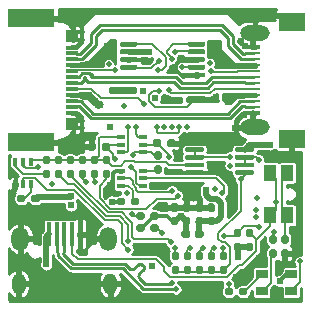
<source format=gtl>
%TF.GenerationSoftware,KiCad,Pcbnew,(5.1.7)-1*%
%TF.CreationDate,2021-02-13T17:52:43+01:00*%
%TF.ProjectId,twonkie,74776f6e-6b69-4652-9e6b-696361645f70,rev?*%
%TF.SameCoordinates,PX448d510PY20b3950*%
%TF.FileFunction,Copper,L1,Top*%
%TF.FilePolarity,Positive*%
%FSLAX46Y46*%
G04 Gerber Fmt 4.6, Leading zero omitted, Abs format (unit mm)*
G04 Created by KiCad (PCBNEW (5.1.7)-1) date 2021-02-13 17:52:43*
%MOMM*%
%LPD*%
G01*
G04 APERTURE LIST*
%TA.AperFunction,SMDPad,CuDef*%
%ADD10R,1.000000X0.260000*%
%TD*%
%TA.AperFunction,SMDPad,CuDef*%
%ADD11R,1.250000X0.410000*%
%TD*%
%TA.AperFunction,ComponentPad*%
%ADD12O,2.500000X1.300000*%
%TD*%
%TA.AperFunction,SMDPad,CuDef*%
%ADD13R,2.200000X1.500000*%
%TD*%
%TA.AperFunction,SMDPad,CuDef*%
%ADD14R,0.450000X2.000000*%
%TD*%
%TA.AperFunction,ComponentPad*%
%ADD15O,1.450000X2.000000*%
%TD*%
%TA.AperFunction,ComponentPad*%
%ADD16O,1.150000X1.800000*%
%TD*%
%TA.AperFunction,SMDPad,CuDef*%
%ADD17R,4.000000X1.500000*%
%TD*%
%TA.AperFunction,SMDPad,CuDef*%
%ADD18R,1.000000X0.300000*%
%TD*%
%TA.AperFunction,SMDPad,CuDef*%
%ADD19R,1.000000X1.000000*%
%TD*%
%TA.AperFunction,SMDPad,CuDef*%
%ADD20R,0.650000X0.400000*%
%TD*%
%TA.AperFunction,SMDPad,CuDef*%
%ADD21R,1.050000X1.400000*%
%TD*%
%TA.AperFunction,SMDPad,CuDef*%
%ADD22R,0.400000X0.650000*%
%TD*%
%TA.AperFunction,SMDPad,CuDef*%
%ADD23R,1.000000X0.800000*%
%TD*%
%TA.AperFunction,ViaPad*%
%ADD24C,0.609600*%
%TD*%
%TA.AperFunction,ViaPad*%
%ADD25C,0.508000*%
%TD*%
%TA.AperFunction,ViaPad*%
%ADD26C,0.457200*%
%TD*%
%TA.AperFunction,Conductor*%
%ADD27C,0.304800*%
%TD*%
%TA.AperFunction,Conductor*%
%ADD28C,0.203200*%
%TD*%
%TA.AperFunction,Conductor*%
%ADD29C,0.508000*%
%TD*%
%TA.AperFunction,Conductor*%
%ADD30C,0.248920*%
%TD*%
%TA.AperFunction,Conductor*%
%ADD31C,0.127000*%
%TD*%
%TA.AperFunction,Conductor*%
%ADD32C,0.254000*%
%TD*%
%TA.AperFunction,Conductor*%
%ADD33C,0.100000*%
%TD*%
G04 APERTURE END LIST*
%TO.P,R27,1*%
%TO.N,+3V3*%
%TA.AperFunction,SMDPad,CuDef*%
G36*
G01*
X20861000Y-20830500D02*
X20541000Y-20830500D01*
G75*
G02*
X20381000Y-20670500I0J160000D01*
G01*
X20381000Y-20275500D01*
G75*
G02*
X20541000Y-20115500I160000J0D01*
G01*
X20861000Y-20115500D01*
G75*
G02*
X21021000Y-20275500I0J-160000D01*
G01*
X21021000Y-20670500D01*
G75*
G02*
X20861000Y-20830500I-160000J0D01*
G01*
G37*
%TD.AperFunction*%
%TO.P,R27,2*%
%TO.N,/USB_B_ID*%
%TA.AperFunction,SMDPad,CuDef*%
G36*
G01*
X20861000Y-19635500D02*
X20541000Y-19635500D01*
G75*
G02*
X20381000Y-19475500I0J160000D01*
G01*
X20381000Y-19080500D01*
G75*
G02*
X20541000Y-18920500I160000J0D01*
G01*
X20861000Y-18920500D01*
G75*
G02*
X21021000Y-19080500I0J-160000D01*
G01*
X21021000Y-19475500D01*
G75*
G02*
X20861000Y-19635500I-160000J0D01*
G01*
G37*
%TD.AperFunction*%
%TD*%
D10*
%TO.P,J1,A11*%
%TO.N,/RX2+*%
X21090000Y-8600000D03*
%TO.P,J1,A10*%
%TO.N,/RX2-*%
X21090000Y-8100000D03*
%TO.P,J1,A9*%
%TO.N,/VBUS_PLUG*%
X21090000Y-7600000D03*
%TO.P,J1,A8*%
%TO.N,/SBU1*%
X21090000Y-7100000D03*
%TO.P,J1,A7*%
%TO.N,/USBC_D-*%
X21090000Y-6600000D03*
%TO.P,J1,A6*%
%TO.N,/USBC_D+*%
X21090000Y-6100000D03*
%TO.P,J1,A5*%
%TO.N,/CC1_RECEP*%
X21090000Y-5600000D03*
%TO.P,J1,A4*%
%TO.N,/VBUS_PLUG*%
X21090000Y-5100000D03*
%TO.P,J1,A3*%
%TO.N,/TX1-*%
X21090000Y-4600000D03*
%TO.P,J1,A2*%
%TO.N,/TX1+*%
X21090000Y-4100000D03*
D11*
%TO.P,J1,A12*%
%TO.N,GND*%
X20965000Y-9175000D03*
%TO.P,J1,A1*%
X20965000Y-3525000D03*
D12*
%TO.P,J1,S1*%
X21190000Y-10360000D03*
%TO.P,J1,S2*%
X21190000Y-2340000D03*
D13*
%TO.P,J1,S3*%
X24290000Y-11300000D03*
%TO.P,J1,S4*%
X24290000Y-1400000D03*
%TD*%
D14*
%TO.P,J3,1*%
%TO.N,Net-(D1-Pad1)*%
X3729200Y-19390800D03*
%TO.P,J3,2*%
%TO.N,/USB_B_D-*%
X4379200Y-19390800D03*
%TO.P,J3,3*%
%TO.N,/USB_B_D+*%
X5029200Y-19390800D03*
%TO.P,J3,4*%
%TO.N,/USB_B_ID*%
X5679200Y-19390800D03*
%TO.P,J3,5*%
%TO.N,GND*%
X6329200Y-19390800D03*
D15*
%TO.P,J3,6*%
X1304200Y-19790800D03*
X8754200Y-19790800D03*
D16*
X1154200Y-23590800D03*
X8904200Y-23590800D03*
%TD*%
%TO.P,R26,2*%
%TO.N,/INA_SDA*%
%TA.AperFunction,SMDPad,CuDef*%
G36*
G01*
X11825000Y-17683500D02*
X11825000Y-18003500D01*
G75*
G02*
X11665000Y-18163500I-160000J0D01*
G01*
X11270000Y-18163500D01*
G75*
G02*
X11110000Y-18003500I0J160000D01*
G01*
X11110000Y-17683500D01*
G75*
G02*
X11270000Y-17523500I160000J0D01*
G01*
X11665000Y-17523500D01*
G75*
G02*
X11825000Y-17683500I0J-160000D01*
G01*
G37*
%TD.AperFunction*%
%TO.P,R26,1*%
%TO.N,+3V3*%
%TA.AperFunction,SMDPad,CuDef*%
G36*
G01*
X13020000Y-17683500D02*
X13020000Y-18003500D01*
G75*
G02*
X12860000Y-18163500I-160000J0D01*
G01*
X12465000Y-18163500D01*
G75*
G02*
X12305000Y-18003500I0J160000D01*
G01*
X12305000Y-17683500D01*
G75*
G02*
X12465000Y-17523500I160000J0D01*
G01*
X12860000Y-17523500D01*
G75*
G02*
X13020000Y-17683500I0J-160000D01*
G01*
G37*
%TD.AperFunction*%
%TD*%
%TO.P,R25,2*%
%TO.N,/INA_SCL*%
%TA.AperFunction,SMDPad,CuDef*%
G36*
G01*
X12305000Y-19019500D02*
X12305000Y-18699500D01*
G75*
G02*
X12465000Y-18539500I160000J0D01*
G01*
X12860000Y-18539500D01*
G75*
G02*
X13020000Y-18699500I0J-160000D01*
G01*
X13020000Y-19019500D01*
G75*
G02*
X12860000Y-19179500I-160000J0D01*
G01*
X12465000Y-19179500D01*
G75*
G02*
X12305000Y-19019500I0J160000D01*
G01*
G37*
%TD.AperFunction*%
%TO.P,R25,1*%
%TO.N,+3V3*%
%TA.AperFunction,SMDPad,CuDef*%
G36*
G01*
X11110000Y-19019500D02*
X11110000Y-18699500D01*
G75*
G02*
X11270000Y-18539500I160000J0D01*
G01*
X11665000Y-18539500D01*
G75*
G02*
X11825000Y-18699500I0J-160000D01*
G01*
X11825000Y-19019500D01*
G75*
G02*
X11665000Y-19179500I-160000J0D01*
G01*
X11270000Y-19179500D01*
G75*
G02*
X11110000Y-19019500I0J160000D01*
G01*
G37*
%TD.AperFunction*%
%TD*%
%TO.P,R24,2*%
%TO.N,GND*%
%TA.AperFunction,SMDPad,CuDef*%
G36*
G01*
X23525500Y-20687000D02*
X23845500Y-20687000D01*
G75*
G02*
X24005500Y-20847000I0J-160000D01*
G01*
X24005500Y-21242000D01*
G75*
G02*
X23845500Y-21402000I-160000J0D01*
G01*
X23525500Y-21402000D01*
G75*
G02*
X23365500Y-21242000I0J160000D01*
G01*
X23365500Y-20847000D01*
G75*
G02*
X23525500Y-20687000I160000J0D01*
G01*
G37*
%TD.AperFunction*%
%TO.P,R24,1*%
%TO.N,Net-(R24-Pad1)*%
%TA.AperFunction,SMDPad,CuDef*%
G36*
G01*
X23525500Y-19492000D02*
X23845500Y-19492000D01*
G75*
G02*
X24005500Y-19652000I0J-160000D01*
G01*
X24005500Y-20047000D01*
G75*
G02*
X23845500Y-20207000I-160000J0D01*
G01*
X23525500Y-20207000D01*
G75*
G02*
X23365500Y-20047000I0J160000D01*
G01*
X23365500Y-19652000D01*
G75*
G02*
X23525500Y-19492000I160000J0D01*
G01*
G37*
%TD.AperFunction*%
%TD*%
%TO.P,U2,1*%
%TO.N,/CC2_PLUG*%
%TA.AperFunction,SMDPad,CuDef*%
G36*
G01*
X16935000Y-7763000D02*
X16935000Y-7963000D01*
G75*
G02*
X16835000Y-8063000I-100000J0D01*
G01*
X15560000Y-8063000D01*
G75*
G02*
X15460000Y-7963000I0J100000D01*
G01*
X15460000Y-7763000D01*
G75*
G02*
X15560000Y-7663000I100000J0D01*
G01*
X16835000Y-7663000D01*
G75*
G02*
X16935000Y-7763000I0J-100000D01*
G01*
G37*
%TD.AperFunction*%
%TO.P,U2,4*%
%TO.N,GND*%
%TA.AperFunction,SMDPad,CuDef*%
G36*
G01*
X16935000Y-5813000D02*
X16935000Y-6013000D01*
G75*
G02*
X16835000Y-6113000I-100000J0D01*
G01*
X15560000Y-6113000D01*
G75*
G02*
X15460000Y-6013000I0J100000D01*
G01*
X15460000Y-5813000D01*
G75*
G02*
X15560000Y-5713000I100000J0D01*
G01*
X16835000Y-5713000D01*
G75*
G02*
X16935000Y-5813000I0J-100000D01*
G01*
G37*
%TD.AperFunction*%
%TO.P,U2,5*%
%TO.N,+3V3*%
%TA.AperFunction,SMDPad,CuDef*%
G36*
G01*
X16935000Y-5163000D02*
X16935000Y-5363000D01*
G75*
G02*
X16835000Y-5463000I-100000J0D01*
G01*
X15560000Y-5463000D01*
G75*
G02*
X15460000Y-5363000I0J100000D01*
G01*
X15460000Y-5163000D01*
G75*
G02*
X15560000Y-5063000I100000J0D01*
G01*
X16835000Y-5063000D01*
G75*
G02*
X16935000Y-5163000I0J-100000D01*
G01*
G37*
%TD.AperFunction*%
%TO.P,U2,6*%
%TO.N,GND*%
%TA.AperFunction,SMDPad,CuDef*%
G36*
G01*
X16935000Y-4513000D02*
X16935000Y-4713000D01*
G75*
G02*
X16835000Y-4813000I-100000J0D01*
G01*
X15560000Y-4813000D01*
G75*
G02*
X15460000Y-4713000I0J100000D01*
G01*
X15460000Y-4513000D01*
G75*
G02*
X15560000Y-4413000I100000J0D01*
G01*
X16835000Y-4413000D01*
G75*
G02*
X16935000Y-4513000I0J-100000D01*
G01*
G37*
%TD.AperFunction*%
%TO.P,U2,7*%
%TO.N,/VCONN_ALERT_L*%
%TA.AperFunction,SMDPad,CuDef*%
G36*
G01*
X16935000Y-3863000D02*
X16935000Y-4063000D01*
G75*
G02*
X16835000Y-4163000I-100000J0D01*
G01*
X15560000Y-4163000D01*
G75*
G02*
X15460000Y-4063000I0J100000D01*
G01*
X15460000Y-3863000D01*
G75*
G02*
X15560000Y-3763000I100000J0D01*
G01*
X16835000Y-3763000D01*
G75*
G02*
X16935000Y-3863000I0J-100000D01*
G01*
G37*
%TD.AperFunction*%
%TO.P,U2,8*%
%TO.N,/INA_SDA*%
%TA.AperFunction,SMDPad,CuDef*%
G36*
G01*
X16935000Y-3213000D02*
X16935000Y-3413000D01*
G75*
G02*
X16835000Y-3513000I-100000J0D01*
G01*
X15560000Y-3513000D01*
G75*
G02*
X15460000Y-3413000I0J100000D01*
G01*
X15460000Y-3213000D01*
G75*
G02*
X15560000Y-3113000I100000J0D01*
G01*
X16835000Y-3113000D01*
G75*
G02*
X16935000Y-3213000I0J-100000D01*
G01*
G37*
%TD.AperFunction*%
%TO.P,U2,9*%
%TO.N,/INA_SCL*%
%TA.AperFunction,SMDPad,CuDef*%
G36*
G01*
X11210000Y-3213000D02*
X11210000Y-3413000D01*
G75*
G02*
X11110000Y-3513000I-100000J0D01*
G01*
X9835000Y-3513000D01*
G75*
G02*
X9735000Y-3413000I0J100000D01*
G01*
X9735000Y-3213000D01*
G75*
G02*
X9835000Y-3113000I100000J0D01*
G01*
X11110000Y-3113000D01*
G75*
G02*
X11210000Y-3213000I0J-100000D01*
G01*
G37*
%TD.AperFunction*%
%TO.P,U2,10*%
%TO.N,+3V3*%
%TA.AperFunction,SMDPad,CuDef*%
G36*
G01*
X11210000Y-3863000D02*
X11210000Y-4063000D01*
G75*
G02*
X11110000Y-4163000I-100000J0D01*
G01*
X9835000Y-4163000D01*
G75*
G02*
X9735000Y-4063000I0J100000D01*
G01*
X9735000Y-3863000D01*
G75*
G02*
X9835000Y-3763000I100000J0D01*
G01*
X11110000Y-3763000D01*
G75*
G02*
X11210000Y-3863000I0J-100000D01*
G01*
G37*
%TD.AperFunction*%
%TO.P,U2,11*%
%TO.N,GND*%
%TA.AperFunction,SMDPad,CuDef*%
G36*
G01*
X11210000Y-4513000D02*
X11210000Y-4713000D01*
G75*
G02*
X11110000Y-4813000I-100000J0D01*
G01*
X9835000Y-4813000D01*
G75*
G02*
X9735000Y-4713000I0J100000D01*
G01*
X9735000Y-4513000D01*
G75*
G02*
X9835000Y-4413000I100000J0D01*
G01*
X11110000Y-4413000D01*
G75*
G02*
X11210000Y-4513000I0J-100000D01*
G01*
G37*
%TD.AperFunction*%
%TO.P,U2,12*%
%TO.N,/CC2_PLUG*%
%TA.AperFunction,SMDPad,CuDef*%
G36*
G01*
X11210000Y-5163000D02*
X11210000Y-5363000D01*
G75*
G02*
X11110000Y-5463000I-100000J0D01*
G01*
X9835000Y-5463000D01*
G75*
G02*
X9735000Y-5363000I0J100000D01*
G01*
X9735000Y-5163000D01*
G75*
G02*
X9835000Y-5063000I100000J0D01*
G01*
X11110000Y-5063000D01*
G75*
G02*
X11210000Y-5163000I0J-100000D01*
G01*
G37*
%TD.AperFunction*%
%TO.P,U2,15*%
%TO.N,/CC2_RECEP*%
%TA.AperFunction,SMDPad,CuDef*%
G36*
G01*
X11210000Y-7113000D02*
X11210000Y-7313000D01*
G75*
G02*
X11110000Y-7413000I-100000J0D01*
G01*
X9835000Y-7413000D01*
G75*
G02*
X9735000Y-7313000I0J100000D01*
G01*
X9735000Y-7113000D01*
G75*
G02*
X9835000Y-7013000I100000J0D01*
G01*
X11110000Y-7013000D01*
G75*
G02*
X11210000Y-7113000I0J-100000D01*
G01*
G37*
%TD.AperFunction*%
%TD*%
D17*
%TO.P,J2,S6*%
%TO.N,GND*%
X2215000Y-11600000D03*
%TO.P,J2,S5*%
X2215000Y-1100000D03*
D18*
%TO.P,J2,A12*%
X5675000Y-9100000D03*
%TO.P,J2,A11*%
%TO.N,/RX2+*%
X5675000Y-8600000D03*
%TO.P,J2,A10*%
%TO.N,/RX2-*%
X5675000Y-8100000D03*
%TO.P,J2,A9*%
%TO.N,/VBUS_RECEP*%
X5675000Y-7600000D03*
%TO.P,J2,A8*%
%TO.N,/SBU1*%
X5675000Y-7100000D03*
%TO.P,J2,A7*%
%TO.N,/USBC_D-*%
X5675000Y-6600000D03*
%TO.P,J2,A6*%
%TO.N,/USBC_D+*%
X5675000Y-6100000D03*
%TO.P,J2,A5*%
%TO.N,/CC1_RECEP*%
X5675000Y-5600000D03*
%TO.P,J2,A4*%
%TO.N,/VBUS_RECEP*%
X5675000Y-5100000D03*
%TO.P,J2,A3*%
%TO.N,/TX1-*%
X5675000Y-4600000D03*
%TO.P,J2,A2*%
%TO.N,/TX1+*%
X5675000Y-4100000D03*
%TO.P,J2,A1*%
%TO.N,GND*%
X5675000Y-3600000D03*
D19*
%TO.P,J2,S1*%
X5675000Y-2600000D03*
%TO.P,J2,S2*%
X5675000Y-10100000D03*
%TD*%
D20*
%TO.P,Q3,6*%
%TO.N,/CC1_RECEP*%
X11681500Y-11161000D03*
%TO.P,Q3,4*%
%TO.N,/CC2*%
X11681500Y-12461000D03*
%TO.P,Q3,2*%
%TO.N,/CC1_EN*%
X9781500Y-11811000D03*
%TO.P,Q3,5*%
%TO.N,/CC2_EN*%
X11681500Y-11811000D03*
%TO.P,Q3,3*%
%TO.N,/CC2_RECEP*%
X9781500Y-12461000D03*
%TO.P,Q3,1*%
%TO.N,/CC1*%
X9781500Y-11161000D03*
%TD*%
%TO.P,C2,2*%
%TO.N,GND*%
%TA.AperFunction,SMDPad,CuDef*%
G36*
G01*
X15522000Y-17516500D02*
X15212000Y-17516500D01*
G75*
G02*
X15057000Y-17361500I0J155000D01*
G01*
X15057000Y-16936500D01*
G75*
G02*
X15212000Y-16781500I155000J0D01*
G01*
X15522000Y-16781500D01*
G75*
G02*
X15677000Y-16936500I0J-155000D01*
G01*
X15677000Y-17361500D01*
G75*
G02*
X15522000Y-17516500I-155000J0D01*
G01*
G37*
%TD.AperFunction*%
%TO.P,C2,1*%
%TO.N,+3V3*%
%TA.AperFunction,SMDPad,CuDef*%
G36*
G01*
X15522000Y-18651500D02*
X15212000Y-18651500D01*
G75*
G02*
X15057000Y-18496500I0J155000D01*
G01*
X15057000Y-18071500D01*
G75*
G02*
X15212000Y-17916500I155000J0D01*
G01*
X15522000Y-17916500D01*
G75*
G02*
X15677000Y-18071500I0J-155000D01*
G01*
X15677000Y-18496500D01*
G75*
G02*
X15522000Y-18651500I-155000J0D01*
G01*
G37*
%TD.AperFunction*%
%TD*%
%TO.P,C4,2*%
%TO.N,GND*%
%TA.AperFunction,SMDPad,CuDef*%
G36*
G01*
X14506000Y-17516500D02*
X14196000Y-17516500D01*
G75*
G02*
X14041000Y-17361500I0J155000D01*
G01*
X14041000Y-16936500D01*
G75*
G02*
X14196000Y-16781500I155000J0D01*
G01*
X14506000Y-16781500D01*
G75*
G02*
X14661000Y-16936500I0J-155000D01*
G01*
X14661000Y-17361500D01*
G75*
G02*
X14506000Y-17516500I-155000J0D01*
G01*
G37*
%TD.AperFunction*%
%TO.P,C4,1*%
%TO.N,+3V3*%
%TA.AperFunction,SMDPad,CuDef*%
G36*
G01*
X14506000Y-18651500D02*
X14196000Y-18651500D01*
G75*
G02*
X14041000Y-18496500I0J155000D01*
G01*
X14041000Y-18071500D01*
G75*
G02*
X14196000Y-17916500I155000J0D01*
G01*
X14506000Y-17916500D01*
G75*
G02*
X14661000Y-18071500I0J-155000D01*
G01*
X14661000Y-18496500D01*
G75*
G02*
X14506000Y-18651500I-155000J0D01*
G01*
G37*
%TD.AperFunction*%
%TD*%
%TO.P,R14,2*%
%TO.N,+3V3*%
%TA.AperFunction,SMDPad,CuDef*%
G36*
G01*
X2208500Y-16543000D02*
X2208500Y-16223000D01*
G75*
G02*
X2368500Y-16063000I160000J0D01*
G01*
X2763500Y-16063000D01*
G75*
G02*
X2923500Y-16223000I0J-160000D01*
G01*
X2923500Y-16543000D01*
G75*
G02*
X2763500Y-16703000I-160000J0D01*
G01*
X2368500Y-16703000D01*
G75*
G02*
X2208500Y-16543000I0J160000D01*
G01*
G37*
%TD.AperFunction*%
%TO.P,R14,1*%
%TO.N,Net-(Q1-Pad6)*%
%TA.AperFunction,SMDPad,CuDef*%
G36*
G01*
X1013500Y-16543000D02*
X1013500Y-16223000D01*
G75*
G02*
X1173500Y-16063000I160000J0D01*
G01*
X1568500Y-16063000D01*
G75*
G02*
X1728500Y-16223000I0J-160000D01*
G01*
X1728500Y-16543000D01*
G75*
G02*
X1568500Y-16703000I-160000J0D01*
G01*
X1173500Y-16703000D01*
G75*
G02*
X1013500Y-16543000I0J160000D01*
G01*
G37*
%TD.AperFunction*%
%TD*%
%TO.P,R16,2*%
%TO.N,GND*%
%TA.AperFunction,SMDPad,CuDef*%
G36*
G01*
X13702000Y-11844000D02*
X13702000Y-11524000D01*
G75*
G02*
X13862000Y-11364000I160000J0D01*
G01*
X14257000Y-11364000D01*
G75*
G02*
X14417000Y-11524000I0J-160000D01*
G01*
X14417000Y-11844000D01*
G75*
G02*
X14257000Y-12004000I-160000J0D01*
G01*
X13862000Y-12004000D01*
G75*
G02*
X13702000Y-11844000I0J160000D01*
G01*
G37*
%TD.AperFunction*%
%TO.P,R16,1*%
%TO.N,/CC2_EN*%
%TA.AperFunction,SMDPad,CuDef*%
G36*
G01*
X12507000Y-11844000D02*
X12507000Y-11524000D01*
G75*
G02*
X12667000Y-11364000I160000J0D01*
G01*
X13062000Y-11364000D01*
G75*
G02*
X13222000Y-11524000I0J-160000D01*
G01*
X13222000Y-11844000D01*
G75*
G02*
X13062000Y-12004000I-160000J0D01*
G01*
X12667000Y-12004000D01*
G75*
G02*
X12507000Y-11844000I0J160000D01*
G01*
G37*
%TD.AperFunction*%
%TD*%
D21*
%TO.P,SW1,2*%
%TO.N,Net-(R24-Pad1)*%
X23897500Y-17802000D03*
X23897500Y-14202000D03*
%TO.P,SW1,1*%
%TO.N,/USB_B_ID*%
X22457500Y-17802000D03*
X22457500Y-14202000D03*
%TD*%
%TO.P,U5,8*%
%TO.N,+3V3*%
%TA.AperFunction,SMDPad,CuDef*%
G36*
G01*
X19461000Y-12333000D02*
X19461000Y-12133000D01*
G75*
G02*
X19561000Y-12033000I100000J0D01*
G01*
X20986000Y-12033000D01*
G75*
G02*
X21086000Y-12133000I0J-100000D01*
G01*
X21086000Y-12333000D01*
G75*
G02*
X20986000Y-12433000I-100000J0D01*
G01*
X19561000Y-12433000D01*
G75*
G02*
X19461000Y-12333000I0J100000D01*
G01*
G37*
%TD.AperFunction*%
%TO.P,U5,7*%
%TO.N,/CC2_BUF*%
%TA.AperFunction,SMDPad,CuDef*%
G36*
G01*
X19461000Y-12983000D02*
X19461000Y-12783000D01*
G75*
G02*
X19561000Y-12683000I100000J0D01*
G01*
X20986000Y-12683000D01*
G75*
G02*
X21086000Y-12783000I0J-100000D01*
G01*
X21086000Y-12983000D01*
G75*
G02*
X20986000Y-13083000I-100000J0D01*
G01*
X19561000Y-13083000D01*
G75*
G02*
X19461000Y-12983000I0J100000D01*
G01*
G37*
%TD.AperFunction*%
%TO.P,U5,6*%
%TA.AperFunction,SMDPad,CuDef*%
G36*
G01*
X19461000Y-13633000D02*
X19461000Y-13433000D01*
G75*
G02*
X19561000Y-13333000I100000J0D01*
G01*
X20986000Y-13333000D01*
G75*
G02*
X21086000Y-13433000I0J-100000D01*
G01*
X21086000Y-13633000D01*
G75*
G02*
X20986000Y-13733000I-100000J0D01*
G01*
X19561000Y-13733000D01*
G75*
G02*
X19461000Y-13633000I0J100000D01*
G01*
G37*
%TD.AperFunction*%
%TO.P,U5,5*%
%TO.N,/CC2*%
%TA.AperFunction,SMDPad,CuDef*%
G36*
G01*
X19461000Y-14283000D02*
X19461000Y-14083000D01*
G75*
G02*
X19561000Y-13983000I100000J0D01*
G01*
X20986000Y-13983000D01*
G75*
G02*
X21086000Y-14083000I0J-100000D01*
G01*
X21086000Y-14283000D01*
G75*
G02*
X20986000Y-14383000I-100000J0D01*
G01*
X19561000Y-14383000D01*
G75*
G02*
X19461000Y-14283000I0J100000D01*
G01*
G37*
%TD.AperFunction*%
%TO.P,U5,4*%
%TO.N,GND*%
%TA.AperFunction,SMDPad,CuDef*%
G36*
G01*
X15236000Y-14283000D02*
X15236000Y-14083000D01*
G75*
G02*
X15336000Y-13983000I100000J0D01*
G01*
X16761000Y-13983000D01*
G75*
G02*
X16861000Y-14083000I0J-100000D01*
G01*
X16861000Y-14283000D01*
G75*
G02*
X16761000Y-14383000I-100000J0D01*
G01*
X15336000Y-14383000D01*
G75*
G02*
X15236000Y-14283000I0J100000D01*
G01*
G37*
%TD.AperFunction*%
%TO.P,U5,3*%
%TO.N,/CC1*%
%TA.AperFunction,SMDPad,CuDef*%
G36*
G01*
X15236000Y-13633000D02*
X15236000Y-13433000D01*
G75*
G02*
X15336000Y-13333000I100000J0D01*
G01*
X16761000Y-13333000D01*
G75*
G02*
X16861000Y-13433000I0J-100000D01*
G01*
X16861000Y-13633000D01*
G75*
G02*
X16761000Y-13733000I-100000J0D01*
G01*
X15336000Y-13733000D01*
G75*
G02*
X15236000Y-13633000I0J100000D01*
G01*
G37*
%TD.AperFunction*%
%TO.P,U5,2*%
%TO.N,/CC1_BUF*%
%TA.AperFunction,SMDPad,CuDef*%
G36*
G01*
X15236000Y-12983000D02*
X15236000Y-12783000D01*
G75*
G02*
X15336000Y-12683000I100000J0D01*
G01*
X16761000Y-12683000D01*
G75*
G02*
X16861000Y-12783000I0J-100000D01*
G01*
X16861000Y-12983000D01*
G75*
G02*
X16761000Y-13083000I-100000J0D01*
G01*
X15336000Y-13083000D01*
G75*
G02*
X15236000Y-12983000I0J100000D01*
G01*
G37*
%TD.AperFunction*%
%TO.P,U5,1*%
%TA.AperFunction,SMDPad,CuDef*%
G36*
G01*
X15236000Y-12333000D02*
X15236000Y-12133000D01*
G75*
G02*
X15336000Y-12033000I100000J0D01*
G01*
X16761000Y-12033000D01*
G75*
G02*
X16861000Y-12133000I0J-100000D01*
G01*
X16861000Y-12333000D01*
G75*
G02*
X16761000Y-12433000I-100000J0D01*
G01*
X15336000Y-12433000D01*
G75*
G02*
X15236000Y-12333000I0J100000D01*
G01*
G37*
%TD.AperFunction*%
%TD*%
%TO.P,R23,2*%
%TO.N,Net-(Q2-Pad3)*%
%TA.AperFunction,SMDPad,CuDef*%
G36*
G01*
X12794000Y-13575000D02*
X13114000Y-13575000D01*
G75*
G02*
X13274000Y-13735000I0J-160000D01*
G01*
X13274000Y-14130000D01*
G75*
G02*
X13114000Y-14290000I-160000J0D01*
G01*
X12794000Y-14290000D01*
G75*
G02*
X12634000Y-14130000I0J160000D01*
G01*
X12634000Y-13735000D01*
G75*
G02*
X12794000Y-13575000I160000J0D01*
G01*
G37*
%TD.AperFunction*%
%TO.P,R23,1*%
%TO.N,/CC2*%
%TA.AperFunction,SMDPad,CuDef*%
G36*
G01*
X12794000Y-12380000D02*
X13114000Y-12380000D01*
G75*
G02*
X13274000Y-12540000I0J-160000D01*
G01*
X13274000Y-12935000D01*
G75*
G02*
X13114000Y-13095000I-160000J0D01*
G01*
X12794000Y-13095000D01*
G75*
G02*
X12634000Y-12935000I0J160000D01*
G01*
X12634000Y-12540000D01*
G75*
G02*
X12794000Y-12380000I160000J0D01*
G01*
G37*
%TD.AperFunction*%
%TD*%
%TO.P,R22,2*%
%TO.N,+3V3*%
%TA.AperFunction,SMDPad,CuDef*%
G36*
G01*
X10174000Y-16477000D02*
X10174000Y-16797000D01*
G75*
G02*
X10014000Y-16957000I-160000J0D01*
G01*
X9619000Y-16957000D01*
G75*
G02*
X9459000Y-16797000I0J160000D01*
G01*
X9459000Y-16477000D01*
G75*
G02*
X9619000Y-16317000I160000J0D01*
G01*
X10014000Y-16317000D01*
G75*
G02*
X10174000Y-16477000I0J-160000D01*
G01*
G37*
%TD.AperFunction*%
%TO.P,R22,1*%
%TO.N,Net-(Q2-Pad6)*%
%TA.AperFunction,SMDPad,CuDef*%
G36*
G01*
X11369000Y-16477000D02*
X11369000Y-16797000D01*
G75*
G02*
X11209000Y-16957000I-160000J0D01*
G01*
X10814000Y-16957000D01*
G75*
G02*
X10654000Y-16797000I0J160000D01*
G01*
X10654000Y-16477000D01*
G75*
G02*
X10814000Y-16317000I160000J0D01*
G01*
X11209000Y-16317000D01*
G75*
G02*
X11369000Y-16477000I0J-160000D01*
G01*
G37*
%TD.AperFunction*%
%TD*%
%TO.P,R21,2*%
%TO.N,/CC2*%
%TA.AperFunction,SMDPad,CuDef*%
G36*
G01*
X18318500Y-22084000D02*
X18638500Y-22084000D01*
G75*
G02*
X18798500Y-22244000I0J-160000D01*
G01*
X18798500Y-22639000D01*
G75*
G02*
X18638500Y-22799000I-160000J0D01*
G01*
X18318500Y-22799000D01*
G75*
G02*
X18158500Y-22639000I0J160000D01*
G01*
X18158500Y-22244000D01*
G75*
G02*
X18318500Y-22084000I160000J0D01*
G01*
G37*
%TD.AperFunction*%
%TO.P,R21,1*%
%TO.N,/CC2_RPUSB*%
%TA.AperFunction,SMDPad,CuDef*%
G36*
G01*
X18318500Y-20889000D02*
X18638500Y-20889000D01*
G75*
G02*
X18798500Y-21049000I0J-160000D01*
G01*
X18798500Y-21444000D01*
G75*
G02*
X18638500Y-21604000I-160000J0D01*
G01*
X18318500Y-21604000D01*
G75*
G02*
X18158500Y-21444000I0J160000D01*
G01*
X18158500Y-21049000D01*
G75*
G02*
X18318500Y-20889000I160000J0D01*
G01*
G37*
%TD.AperFunction*%
%TD*%
%TO.P,R20,2*%
%TO.N,/CC2*%
%TA.AperFunction,SMDPad,CuDef*%
G36*
G01*
X17302500Y-22084000D02*
X17622500Y-22084000D01*
G75*
G02*
X17782500Y-22244000I0J-160000D01*
G01*
X17782500Y-22639000D01*
G75*
G02*
X17622500Y-22799000I-160000J0D01*
G01*
X17302500Y-22799000D01*
G75*
G02*
X17142500Y-22639000I0J160000D01*
G01*
X17142500Y-22244000D01*
G75*
G02*
X17302500Y-22084000I160000J0D01*
G01*
G37*
%TD.AperFunction*%
%TO.P,R20,1*%
%TO.N,/CC2_RD*%
%TA.AperFunction,SMDPad,CuDef*%
G36*
G01*
X17302500Y-20889000D02*
X17622500Y-20889000D01*
G75*
G02*
X17782500Y-21049000I0J-160000D01*
G01*
X17782500Y-21444000D01*
G75*
G02*
X17622500Y-21604000I-160000J0D01*
G01*
X17302500Y-21604000D01*
G75*
G02*
X17142500Y-21444000I0J160000D01*
G01*
X17142500Y-21049000D01*
G75*
G02*
X17302500Y-20889000I160000J0D01*
G01*
G37*
%TD.AperFunction*%
%TD*%
%TO.P,R19,2*%
%TO.N,/CC2*%
%TA.AperFunction,SMDPad,CuDef*%
G36*
G01*
X16286500Y-22084000D02*
X16606500Y-22084000D01*
G75*
G02*
X16766500Y-22244000I0J-160000D01*
G01*
X16766500Y-22639000D01*
G75*
G02*
X16606500Y-22799000I-160000J0D01*
G01*
X16286500Y-22799000D01*
G75*
G02*
X16126500Y-22639000I0J160000D01*
G01*
X16126500Y-22244000D01*
G75*
G02*
X16286500Y-22084000I160000J0D01*
G01*
G37*
%TD.AperFunction*%
%TO.P,R19,1*%
%TO.N,/CC2_RP1A5*%
%TA.AperFunction,SMDPad,CuDef*%
G36*
G01*
X16286500Y-20889000D02*
X16606500Y-20889000D01*
G75*
G02*
X16766500Y-21049000I0J-160000D01*
G01*
X16766500Y-21444000D01*
G75*
G02*
X16606500Y-21604000I-160000J0D01*
G01*
X16286500Y-21604000D01*
G75*
G02*
X16126500Y-21444000I0J160000D01*
G01*
X16126500Y-21049000D01*
G75*
G02*
X16286500Y-20889000I160000J0D01*
G01*
G37*
%TD.AperFunction*%
%TD*%
%TO.P,R18,2*%
%TO.N,/CC2*%
%TA.AperFunction,SMDPad,CuDef*%
G36*
G01*
X15270500Y-22084000D02*
X15590500Y-22084000D01*
G75*
G02*
X15750500Y-22244000I0J-160000D01*
G01*
X15750500Y-22639000D01*
G75*
G02*
X15590500Y-22799000I-160000J0D01*
G01*
X15270500Y-22799000D01*
G75*
G02*
X15110500Y-22639000I0J160000D01*
G01*
X15110500Y-22244000D01*
G75*
G02*
X15270500Y-22084000I160000J0D01*
G01*
G37*
%TD.AperFunction*%
%TO.P,R18,1*%
%TO.N,/CC2_RA*%
%TA.AperFunction,SMDPad,CuDef*%
G36*
G01*
X15270500Y-20889000D02*
X15590500Y-20889000D01*
G75*
G02*
X15750500Y-21049000I0J-160000D01*
G01*
X15750500Y-21444000D01*
G75*
G02*
X15590500Y-21604000I-160000J0D01*
G01*
X15270500Y-21604000D01*
G75*
G02*
X15110500Y-21444000I0J160000D01*
G01*
X15110500Y-21049000D01*
G75*
G02*
X15270500Y-20889000I160000J0D01*
G01*
G37*
%TD.AperFunction*%
%TD*%
%TO.P,R17,2*%
%TO.N,/CC2*%
%TA.AperFunction,SMDPad,CuDef*%
G36*
G01*
X14254500Y-22084000D02*
X14574500Y-22084000D01*
G75*
G02*
X14734500Y-22244000I0J-160000D01*
G01*
X14734500Y-22639000D01*
G75*
G02*
X14574500Y-22799000I-160000J0D01*
G01*
X14254500Y-22799000D01*
G75*
G02*
X14094500Y-22639000I0J160000D01*
G01*
X14094500Y-22244000D01*
G75*
G02*
X14254500Y-22084000I160000J0D01*
G01*
G37*
%TD.AperFunction*%
%TO.P,R17,1*%
%TO.N,/CC2_RP3A0*%
%TA.AperFunction,SMDPad,CuDef*%
G36*
G01*
X14254500Y-20889000D02*
X14574500Y-20889000D01*
G75*
G02*
X14734500Y-21049000I0J-160000D01*
G01*
X14734500Y-21444000D01*
G75*
G02*
X14574500Y-21604000I-160000J0D01*
G01*
X14254500Y-21604000D01*
G75*
G02*
X14094500Y-21444000I0J160000D01*
G01*
X14094500Y-21049000D01*
G75*
G02*
X14254500Y-20889000I160000J0D01*
G01*
G37*
%TD.AperFunction*%
%TD*%
%TO.P,R15,2*%
%TO.N,Net-(Q1-Pad3)*%
%TA.AperFunction,SMDPad,CuDef*%
G36*
G01*
X3332500Y-13956000D02*
X3652500Y-13956000D01*
G75*
G02*
X3812500Y-14116000I0J-160000D01*
G01*
X3812500Y-14511000D01*
G75*
G02*
X3652500Y-14671000I-160000J0D01*
G01*
X3332500Y-14671000D01*
G75*
G02*
X3172500Y-14511000I0J160000D01*
G01*
X3172500Y-14116000D01*
G75*
G02*
X3332500Y-13956000I160000J0D01*
G01*
G37*
%TD.AperFunction*%
%TO.P,R15,1*%
%TO.N,/CC1*%
%TA.AperFunction,SMDPad,CuDef*%
G36*
G01*
X3332500Y-12761000D02*
X3652500Y-12761000D01*
G75*
G02*
X3812500Y-12921000I0J-160000D01*
G01*
X3812500Y-13316000D01*
G75*
G02*
X3652500Y-13476000I-160000J0D01*
G01*
X3332500Y-13476000D01*
G75*
G02*
X3172500Y-13316000I0J160000D01*
G01*
X3172500Y-12921000D01*
G75*
G02*
X3332500Y-12761000I160000J0D01*
G01*
G37*
%TD.AperFunction*%
%TD*%
%TO.P,R13,2*%
%TO.N,/CC1*%
%TA.AperFunction,SMDPad,CuDef*%
G36*
G01*
X4668500Y-13476000D02*
X4348500Y-13476000D01*
G75*
G02*
X4188500Y-13316000I0J160000D01*
G01*
X4188500Y-12921000D01*
G75*
G02*
X4348500Y-12761000I160000J0D01*
G01*
X4668500Y-12761000D01*
G75*
G02*
X4828500Y-12921000I0J-160000D01*
G01*
X4828500Y-13316000D01*
G75*
G02*
X4668500Y-13476000I-160000J0D01*
G01*
G37*
%TD.AperFunction*%
%TO.P,R13,1*%
%TO.N,/CC1_RPUSB*%
%TA.AperFunction,SMDPad,CuDef*%
G36*
G01*
X4668500Y-14671000D02*
X4348500Y-14671000D01*
G75*
G02*
X4188500Y-14511000I0J160000D01*
G01*
X4188500Y-14116000D01*
G75*
G02*
X4348500Y-13956000I160000J0D01*
G01*
X4668500Y-13956000D01*
G75*
G02*
X4828500Y-14116000I0J-160000D01*
G01*
X4828500Y-14511000D01*
G75*
G02*
X4668500Y-14671000I-160000J0D01*
G01*
G37*
%TD.AperFunction*%
%TD*%
%TO.P,R12,2*%
%TO.N,/CC1*%
%TA.AperFunction,SMDPad,CuDef*%
G36*
G01*
X5684500Y-13476000D02*
X5364500Y-13476000D01*
G75*
G02*
X5204500Y-13316000I0J160000D01*
G01*
X5204500Y-12921000D01*
G75*
G02*
X5364500Y-12761000I160000J0D01*
G01*
X5684500Y-12761000D01*
G75*
G02*
X5844500Y-12921000I0J-160000D01*
G01*
X5844500Y-13316000D01*
G75*
G02*
X5684500Y-13476000I-160000J0D01*
G01*
G37*
%TD.AperFunction*%
%TO.P,R12,1*%
%TO.N,/CC1_RD*%
%TA.AperFunction,SMDPad,CuDef*%
G36*
G01*
X5684500Y-14671000D02*
X5364500Y-14671000D01*
G75*
G02*
X5204500Y-14511000I0J160000D01*
G01*
X5204500Y-14116000D01*
G75*
G02*
X5364500Y-13956000I160000J0D01*
G01*
X5684500Y-13956000D01*
G75*
G02*
X5844500Y-14116000I0J-160000D01*
G01*
X5844500Y-14511000D01*
G75*
G02*
X5684500Y-14671000I-160000J0D01*
G01*
G37*
%TD.AperFunction*%
%TD*%
%TO.P,R11,2*%
%TO.N,/CC1*%
%TA.AperFunction,SMDPad,CuDef*%
G36*
G01*
X6700500Y-13476000D02*
X6380500Y-13476000D01*
G75*
G02*
X6220500Y-13316000I0J160000D01*
G01*
X6220500Y-12921000D01*
G75*
G02*
X6380500Y-12761000I160000J0D01*
G01*
X6700500Y-12761000D01*
G75*
G02*
X6860500Y-12921000I0J-160000D01*
G01*
X6860500Y-13316000D01*
G75*
G02*
X6700500Y-13476000I-160000J0D01*
G01*
G37*
%TD.AperFunction*%
%TO.P,R11,1*%
%TO.N,/CC1_RP1A5*%
%TA.AperFunction,SMDPad,CuDef*%
G36*
G01*
X6700500Y-14671000D02*
X6380500Y-14671000D01*
G75*
G02*
X6220500Y-14511000I0J160000D01*
G01*
X6220500Y-14116000D01*
G75*
G02*
X6380500Y-13956000I160000J0D01*
G01*
X6700500Y-13956000D01*
G75*
G02*
X6860500Y-14116000I0J-160000D01*
G01*
X6860500Y-14511000D01*
G75*
G02*
X6700500Y-14671000I-160000J0D01*
G01*
G37*
%TD.AperFunction*%
%TD*%
%TO.P,R10,2*%
%TO.N,/CC1*%
%TA.AperFunction,SMDPad,CuDef*%
G36*
G01*
X7716500Y-13476000D02*
X7396500Y-13476000D01*
G75*
G02*
X7236500Y-13316000I0J160000D01*
G01*
X7236500Y-12921000D01*
G75*
G02*
X7396500Y-12761000I160000J0D01*
G01*
X7716500Y-12761000D01*
G75*
G02*
X7876500Y-12921000I0J-160000D01*
G01*
X7876500Y-13316000D01*
G75*
G02*
X7716500Y-13476000I-160000J0D01*
G01*
G37*
%TD.AperFunction*%
%TO.P,R10,1*%
%TO.N,/CC1_RA*%
%TA.AperFunction,SMDPad,CuDef*%
G36*
G01*
X7716500Y-14671000D02*
X7396500Y-14671000D01*
G75*
G02*
X7236500Y-14511000I0J160000D01*
G01*
X7236500Y-14116000D01*
G75*
G02*
X7396500Y-13956000I160000J0D01*
G01*
X7716500Y-13956000D01*
G75*
G02*
X7876500Y-14116000I0J-160000D01*
G01*
X7876500Y-14511000D01*
G75*
G02*
X7716500Y-14671000I-160000J0D01*
G01*
G37*
%TD.AperFunction*%
%TD*%
%TO.P,R9,2*%
%TO.N,/CC1*%
%TA.AperFunction,SMDPad,CuDef*%
G36*
G01*
X8732500Y-13476000D02*
X8412500Y-13476000D01*
G75*
G02*
X8252500Y-13316000I0J160000D01*
G01*
X8252500Y-12921000D01*
G75*
G02*
X8412500Y-12761000I160000J0D01*
G01*
X8732500Y-12761000D01*
G75*
G02*
X8892500Y-12921000I0J-160000D01*
G01*
X8892500Y-13316000D01*
G75*
G02*
X8732500Y-13476000I-160000J0D01*
G01*
G37*
%TD.AperFunction*%
%TO.P,R9,1*%
%TO.N,/CC1_RP3A0*%
%TA.AperFunction,SMDPad,CuDef*%
G36*
G01*
X8732500Y-14671000D02*
X8412500Y-14671000D01*
G75*
G02*
X8252500Y-14511000I0J160000D01*
G01*
X8252500Y-14116000D01*
G75*
G02*
X8412500Y-13956000I160000J0D01*
G01*
X8732500Y-13956000D01*
G75*
G02*
X8892500Y-14116000I0J-160000D01*
G01*
X8892500Y-14511000D01*
G75*
G02*
X8732500Y-14671000I-160000J0D01*
G01*
G37*
%TD.AperFunction*%
%TD*%
%TO.P,R8,2*%
%TO.N,GND*%
%TA.AperFunction,SMDPad,CuDef*%
G36*
G01*
X7697500Y-11841500D02*
X7697500Y-12161500D01*
G75*
G02*
X7537500Y-12321500I-160000J0D01*
G01*
X7142500Y-12321500D01*
G75*
G02*
X6982500Y-12161500I0J160000D01*
G01*
X6982500Y-11841500D01*
G75*
G02*
X7142500Y-11681500I160000J0D01*
G01*
X7537500Y-11681500D01*
G75*
G02*
X7697500Y-11841500I0J-160000D01*
G01*
G37*
%TD.AperFunction*%
%TO.P,R8,1*%
%TO.N,/CC1_EN*%
%TA.AperFunction,SMDPad,CuDef*%
G36*
G01*
X8892500Y-11841500D02*
X8892500Y-12161500D01*
G75*
G02*
X8732500Y-12321500I-160000J0D01*
G01*
X8337500Y-12321500D01*
G75*
G02*
X8177500Y-12161500I0J160000D01*
G01*
X8177500Y-11841500D01*
G75*
G02*
X8337500Y-11681500I160000J0D01*
G01*
X8732500Y-11681500D01*
G75*
G02*
X8892500Y-11841500I0J-160000D01*
G01*
G37*
%TD.AperFunction*%
%TD*%
%TO.P,R7,2*%
%TO.N,/LED_B_L*%
%TA.AperFunction,SMDPad,CuDef*%
G36*
G01*
X19318000Y-24097000D02*
X19318000Y-24417000D01*
G75*
G02*
X19158000Y-24577000I-160000J0D01*
G01*
X18763000Y-24577000D01*
G75*
G02*
X18603000Y-24417000I0J160000D01*
G01*
X18603000Y-24097000D01*
G75*
G02*
X18763000Y-23937000I160000J0D01*
G01*
X19158000Y-23937000D01*
G75*
G02*
X19318000Y-24097000I0J-160000D01*
G01*
G37*
%TD.AperFunction*%
%TO.P,R7,1*%
%TO.N,Net-(DS2-Pad3)*%
%TA.AperFunction,SMDPad,CuDef*%
G36*
G01*
X20513000Y-24097000D02*
X20513000Y-24417000D01*
G75*
G02*
X20353000Y-24577000I-160000J0D01*
G01*
X19958000Y-24577000D01*
G75*
G02*
X19798000Y-24417000I0J160000D01*
G01*
X19798000Y-24097000D01*
G75*
G02*
X19958000Y-23937000I160000J0D01*
G01*
X20353000Y-23937000D01*
G75*
G02*
X20513000Y-24097000I0J-160000D01*
G01*
G37*
%TD.AperFunction*%
%TD*%
%TO.P,R6,2*%
%TO.N,/LED_G_L*%
%TA.AperFunction,SMDPad,CuDef*%
G36*
G01*
X22829500Y-20207000D02*
X22509500Y-20207000D01*
G75*
G02*
X22349500Y-20047000I0J160000D01*
G01*
X22349500Y-19652000D01*
G75*
G02*
X22509500Y-19492000I160000J0D01*
G01*
X22829500Y-19492000D01*
G75*
G02*
X22989500Y-19652000I0J-160000D01*
G01*
X22989500Y-20047000D01*
G75*
G02*
X22829500Y-20207000I-160000J0D01*
G01*
G37*
%TD.AperFunction*%
%TO.P,R6,1*%
%TO.N,Net-(DS2-Pad4)*%
%TA.AperFunction,SMDPad,CuDef*%
G36*
G01*
X22829500Y-21402000D02*
X22509500Y-21402000D01*
G75*
G02*
X22349500Y-21242000I0J160000D01*
G01*
X22349500Y-20847000D01*
G75*
G02*
X22509500Y-20687000I160000J0D01*
G01*
X22829500Y-20687000D01*
G75*
G02*
X22989500Y-20847000I0J-160000D01*
G01*
X22989500Y-21242000D01*
G75*
G02*
X22829500Y-21402000I-160000J0D01*
G01*
G37*
%TD.AperFunction*%
%TD*%
%TO.P,R1,2*%
%TO.N,/BOOT*%
%TA.AperFunction,SMDPad,CuDef*%
G36*
G01*
X19845000Y-19635500D02*
X19525000Y-19635500D01*
G75*
G02*
X19365000Y-19475500I0J160000D01*
G01*
X19365000Y-19080500D01*
G75*
G02*
X19525000Y-18920500I160000J0D01*
G01*
X19845000Y-18920500D01*
G75*
G02*
X20005000Y-19080500I0J-160000D01*
G01*
X20005000Y-19475500D01*
G75*
G02*
X19845000Y-19635500I-160000J0D01*
G01*
G37*
%TD.AperFunction*%
%TO.P,R1,1*%
%TO.N,+3V3*%
%TA.AperFunction,SMDPad,CuDef*%
G36*
G01*
X19845000Y-20830500D02*
X19525000Y-20830500D01*
G75*
G02*
X19365000Y-20670500I0J160000D01*
G01*
X19365000Y-20275500D01*
G75*
G02*
X19525000Y-20115500I160000J0D01*
G01*
X19845000Y-20115500D01*
G75*
G02*
X20005000Y-20275500I0J-160000D01*
G01*
X20005000Y-20670500D01*
G75*
G02*
X19845000Y-20830500I-160000J0D01*
G01*
G37*
%TD.AperFunction*%
%TD*%
D20*
%TO.P,Q2,6*%
%TO.N,Net-(Q2-Pad6)*%
X9781500Y-15318500D03*
%TO.P,Q2,4*%
%TO.N,GND*%
X9781500Y-14018500D03*
%TO.P,Q2,2*%
%TO.N,/CC2_TX_DATA*%
X11681500Y-14668500D03*
%TO.P,Q2,5*%
%TO.N,/CC2_TX_EN*%
X9781500Y-14668500D03*
%TO.P,Q2,3*%
%TO.N,Net-(Q2-Pad3)*%
X11681500Y-14018500D03*
%TO.P,Q2,1*%
%TO.N,/CC2*%
X11681500Y-15318500D03*
%TD*%
D22*
%TO.P,Q1,6*%
%TO.N,Net-(Q1-Pad6)*%
X2174000Y-15174000D03*
%TO.P,Q1,4*%
%TO.N,GND*%
X874000Y-15174000D03*
%TO.P,Q1,2*%
%TO.N,/CC1_TX_DATA*%
X1524000Y-13274000D03*
%TO.P,Q1,5*%
%TO.N,/CC1_TX_EN*%
X1524000Y-15174000D03*
%TO.P,Q1,3*%
%TO.N,Net-(Q1-Pad3)*%
X874000Y-13274000D03*
%TO.P,Q1,1*%
%TO.N,/CC1*%
X2174000Y-13274000D03*
%TD*%
%TO.P,FB2,2*%
%TO.N,Net-(C5-Pad1)*%
%TA.AperFunction,SMDPad,CuDef*%
G36*
G01*
X16065000Y-19552900D02*
X16065000Y-19232900D01*
G75*
G02*
X16225000Y-19072900I160000J0D01*
G01*
X16670000Y-19072900D01*
G75*
G02*
X16830000Y-19232900I0J-160000D01*
G01*
X16830000Y-19552900D01*
G75*
G02*
X16670000Y-19712900I-160000J0D01*
G01*
X16225000Y-19712900D01*
G75*
G02*
X16065000Y-19552900I0J160000D01*
G01*
G37*
%TD.AperFunction*%
%TO.P,FB2,1*%
%TO.N,+3V3*%
%TA.AperFunction,SMDPad,CuDef*%
G36*
G01*
X14920000Y-19552900D02*
X14920000Y-19232900D01*
G75*
G02*
X15080000Y-19072900I160000J0D01*
G01*
X15525000Y-19072900D01*
G75*
G02*
X15685000Y-19232900I0J-160000D01*
G01*
X15685000Y-19552900D01*
G75*
G02*
X15525000Y-19712900I-160000J0D01*
G01*
X15080000Y-19712900D01*
G75*
G02*
X14920000Y-19552900I0J160000D01*
G01*
G37*
%TD.AperFunction*%
%TD*%
D23*
%TO.P,DS2,2*%
%TO.N,+5V*%
X24237000Y-22795000D03*
%TO.P,DS2,3*%
%TO.N,Net-(DS2-Pad3)*%
X21737000Y-22795000D03*
%TO.P,DS2,4*%
%TO.N,Net-(DS2-Pad4)*%
X21737000Y-24195000D03*
%TO.P,DS2,1*%
%TO.N,Net-(DS2-Pad1)*%
X24237000Y-24195000D03*
%TD*%
%TO.P,C6,2*%
%TO.N,GND*%
%TA.AperFunction,SMDPad,CuDef*%
G36*
G01*
X17617500Y-17516500D02*
X17307500Y-17516500D01*
G75*
G02*
X17152500Y-17361500I0J155000D01*
G01*
X17152500Y-16936500D01*
G75*
G02*
X17307500Y-16781500I155000J0D01*
G01*
X17617500Y-16781500D01*
G75*
G02*
X17772500Y-16936500I0J-155000D01*
G01*
X17772500Y-17361500D01*
G75*
G02*
X17617500Y-17516500I-155000J0D01*
G01*
G37*
%TD.AperFunction*%
%TO.P,C6,1*%
%TO.N,Net-(C5-Pad1)*%
%TA.AperFunction,SMDPad,CuDef*%
G36*
G01*
X17617500Y-18651500D02*
X17307500Y-18651500D01*
G75*
G02*
X17152500Y-18496500I0J155000D01*
G01*
X17152500Y-18071500D01*
G75*
G02*
X17307500Y-17916500I155000J0D01*
G01*
X17617500Y-17916500D01*
G75*
G02*
X17772500Y-18071500I0J-155000D01*
G01*
X17772500Y-18496500D01*
G75*
G02*
X17617500Y-18651500I-155000J0D01*
G01*
G37*
%TD.AperFunction*%
%TD*%
%TO.P,C5,2*%
%TO.N,GND*%
%TA.AperFunction,SMDPad,CuDef*%
G36*
G01*
X16601500Y-17516500D02*
X16291500Y-17516500D01*
G75*
G02*
X16136500Y-17361500I0J155000D01*
G01*
X16136500Y-16936500D01*
G75*
G02*
X16291500Y-16781500I155000J0D01*
G01*
X16601500Y-16781500D01*
G75*
G02*
X16756500Y-16936500I0J-155000D01*
G01*
X16756500Y-17361500D01*
G75*
G02*
X16601500Y-17516500I-155000J0D01*
G01*
G37*
%TD.AperFunction*%
%TO.P,C5,1*%
%TO.N,Net-(C5-Pad1)*%
%TA.AperFunction,SMDPad,CuDef*%
G36*
G01*
X16601500Y-18651500D02*
X16291500Y-18651500D01*
G75*
G02*
X16136500Y-18496500I0J155000D01*
G01*
X16136500Y-18071500D01*
G75*
G02*
X16291500Y-17916500I155000J0D01*
G01*
X16601500Y-17916500D01*
G75*
G02*
X16756500Y-18071500I0J-155000D01*
G01*
X16756500Y-18496500D01*
G75*
G02*
X16601500Y-18651500I-155000J0D01*
G01*
G37*
%TD.AperFunction*%
%TD*%
D24*
%TO.N,GND*%
X13462000Y-20447000D03*
X12192000Y-4699000D03*
X635000Y-698500D03*
D25*
X6477000Y-10414000D03*
X6477000Y-9779000D03*
X6477000Y-2921000D03*
X6477000Y-2286000D03*
D24*
X5334000Y-17881600D03*
X13412792Y-16961149D03*
D25*
X19177000Y-14732000D03*
D24*
X8890000Y-15240000D03*
X4673600Y-17881600D03*
X571500Y-12001500D03*
X22288500Y-889000D03*
X20320000Y-3492500D03*
X19939000Y-3048000D03*
X19431000Y-10414000D03*
X20256500Y-9271000D03*
X19558000Y-11303000D03*
X24257000Y-12636500D03*
X23558500Y-1016000D03*
X5715000Y-11303000D03*
X3873500Y-12001500D03*
X3873500Y-698500D03*
X13906500Y-8102590D03*
X14922500Y-4445000D03*
X5715000Y-1460500D03*
X24257000Y-11620500D03*
X19514320Y-23067117D03*
X21526500Y-21399500D03*
X16256000Y-15621000D03*
%TO.N,+5V*%
X23241000Y-23368000D03*
%TO.N,+3V3*%
X5588000Y-16967200D03*
X11684000Y-7239000D03*
X12442000Y-22102000D03*
X12700000Y-7874000D03*
X19685000Y-21336000D03*
X5588000Y-16154400D03*
X9017000Y-16637000D03*
X12206419Y-3951419D03*
D25*
X14993294Y-5261560D03*
D24*
X8890000Y-10350500D03*
X22415500Y-11811000D03*
X14859000Y-17843500D03*
%TO.N,Net-(D1-Pad1)*%
X3491500Y-21959300D03*
D25*
%TO.N,/CC1_RECEP*%
X10033000Y-8509000D03*
X17399000Y-5588000D03*
X9271000Y-5524500D03*
X11049000Y-10350500D03*
D24*
%TO.N,/CC2_RECEP*%
X9144000Y-7239000D03*
D25*
X10414000Y-10350500D03*
%TO.N,/CC1_TX_DATA*%
X2794000Y-13716000D03*
X4000500Y-15113000D03*
%TO.N,/CC1_TX_EN*%
X10414000Y-20701000D03*
%TO.N,/CC2_TX_DATA*%
X18391125Y-15914625D03*
%TO.N,/CC2_TX_EN*%
X14132613Y-15704645D03*
%TO.N,/CC2*%
X10668000Y-13716000D03*
X19939000Y-14732000D03*
X10795000Y-12700000D03*
%TO.N,/CC1_EN*%
X9337588Y-13053528D03*
X17780000Y-15557500D03*
%TO.N,/CC2_EN*%
X13843000Y-12827000D03*
X19050000Y-13589000D03*
%TO.N,/BOOT*%
X21526500Y-18796000D03*
X18516599Y-19558000D03*
%TO.N,/LED_G_L*%
X22796500Y-19240500D03*
%TO.N,/LED_B_L*%
X18923000Y-23622000D03*
%TO.N,/CC1_RP3A0*%
X14605000Y-16129000D03*
%TO.N,/CC1_RA*%
X7576582Y-15013987D03*
%TO.N,/CC1_RP1A5*%
X6893953Y-14999838D03*
%TO.N,/CC1_RD*%
X14010642Y-20035519D03*
%TO.N,/CC1_RPUSB*%
X10414000Y-20002500D03*
%TO.N,/CC2_RP3A0*%
X14351000Y-20574000D03*
%TO.N,/CC2_RA*%
X15621000Y-20574000D03*
%TO.N,/CC2_RP1A5*%
X16793347Y-20574000D03*
%TO.N,/CC2_RD*%
X17653000Y-20574000D03*
%TO.N,/CC2_RPUSB*%
X18415000Y-20574000D03*
%TO.N,/INA_SCL*%
X12954000Y-5461000D03*
X13307848Y-19323564D03*
X13462000Y-10350500D03*
%TO.N,/INA_SDA*%
X10714245Y-17733755D03*
X14097000Y-4572000D03*
X12826997Y-10350500D03*
X14732000Y-10350500D03*
%TO.N,/VBUS_ALERT_L*%
X15367000Y-10350500D03*
X21209000Y-17970500D03*
%TO.N,/VCONN_ALERT_L*%
X21209000Y-17335500D03*
X14351000Y-3937000D03*
X14097000Y-10350500D03*
%TO.N,/CC2_BUF*%
X21463000Y-13081000D03*
%TO.N,/CC1_BUF*%
X19050000Y-12827000D03*
D24*
%TO.N,/VBUS_PLUG*%
X17907000Y-3746500D03*
X17399000Y-3429000D03*
X17399000Y-4064000D03*
X17907000Y-3175000D03*
X19240500Y-7683500D03*
X18923000Y-8128000D03*
X18669000Y-7683500D03*
X17907000Y-4318000D03*
%TO.N,/CC2_PLUG*%
X17843500Y-7747000D03*
D25*
X12992474Y-4699000D03*
X13017500Y-7239000D03*
D24*
%TO.N,/VBUS_RECEP*%
X8636000Y-3492500D03*
X8636000Y-4064000D03*
X9144000Y-3238500D03*
X9144000Y-3810000D03*
X7206621Y-7784100D03*
X7585260Y-8162740D03*
X9144000Y-4381500D03*
X8064500Y-8445500D03*
D25*
%TO.N,/SBU2*%
X17335500Y-4889500D03*
X8763000Y-4953000D03*
%TO.N,/SBU1*%
X13850496Y-7201516D03*
X11747500Y-8382000D03*
D26*
%TO.N,/USBC_D-*%
X6784653Y-6273790D03*
%TO.N,/USBC_D+*%
X7350212Y-6007090D03*
D25*
%TO.N,/USB_B_D+*%
X14122400Y-23520400D03*
%TO.N,/USB_B_D-*%
X14478000Y-24066500D03*
%TO.N,/TX_CLK*%
X21335742Y-16370299D03*
X10287000Y-15875000D03*
%TO.N,Net-(DS2-Pad1)*%
X24965601Y-21706899D03*
D24*
%TO.N,Net-(C5-Pad1)*%
X17018000Y-15621000D03*
D25*
%TO.N,/USB_B_ID*%
X22923500Y-16637000D03*
%TD*%
D27*
%TO.N,GND*%
X9781500Y-14018500D02*
X9403578Y-14018500D01*
X9403578Y-14018500D02*
X9177099Y-14244979D01*
D28*
X14059500Y-11684000D02*
X14732000Y-11684000D01*
D27*
X9177099Y-14244979D02*
X9177099Y-14952901D01*
D28*
X14732000Y-11684000D02*
X14986000Y-11430000D01*
D27*
X9177099Y-14952901D02*
X8890000Y-15240000D01*
D29*
X874000Y-15174000D02*
X874000Y-15572500D01*
D28*
X14986000Y-11430000D02*
X18415000Y-11430000D01*
D29*
X874000Y-15572500D02*
X571500Y-15875000D01*
X23909000Y-1400000D02*
X23398000Y-889000D01*
X23398000Y-889000D02*
X20764500Y-889000D01*
D27*
X5675000Y-3600000D02*
X6115500Y-3600000D01*
X6477000Y-3238500D02*
X6477000Y-2921000D01*
X6115500Y-3600000D02*
X6477000Y-3238500D01*
X6477000Y-2921000D02*
X6477000Y-2286000D01*
X6477000Y-2286000D02*
X5989000Y-2286000D01*
X6477000Y-2921000D02*
X5996000Y-2921000D01*
X6477000Y-2286000D02*
X6477000Y-1841500D01*
X5715000Y-1079500D02*
X5080000Y-1079500D01*
X6477000Y-1841500D02*
X5715000Y-1079500D01*
X5675000Y-9100000D02*
X6115500Y-9100000D01*
X6477000Y-9461500D02*
X6477000Y-9779000D01*
X6115500Y-9100000D02*
X6477000Y-9461500D01*
X6477000Y-9779000D02*
X5996000Y-9779000D01*
X6477000Y-10414000D02*
X5989000Y-10414000D01*
X6477000Y-9779000D02*
X6477000Y-10414000D01*
D29*
X20965000Y-2523990D02*
X21148990Y-2340000D01*
X20965000Y-3525000D02*
X20965000Y-2523990D01*
D27*
X20965000Y-9175000D02*
X20225500Y-9175000D01*
X20225500Y-9175000D02*
X19621500Y-9779000D01*
D29*
X20965000Y-10176010D02*
X21148990Y-10360000D01*
X20965000Y-9175000D02*
X20965000Y-10176010D01*
X16197500Y-4613000D02*
X15090500Y-4613000D01*
X15090500Y-4613000D02*
X14922500Y-4445000D01*
D28*
X14930482Y-5913000D02*
X16197500Y-5913000D01*
X14485170Y-5467688D02*
X14930482Y-5913000D01*
X14485170Y-4882330D02*
X14485170Y-5467688D01*
X14922500Y-4445000D02*
X14485170Y-4882330D01*
D30*
X5798000Y-3600000D02*
X6477000Y-2921000D01*
X5675000Y-3600000D02*
X5798000Y-3600000D01*
X5798000Y-9100000D02*
X6477000Y-9779000D01*
X5675000Y-9100000D02*
X5798000Y-9100000D01*
D27*
X6477000Y-10414000D02*
X6477000Y-10985500D01*
%TO.N,+5V*%
X23814000Y-22795000D02*
X23241000Y-23368000D01*
X24237000Y-22795000D02*
X23814000Y-22795000D01*
D29*
%TO.N,+3V3*%
X15324900Y-18376900D02*
X15379700Y-18376900D01*
X2693000Y-16256000D02*
X2566000Y-16383000D01*
X5588000Y-16256000D02*
X2693000Y-16256000D01*
D27*
X9816500Y-16637000D02*
X9017000Y-16637000D01*
D29*
X11912000Y-3963000D02*
X10472500Y-3963000D01*
X12206419Y-3951419D02*
X11912000Y-3963000D01*
D28*
X16197500Y-5263000D02*
X14994734Y-5263000D01*
X14994734Y-5263000D02*
X14993294Y-5261560D01*
D29*
X20695500Y-11811000D02*
X22415500Y-11811000D01*
X20273500Y-12233000D02*
X20695500Y-11811000D01*
X19685000Y-21336000D02*
X19685000Y-20473000D01*
D27*
X11467500Y-18859500D02*
X11557000Y-18859500D01*
X12573000Y-17843500D02*
X12662500Y-17843500D01*
X11557000Y-18859500D02*
X12573000Y-17843500D01*
D29*
X15302500Y-18348500D02*
X15367000Y-18284000D01*
X15302500Y-19392900D02*
X15302500Y-18348500D01*
D27*
X14351000Y-18284000D02*
X14156500Y-18284000D01*
X13716000Y-17843500D02*
X12662500Y-17843500D01*
X14156500Y-18284000D02*
X13716000Y-17843500D01*
D29*
X19685000Y-20473000D02*
X20701000Y-20473000D01*
X14418500Y-18284000D02*
X14859000Y-17843500D01*
X14351000Y-18284000D02*
X14418500Y-18284000D01*
X15299500Y-18284000D02*
X14859000Y-17843500D01*
X15367000Y-18284000D02*
X15299500Y-18284000D01*
%TO.N,Net-(D1-Pad1)*%
X3491500Y-19628500D02*
X3729200Y-19390800D01*
X3491500Y-21959300D02*
X3491500Y-19628500D01*
D28*
%TO.N,Net-(DS2-Pad3)*%
X20312500Y-24219500D02*
X21737000Y-22795000D01*
X20155500Y-24257000D02*
X20155500Y-24137500D01*
%TO.N,Net-(DS2-Pad4)*%
X21737000Y-24195000D02*
X21842500Y-24195000D01*
X21842500Y-24195000D02*
X22542500Y-23495000D01*
X22542500Y-21171500D02*
X22669500Y-21044500D01*
X22542500Y-23495000D02*
X22542500Y-21171500D01*
%TO.N,/CC1_RECEP*%
X20709000Y-5600000D02*
X19676934Y-5600000D01*
X17444401Y-5633401D02*
X17399000Y-5588000D01*
X19643533Y-5633401D02*
X17444401Y-5633401D01*
X19676934Y-5600000D02*
X19643533Y-5633401D01*
D31*
X5675000Y-5600000D02*
X6084000Y-5600000D01*
X6084000Y-5600000D02*
X6223000Y-5461000D01*
X9207500Y-5461000D02*
X9271000Y-5524500D01*
X6223000Y-5461000D02*
X9207500Y-5461000D01*
D28*
X11049000Y-10922000D02*
X11288000Y-11161000D01*
X11288000Y-11161000D02*
X11681500Y-11161000D01*
X11049000Y-10350500D02*
X11049000Y-10922000D01*
D29*
%TO.N,/CC2_RECEP*%
X9170000Y-7213000D02*
X9144000Y-7239000D01*
D28*
X10309700Y-12461000D02*
X9781500Y-12461000D01*
X10414000Y-12356700D02*
X10309700Y-12461000D01*
X10414000Y-10350500D02*
X10414000Y-12356700D01*
%TO.N,Net-(Q1-Pad6)*%
X2174000Y-15834000D02*
X2174000Y-15174000D01*
X1625000Y-16383000D02*
X2174000Y-15834000D01*
%TO.N,/CC1_TX_DATA*%
X2682399Y-13827601D02*
X2794000Y-13716000D01*
X1762601Y-13827601D02*
X2682399Y-13827601D01*
X1524000Y-13589000D02*
X1762601Y-13827601D01*
X1524000Y-13274000D02*
X1524000Y-13589000D01*
%TO.N,/CC1_TX_EN*%
X1524000Y-14645800D02*
X1524000Y-15174000D01*
X1549401Y-14620399D02*
X1524000Y-14645800D01*
X2556881Y-14620399D02*
X1549401Y-14620399D01*
X3557482Y-15621000D02*
X2556881Y-14620399D01*
X9588500Y-18224500D02*
X8445500Y-18224500D01*
X5842000Y-15621000D02*
X3557482Y-15621000D01*
X9900946Y-18536946D02*
X9588500Y-18224500D01*
X9900946Y-20187946D02*
X9900946Y-18536946D01*
X8445500Y-18224500D02*
X5842000Y-15621000D01*
X10414000Y-20701000D02*
X9900946Y-20187946D01*
%TO.N,Net-(Q1-Pad3)*%
X1521312Y-14290188D02*
X3469188Y-14290188D01*
X3469188Y-14290188D02*
X3492500Y-14313500D01*
X874000Y-13642876D02*
X1521312Y-14290188D01*
X874000Y-13274000D02*
X874000Y-13642876D01*
%TO.N,/CC1*%
X8572500Y-13118500D02*
X7556500Y-13118500D01*
X7556500Y-13118500D02*
X6540500Y-13118500D01*
X6540500Y-13118500D02*
X5524500Y-13118500D01*
X5524500Y-13118500D02*
X4508500Y-13118500D01*
X4508500Y-13118500D02*
X3492500Y-13118500D01*
X2329500Y-13118500D02*
X2174000Y-13274000D01*
X3492500Y-13118500D02*
X2329500Y-13118500D01*
X7926110Y-11250890D02*
X7926110Y-12748890D01*
X9781500Y-11161000D02*
X8016000Y-11161000D01*
X7926110Y-12748890D02*
X7556500Y-13118500D01*
X8016000Y-11161000D02*
X7926110Y-11250890D01*
X10899649Y-13233399D02*
X10989860Y-13323610D01*
X10134601Y-13233399D02*
X10899649Y-13233399D01*
X9779000Y-13589000D02*
X10134601Y-13233399D01*
X9043000Y-13589000D02*
X9779000Y-13589000D01*
X8572500Y-13118500D02*
X9043000Y-13589000D01*
X13850500Y-13533000D02*
X13641110Y-13323610D01*
X16048500Y-13533000D02*
X13850500Y-13533000D01*
X10989860Y-13323610D02*
X13641110Y-13323610D01*
%TO.N,Net-(Q2-Pad6)*%
X10797689Y-16423189D02*
X11011500Y-16637000D01*
X10797689Y-15671439D02*
X10797689Y-16423189D01*
X10444750Y-15318500D02*
X10797689Y-15671439D01*
X9781500Y-15318500D02*
X10444750Y-15318500D01*
%TO.N,/CC2_TX_DATA*%
X14478000Y-14668500D02*
X11681500Y-14668500D01*
X17859250Y-14668500D02*
X14478000Y-14668500D01*
X18516601Y-15789149D02*
X18516601Y-15325851D01*
X18391125Y-15914625D02*
X18516601Y-15789149D01*
X18516601Y-15325851D02*
X17859250Y-14668500D01*
%TO.N,/CC2_TX_EN*%
X10604500Y-14668500D02*
X9781500Y-14668500D01*
X10797689Y-14861689D02*
X10604500Y-14668500D01*
X10797689Y-15188158D02*
X10797689Y-14861689D01*
X11292781Y-15866263D02*
X11127899Y-15701381D01*
X11127899Y-15701381D02*
X11127899Y-15518368D01*
X13970995Y-15866263D02*
X11292781Y-15866263D01*
X11127899Y-15518368D02*
X10797689Y-15188158D01*
X14132613Y-15704645D02*
X13970995Y-15866263D01*
%TO.N,Net-(Q2-Pad3)*%
X12868000Y-14018500D02*
X12954000Y-13932500D01*
X11681500Y-14018500D02*
X12868000Y-14018500D01*
%TO.N,/CC2*%
X10668000Y-13716000D02*
X10829700Y-13716000D01*
X11395018Y-15318500D02*
X11681500Y-15318500D01*
X11127899Y-15051381D02*
X11395018Y-15318500D01*
X11127899Y-14175899D02*
X11127899Y-15051381D01*
X10668000Y-13716000D02*
X11127899Y-14175899D01*
X18478500Y-22632000D02*
X17462500Y-22632000D01*
X17462500Y-22632000D02*
X16446500Y-22632000D01*
X16446500Y-22632000D02*
X15430500Y-22632000D01*
X15430500Y-22632000D02*
X14414500Y-22632000D01*
X11681500Y-12461000D02*
X12334000Y-12461000D01*
X12610500Y-12737500D02*
X12954000Y-12737500D01*
X12334000Y-12461000D02*
X12610500Y-12737500D01*
X11034000Y-12461000D02*
X10795000Y-12700000D01*
X11681500Y-12461000D02*
X11034000Y-12461000D01*
X20273500Y-14397500D02*
X19939000Y-14732000D01*
X20273500Y-14183000D02*
X20273500Y-14397500D01*
X19939000Y-15875000D02*
X19939000Y-14732000D01*
X18033999Y-19304001D02*
X19939000Y-17399000D01*
X19939000Y-17399000D02*
X19939000Y-15875000D01*
X18033999Y-19787630D02*
X18033999Y-19304001D01*
X18337768Y-20091399D02*
X18033999Y-19787630D01*
X18646649Y-20091399D02*
X18337768Y-20091399D01*
X19027110Y-20471860D02*
X18646649Y-20091399D01*
X19027110Y-21956390D02*
X19027110Y-20471860D01*
X18478500Y-22505000D02*
X19027110Y-21956390D01*
%TO.N,/CC1_EN*%
X8725500Y-11811000D02*
X8535000Y-12001500D01*
X9781500Y-11811000D02*
X8725500Y-11811000D01*
X9121110Y-12837050D02*
X9337588Y-13053528D01*
X9121110Y-12587610D02*
X9121110Y-12837050D01*
X8535000Y-12001500D02*
X9121110Y-12587610D01*
%TO.N,/CC2_EN*%
X12737500Y-11811000D02*
X12864500Y-11684000D01*
X11681500Y-11811000D02*
X12737500Y-11811000D01*
X13843000Y-12662500D02*
X13843000Y-12827000D01*
X12864500Y-11684000D02*
X13843000Y-12662500D01*
%TO.N,/BOOT*%
X21526500Y-18796000D02*
X21422390Y-18691890D01*
X19405000Y-19558000D02*
X19685000Y-19278000D01*
X18516599Y-19558000D02*
X19405000Y-19558000D01*
X20271110Y-18691890D02*
X20533390Y-18691890D01*
X19685000Y-19278000D02*
X20271110Y-18691890D01*
X21422390Y-18691890D02*
X20533390Y-18691890D01*
%TO.N,/LED_G_L*%
X22796500Y-19240500D02*
X22796500Y-19405000D01*
X22669500Y-19367500D02*
X22796500Y-19240500D01*
X22669500Y-19849500D02*
X22669500Y-19367500D01*
%TO.N,/LED_B_L*%
X18923000Y-24219500D02*
X18960500Y-24257000D01*
X18923000Y-23622000D02*
X18923000Y-24219500D01*
%TO.N,/CC1_RP3A0*%
X12827001Y-16382999D02*
X11976133Y-17233867D01*
X8001000Y-15339566D02*
X8572500Y-14768066D01*
X14605000Y-16129000D02*
X14351001Y-16382999D01*
X11976133Y-17233867D02*
X8855831Y-17233867D01*
X8001000Y-16379036D02*
X8001000Y-15339566D01*
X8572500Y-14768066D02*
X8572500Y-14313500D01*
X8855831Y-17233867D02*
X8001000Y-16379036D01*
X14351001Y-16382999D02*
X12827001Y-16382999D01*
%TO.N,/CC1_RA*%
X7556500Y-14313500D02*
X7556500Y-14993905D01*
X7556500Y-14993905D02*
X7576582Y-15013987D01*
%TO.N,/CC1_RP1A5*%
X6540500Y-14313500D02*
X6540500Y-14646385D01*
X6540500Y-14646385D02*
X6893953Y-14999838D01*
%TO.N,/CC1_RD*%
X5524500Y-14313500D02*
X5524500Y-14369524D01*
X5524500Y-14369524D02*
X6277238Y-15122262D01*
X6179054Y-15024078D02*
X6277238Y-15122262D01*
X14010642Y-20035519D02*
X13781288Y-19806165D01*
X8719054Y-17564078D02*
X6277238Y-15122262D01*
X9862054Y-17564078D02*
X8719054Y-17564078D01*
X10744208Y-18446234D02*
X10744208Y-19634208D01*
X10436488Y-18138512D02*
X10744208Y-18446234D01*
X10436488Y-18138512D02*
X9862054Y-17564078D01*
X10916165Y-19806165D02*
X12694165Y-19806165D01*
X10744208Y-19634208D02*
X10916165Y-19806165D01*
X12694165Y-19806165D02*
X12104141Y-19806165D01*
X13781288Y-19806165D02*
X12694165Y-19806165D01*
%TO.N,/CC1_RPUSB*%
X4508500Y-14160500D02*
X4508500Y-14313500D01*
X5308000Y-15113000D02*
X4508500Y-14313500D01*
X5800988Y-15113000D02*
X5308000Y-15113000D01*
X8582277Y-17894289D02*
X5800988Y-15113000D01*
X9725277Y-17894289D02*
X8582277Y-17894289D01*
X10414000Y-18583012D02*
X9725277Y-17894289D01*
X10414000Y-20002500D02*
X10414000Y-18583012D01*
%TO.N,/CC2_RP3A0*%
X14414500Y-20637500D02*
X14351000Y-20574000D01*
X14414500Y-21437000D02*
X14414500Y-20637500D01*
%TO.N,/CC2_RA*%
X15430500Y-21272500D02*
X15430500Y-21437000D01*
X15430500Y-20764500D02*
X15621000Y-20574000D01*
X15430500Y-21310000D02*
X15430500Y-20764500D01*
%TO.N,/CC2_RP1A5*%
X16446500Y-20920847D02*
X16793347Y-20574000D01*
X16446500Y-21310000D02*
X16446500Y-20920847D01*
%TO.N,/CC2_RD*%
X17462500Y-20764500D02*
X17653000Y-20574000D01*
X17462500Y-21310000D02*
X17462500Y-20764500D01*
%TO.N,/CC2_RPUSB*%
X18415000Y-21373500D02*
X18478500Y-21437000D01*
X18478500Y-20637500D02*
X18415000Y-20574000D01*
X18478500Y-21310000D02*
X18478500Y-20637500D01*
%TO.N,/INA_SCL*%
X13313210Y-5461000D02*
X12954000Y-5461000D01*
X13589000Y-5185210D02*
X13313210Y-5461000D01*
X13589000Y-4436318D02*
X13589000Y-5185210D01*
X12465682Y-3313000D02*
X13589000Y-4436318D01*
X10472500Y-3313000D02*
X12465682Y-3313000D01*
X12843784Y-18859500D02*
X13307848Y-19323564D01*
X12662500Y-18859500D02*
X12843784Y-18859500D01*
%TO.N,/INA_SDA*%
X14097000Y-4477332D02*
X14097000Y-4572000D01*
X13716000Y-4096332D02*
X14097000Y-4477332D01*
X13716000Y-3857750D02*
X13716000Y-4096332D01*
X14260750Y-3313000D02*
X13716000Y-3857750D01*
X16197500Y-3313000D02*
X14260750Y-3313000D01*
X14732000Y-10709710D02*
X14732000Y-10350500D01*
X12950388Y-10833101D02*
X14608609Y-10833101D01*
X12826997Y-10709710D02*
X12950388Y-10833101D01*
X14608609Y-10833101D02*
X14732000Y-10709710D01*
X12826997Y-10350500D02*
X12826997Y-10709710D01*
X10823990Y-17843500D02*
X10714245Y-17733755D01*
X11467500Y-17843500D02*
X10823990Y-17843500D01*
%TO.N,/VCONN_ALERT_L*%
X14376401Y-3911599D02*
X14351000Y-3937000D01*
X16146099Y-3911599D02*
X14376401Y-3911599D01*
X16197500Y-3963000D02*
X16146099Y-3911599D01*
%TO.N,/CC2_BUF*%
X20273500Y-12883000D02*
X20273500Y-13533000D01*
X21265000Y-12883000D02*
X21463000Y-13081000D01*
X20273500Y-12883000D02*
X21265000Y-12883000D01*
%TO.N,/CC1_BUF*%
X16048500Y-12883000D02*
X16048500Y-12233000D01*
X18994000Y-12883000D02*
X19050000Y-12827000D01*
X16048500Y-12883000D02*
X18994000Y-12883000D01*
D30*
%TO.N,/VBUS_PLUG*%
X19433080Y-7747000D02*
X19422316Y-7747000D01*
X19580080Y-7600000D02*
X19433080Y-7747000D01*
X20604000Y-7600000D02*
X19580080Y-7600000D01*
X19387500Y-5100000D02*
X20604000Y-5100000D01*
D28*
%TO.N,/CC2_PLUG*%
X10505401Y-5295901D02*
X10472500Y-5263000D01*
X12395573Y-5295901D02*
X10505401Y-5295901D01*
X12992474Y-4699000D02*
X12395573Y-5295901D01*
X15424500Y-8636000D02*
X16197500Y-7863000D01*
X12672566Y-8636000D02*
X15424500Y-8636000D01*
X12166599Y-7617967D02*
X12166599Y-8130033D01*
X13017500Y-7239000D02*
X12545566Y-7239000D01*
X12166599Y-8130033D02*
X12672566Y-8636000D01*
X12545566Y-7239000D02*
X12166599Y-7617967D01*
D30*
%TO.N,/VBUS_RECEP*%
X5675000Y-5100000D02*
X6584000Y-5100000D01*
D29*
X7206621Y-7855930D02*
X7513431Y-8162740D01*
X7206621Y-7784100D02*
X7134791Y-7784100D01*
X7513431Y-8162740D02*
X7585260Y-8162740D01*
X7206621Y-7784100D02*
X7206621Y-7855930D01*
D27*
X7022521Y-7600000D02*
X7206621Y-7784100D01*
X5675000Y-7600000D02*
X7022521Y-7600000D01*
D29*
X7585260Y-8234569D02*
X7585260Y-8162740D01*
X8064500Y-8445500D02*
X7894431Y-8543740D01*
X7894431Y-8543740D02*
X7585260Y-8234569D01*
D27*
X6983540Y-5100000D02*
X6584000Y-5100000D01*
X7466355Y-4617185D02*
X6983540Y-5100000D01*
D29*
X8228355Y-3855185D02*
X8300185Y-3855185D01*
D32*
%TO.N,/RX2+*%
X6071800Y-8553200D02*
X6233830Y-8553200D01*
X6025000Y-8600000D02*
X6071800Y-8553200D01*
X5675000Y-8600000D02*
X6025000Y-8600000D01*
X6233830Y-8553200D02*
X7281830Y-9601200D01*
X7281830Y-9601200D02*
X19007170Y-9601200D01*
X20339999Y-8600000D02*
X21090000Y-8600000D01*
X20293199Y-8553200D02*
X20339999Y-8600000D01*
X20055170Y-8553200D02*
X20293199Y-8553200D01*
X19007170Y-9601200D02*
X20055170Y-8553200D01*
%TO.N,/RX2-*%
X6025000Y-8100000D02*
X6071800Y-8146800D01*
X20293199Y-8146800D02*
X20339999Y-8100000D01*
X6071800Y-8146800D02*
X6402170Y-8146800D01*
X18838830Y-9194800D02*
X19886830Y-8146800D01*
X19886830Y-8146800D02*
X20293199Y-8146800D01*
X20339999Y-8100000D02*
X21090000Y-8100000D01*
X7450170Y-9194800D02*
X18838830Y-9194800D01*
X6402170Y-8146800D02*
X7450170Y-9194800D01*
X5675000Y-8100000D02*
X6025000Y-8100000D01*
D28*
%TO.N,/SBU1*%
X14083370Y-7434390D02*
X13850496Y-7201516D01*
X17394110Y-7434390D02*
X14083370Y-7434390D01*
X17738379Y-7090121D02*
X17394110Y-7434390D01*
X20699121Y-7090121D02*
X17738379Y-7090121D01*
X20709000Y-7100000D02*
X20699121Y-7090121D01*
X7311955Y-7100000D02*
X5675000Y-7100000D01*
X8085955Y-7874000D02*
X7311955Y-7100000D01*
X11239500Y-7874000D02*
X8085955Y-7874000D01*
X11747500Y-8382000D02*
X11239500Y-7874000D01*
D32*
%TO.N,/USBC_D-*%
X6458443Y-6600000D02*
X6784653Y-6273790D01*
X5675000Y-6600000D02*
X6458443Y-6600000D01*
X14266830Y-6489700D02*
X7000563Y-6489700D01*
X14774830Y-6997700D02*
X14266830Y-6489700D01*
X17165670Y-6997700D02*
X14774830Y-6997700D01*
X7000563Y-6489700D02*
X6784653Y-6273790D01*
X20289200Y-6553200D02*
X17610170Y-6553200D01*
X20336000Y-6600000D02*
X20289200Y-6553200D01*
X21090000Y-6600000D02*
X20336000Y-6600000D01*
X17610170Y-6553200D02*
X17165670Y-6997700D01*
D30*
%TO.N,/USBC_D+*%
X5698940Y-6123940D02*
X5675000Y-6100000D01*
D32*
X7130519Y-5787397D02*
X7350212Y-6007090D01*
X6556796Y-5787397D02*
X7130519Y-5787397D01*
X6244193Y-6100000D02*
X6556796Y-5787397D01*
X5675000Y-6100000D02*
X6244193Y-6100000D01*
X7426422Y-6083300D02*
X7350212Y-6007090D01*
X14943170Y-6591300D02*
X14435170Y-6083300D01*
X16997330Y-6591300D02*
X14943170Y-6591300D01*
X14435170Y-6083300D02*
X7426422Y-6083300D01*
X17488630Y-6100000D02*
X16997330Y-6591300D01*
X21090000Y-6100000D02*
X17488630Y-6100000D01*
%TO.N,/TX1-*%
X20293199Y-4553200D02*
X20013830Y-4553200D01*
X20339999Y-4600000D02*
X20293199Y-4553200D01*
X21090000Y-4600000D02*
X20339999Y-4600000D01*
X20013830Y-4553200D02*
X18910300Y-3449670D01*
X18203830Y-2108200D02*
X18910300Y-2814670D01*
X8212170Y-2108200D02*
X18203830Y-2108200D01*
X7696200Y-2624170D02*
X8212170Y-2108200D01*
X6529170Y-4553200D02*
X7696200Y-3386170D01*
X6071800Y-4553200D02*
X6529170Y-4553200D01*
X6025000Y-4600000D02*
X6071800Y-4553200D01*
X7696200Y-3386170D02*
X7696200Y-2624170D01*
X5675000Y-4600000D02*
X6025000Y-4600000D01*
X18910300Y-3449670D02*
X18910300Y-2814670D01*
%TO.N,/TX1+*%
X20293199Y-4146800D02*
X20182170Y-4146800D01*
X20339999Y-4100000D02*
X20293199Y-4146800D01*
X21090000Y-4100000D02*
X20339999Y-4100000D01*
X20182170Y-4146800D02*
X19316700Y-3281330D01*
X18372170Y-1701800D02*
X19316700Y-2646330D01*
X8043830Y-1701800D02*
X18372170Y-1701800D01*
X7289800Y-2455830D02*
X8043830Y-1701800D01*
X7289800Y-3217830D02*
X7289800Y-2455830D01*
X6360830Y-4146800D02*
X7289800Y-3217830D01*
X6071800Y-4146800D02*
X6360830Y-4146800D01*
X6025000Y-4100000D02*
X6071800Y-4146800D01*
X5675000Y-4100000D02*
X6025000Y-4100000D01*
X19316700Y-3281330D02*
X19316700Y-2646330D01*
%TO.N,/USB_B_D+*%
X13982700Y-23660100D02*
X14122400Y-23520400D01*
X11374463Y-23152093D02*
X11882470Y-23660100D01*
X11332576Y-23099569D02*
X11374463Y-23152093D01*
X11303428Y-23039043D02*
X11332576Y-23099569D01*
X11288479Y-22906370D02*
X11288480Y-22973550D01*
X11303429Y-22840877D02*
X11288479Y-22906370D01*
X11332577Y-22780351D02*
X11303429Y-22840877D01*
X10897676Y-22345450D02*
X10950199Y-22303565D01*
X11478762Y-21934739D02*
X11544257Y-21949689D01*
X10771656Y-22389546D02*
X10837149Y-22374596D01*
X11743285Y-22266442D02*
X11728337Y-22331937D01*
X10578456Y-22345449D02*
X10638983Y-22374597D01*
X10837149Y-22374596D02*
X10897676Y-22345450D01*
X11544257Y-21949689D02*
X11604783Y-21978837D01*
X10525935Y-22303565D02*
X10578456Y-22345449D01*
X10117170Y-21894800D02*
X10525935Y-22303565D01*
X10704476Y-22389545D02*
X10771656Y-22389546D01*
X11346089Y-21949688D02*
X11411584Y-21934740D01*
X5735670Y-21894800D02*
X10117170Y-21894800D01*
X4907400Y-21066530D02*
X5735670Y-21894800D01*
X4907400Y-21012601D02*
X4907400Y-21066530D01*
X11288480Y-22973550D02*
X11303428Y-23039043D01*
X5029200Y-20890801D02*
X4907400Y-21012601D01*
X5029200Y-19390800D02*
X5029200Y-20890801D01*
X10638983Y-22374597D02*
X10704476Y-22389545D01*
X10950199Y-22303565D02*
X11233040Y-22020721D01*
X11233040Y-22020721D02*
X11285563Y-21978836D01*
X11285563Y-21978836D02*
X11346089Y-21949688D01*
X11743286Y-22199264D02*
X11743285Y-22266442D01*
X11411584Y-21934740D02*
X11478762Y-21934739D01*
X11604783Y-21978837D02*
X11657304Y-22020721D01*
X11882470Y-23660100D02*
X13982700Y-23660100D01*
X11657304Y-22020721D02*
X11699190Y-22073244D01*
X11699190Y-22073244D02*
X11728336Y-22133769D01*
X11728336Y-22133769D02*
X11743286Y-22199264D01*
X11374462Y-22727828D02*
X11332577Y-22780351D01*
X11728337Y-22331937D02*
X11699189Y-22392462D01*
X11699189Y-22392462D02*
X11657304Y-22444985D01*
X11657304Y-22444985D02*
X11374462Y-22727828D01*
%TO.N,/USB_B_D-*%
X11714130Y-24066500D02*
X9948830Y-22301200D01*
X14478000Y-24066500D02*
X11714130Y-24066500D01*
X9948830Y-22301200D02*
X5567330Y-22301200D01*
X4379200Y-20890801D02*
X4379200Y-19390800D01*
X5567330Y-22301200D02*
X4501000Y-21234870D01*
X4501000Y-21012601D02*
X4379200Y-20890801D01*
X4501000Y-21234870D02*
X4501000Y-21012601D01*
D28*
%TO.N,Net-(DS2-Pad1)*%
X24965601Y-23466399D02*
X24237000Y-24195000D01*
X24965601Y-21706899D02*
X24965601Y-23466399D01*
D29*
%TO.N,Net-(C5-Pad1)*%
X16425100Y-18376900D02*
X16370300Y-18376900D01*
X16447500Y-18285000D02*
X16446500Y-18284000D01*
X16447500Y-19392900D02*
X16447500Y-18285000D01*
X16446500Y-18284000D02*
X17462500Y-18284000D01*
X17348948Y-16383000D02*
X17907000Y-16383000D01*
X17018000Y-16052052D02*
X17348948Y-16383000D01*
X17018000Y-15621000D02*
X17018000Y-16052052D01*
X17907000Y-16383000D02*
X18288000Y-16764000D01*
X18288000Y-16764000D02*
X18288000Y-17970500D01*
X17974500Y-18284000D02*
X17462500Y-18284000D01*
X18288000Y-17970500D02*
X17974500Y-18284000D01*
%TO.N,/USB_B_ID*%
X22415500Y-14160000D02*
X22457500Y-14202000D01*
D28*
X22923500Y-14668000D02*
X22457500Y-14202000D01*
X21249610Y-19826610D02*
X20701000Y-19278000D01*
X21249610Y-20043110D02*
X21249610Y-19826610D01*
X22923500Y-17336000D02*
X22457500Y-17802000D01*
X22923500Y-16065500D02*
X22923500Y-17336000D01*
X22923500Y-16637000D02*
X22923500Y-16065500D01*
X22923500Y-16065500D02*
X22923500Y-14668000D01*
X21249610Y-20170110D02*
X21249610Y-19898390D01*
X21249610Y-20170110D02*
X21249610Y-20043110D01*
X22457500Y-18690500D02*
X22457500Y-17802000D01*
X21249610Y-19898390D02*
X22457500Y-18690500D01*
X5679200Y-21046200D02*
X5679200Y-19390800D01*
X6159500Y-21526500D02*
X5679200Y-21046200D01*
X12814198Y-21526500D02*
X6159500Y-21526500D01*
X13462000Y-22174302D02*
X12814198Y-21526500D01*
X13462000Y-22542500D02*
X13462000Y-22174302D01*
X18799470Y-23027610D02*
X13947110Y-23027610D01*
X13947110Y-23027610D02*
X13462000Y-22542500D01*
X19792580Y-22034500D02*
X18799470Y-23027610D01*
X20046580Y-22034500D02*
X19792580Y-22034500D01*
X21249610Y-20831470D02*
X20046580Y-22034500D01*
X21249610Y-20170110D02*
X21249610Y-20831470D01*
%TO.N,Net-(R24-Pad1)*%
X23897500Y-17802000D02*
X23897500Y-17801500D01*
X23897500Y-17801500D02*
X23431500Y-17335500D01*
X23431500Y-14668000D02*
X23897500Y-14202000D01*
X23431500Y-17335500D02*
X23431500Y-14668000D01*
X23685500Y-18014000D02*
X23897500Y-17802000D01*
X23685500Y-19849500D02*
X23685500Y-18014000D01*
%TD*%
D32*
%TO.N,GND*%
X355678Y-15711696D02*
X403289Y-15769711D01*
X461304Y-15817322D01*
X527492Y-15852701D01*
X599311Y-15874487D01*
X674000Y-15881843D01*
X705750Y-15880000D01*
X746998Y-15838752D01*
X746998Y-15880000D01*
X859993Y-15880000D01*
X843794Y-15893294D01*
X785807Y-15963952D01*
X742719Y-16044565D01*
X716185Y-16132034D01*
X707226Y-16223000D01*
X707226Y-16543000D01*
X716185Y-16633966D01*
X742719Y-16721435D01*
X785807Y-16802048D01*
X843794Y-16872706D01*
X914452Y-16930693D01*
X995065Y-16973781D01*
X1082534Y-17000315D01*
X1173500Y-17009274D01*
X1568500Y-17009274D01*
X1659466Y-17000315D01*
X1746935Y-16973781D01*
X1827548Y-16930693D01*
X1898206Y-16872706D01*
X1956193Y-16802048D01*
X1968500Y-16779023D01*
X1980807Y-16802048D01*
X2038794Y-16872706D01*
X2109452Y-16930693D01*
X2190065Y-16973781D01*
X2277534Y-17000315D01*
X2368500Y-17009274D01*
X2763500Y-17009274D01*
X2854466Y-17000315D01*
X2941935Y-16973781D01*
X3022548Y-16930693D01*
X3093206Y-16872706D01*
X3140728Y-16814800D01*
X4996771Y-16814800D01*
X4978400Y-16907160D01*
X4978400Y-17027240D01*
X5001826Y-17145014D01*
X5047779Y-17255954D01*
X5114492Y-17355798D01*
X5199402Y-17440708D01*
X5299246Y-17507421D01*
X5410186Y-17553374D01*
X5527960Y-17576800D01*
X5648040Y-17576800D01*
X5765814Y-17553374D01*
X5876754Y-17507421D01*
X5976598Y-17440708D01*
X6061508Y-17355798D01*
X6128221Y-17255954D01*
X6174174Y-17145014D01*
X6197600Y-17027240D01*
X6197600Y-16907160D01*
X6174174Y-16789386D01*
X6128221Y-16678446D01*
X6061508Y-16578602D01*
X6053064Y-16570158D01*
X6054873Y-16567954D01*
X6095022Y-16492841D01*
X6112679Y-16466415D01*
X8144023Y-18497760D01*
X8156742Y-18513258D01*
X8172240Y-18525977D01*
X8172245Y-18525982D01*
X8188396Y-18539236D01*
X8204177Y-18552188D01*
X8061943Y-18643937D01*
X7905152Y-18795742D01*
X7780990Y-18975219D01*
X7694228Y-19175470D01*
X7648200Y-19388800D01*
X7648200Y-19663800D01*
X8627200Y-19663800D01*
X8627200Y-19643800D01*
X8881200Y-19643800D01*
X8881200Y-19663800D01*
X8901200Y-19663800D01*
X8901200Y-19917800D01*
X8881200Y-19917800D01*
X8881200Y-19937800D01*
X8627200Y-19937800D01*
X8627200Y-19917800D01*
X7648200Y-19917800D01*
X7648200Y-20145863D01*
X7598617Y-20136000D01*
X7459783Y-20136000D01*
X7323617Y-20163085D01*
X7195352Y-20216215D01*
X7079916Y-20293346D01*
X6981746Y-20391516D01*
X6927498Y-20472704D01*
X6929687Y-20465489D01*
X6937043Y-20390800D01*
X6935200Y-19613050D01*
X6839950Y-19517800D01*
X6427200Y-19517800D01*
X6427200Y-20676550D01*
X6522450Y-20771800D01*
X6554200Y-20773643D01*
X6628889Y-20766287D01*
X6700708Y-20744501D01*
X6766896Y-20709122D01*
X6824911Y-20661511D01*
X6856576Y-20622927D01*
X6851485Y-20635217D01*
X6824400Y-20771383D01*
X6824400Y-20910217D01*
X6851485Y-21046383D01*
X6882020Y-21120100D01*
X6327837Y-21120100D01*
X6085600Y-20877864D01*
X6085600Y-20771811D01*
X6104200Y-20773643D01*
X6135950Y-20771800D01*
X6231200Y-20676550D01*
X6231200Y-19517800D01*
X6210474Y-19517800D01*
X6210474Y-19263800D01*
X6231200Y-19263800D01*
X6231200Y-18105050D01*
X6427200Y-18105050D01*
X6427200Y-19263800D01*
X6839950Y-19263800D01*
X6935200Y-19168550D01*
X6937043Y-18390800D01*
X6929687Y-18316111D01*
X6907901Y-18244292D01*
X6872522Y-18178104D01*
X6824911Y-18120089D01*
X6766896Y-18072478D01*
X6700708Y-18037099D01*
X6628889Y-18015313D01*
X6554200Y-18007957D01*
X6522450Y-18009800D01*
X6427200Y-18105050D01*
X6231200Y-18105050D01*
X6135950Y-18009800D01*
X6104200Y-18007957D01*
X6029511Y-18015313D01*
X5957692Y-18037099D01*
X5891504Y-18072478D01*
X5876823Y-18084526D01*
X5454200Y-18084526D01*
X5394449Y-18090411D01*
X5354200Y-18102621D01*
X5313951Y-18090411D01*
X5254200Y-18084526D01*
X4804200Y-18084526D01*
X4744449Y-18090411D01*
X4704200Y-18102621D01*
X4663951Y-18090411D01*
X4604200Y-18084526D01*
X4154200Y-18084526D01*
X4094449Y-18090411D01*
X4054200Y-18102621D01*
X4013951Y-18090411D01*
X3954200Y-18084526D01*
X3504200Y-18084526D01*
X3444449Y-18090411D01*
X3386994Y-18107840D01*
X3334043Y-18136142D01*
X3287632Y-18174232D01*
X3249542Y-18220643D01*
X3221240Y-18273594D01*
X3203811Y-18331049D01*
X3197926Y-18390800D01*
X3197926Y-19131812D01*
X3115776Y-19213962D01*
X3094458Y-19231457D01*
X3076963Y-19252775D01*
X3024628Y-19316546D01*
X2972739Y-19413623D01*
X2940787Y-19518956D01*
X2929997Y-19628500D01*
X2932701Y-19655952D01*
X2932701Y-20262755D01*
X2863048Y-20216215D01*
X2734783Y-20163085D01*
X2598617Y-20136000D01*
X2459783Y-20136000D01*
X2410200Y-20145863D01*
X2410200Y-19917800D01*
X1431200Y-19917800D01*
X1431200Y-21068540D01*
X1601508Y-21131090D01*
X1813063Y-21055963D01*
X1848805Y-21032908D01*
X1851485Y-21046383D01*
X1904615Y-21174648D01*
X1981746Y-21290084D01*
X2079916Y-21388254D01*
X2195352Y-21465385D01*
X2323617Y-21518515D01*
X2459783Y-21545600D01*
X2598617Y-21545600D01*
X2734783Y-21518515D01*
X2863048Y-21465385D01*
X2932700Y-21418845D01*
X2932700Y-21715399D01*
X2905326Y-21781486D01*
X2881900Y-21899260D01*
X2881900Y-22019340D01*
X2905326Y-22137114D01*
X2951279Y-22248054D01*
X3017992Y-22347898D01*
X3102902Y-22432808D01*
X3202746Y-22499521D01*
X3313686Y-22545474D01*
X3431460Y-22568900D01*
X3551540Y-22568900D01*
X3669314Y-22545474D01*
X3780254Y-22499521D01*
X3880098Y-22432808D01*
X3965008Y-22347898D01*
X4031721Y-22248054D01*
X4077674Y-22137114D01*
X4101100Y-22019340D01*
X4101100Y-21899260D01*
X4077674Y-21781486D01*
X4050300Y-21715400D01*
X4050300Y-21170685D01*
X4069200Y-21193715D01*
X4069200Y-21213660D01*
X4067111Y-21234870D01*
X4069200Y-21256079D01*
X4075448Y-21319517D01*
X4100139Y-21400911D01*
X4140234Y-21475925D01*
X4194194Y-21541676D01*
X4210679Y-21555205D01*
X5247002Y-22591530D01*
X5260524Y-22608006D01*
X5326274Y-22661966D01*
X5401288Y-22702061D01*
X5482682Y-22726752D01*
X5546120Y-22733000D01*
X5546127Y-22733000D01*
X5567329Y-22735088D01*
X5588532Y-22733000D01*
X8105219Y-22733000D01*
X8069572Y-22782622D01*
X7991346Y-22954734D01*
X7948200Y-23138800D01*
X7948200Y-23463800D01*
X8777200Y-23463800D01*
X8777200Y-23443800D01*
X9031200Y-23443800D01*
X9031200Y-23463800D01*
X9860200Y-23463800D01*
X9860200Y-23138800D01*
X9817054Y-22954734D01*
X9738828Y-22782622D01*
X9703181Y-22733000D01*
X9769974Y-22733000D01*
X11393804Y-24356832D01*
X11407324Y-24373306D01*
X11473074Y-24427266D01*
X11548088Y-24467361D01*
X11629482Y-24492052D01*
X11714129Y-24500389D01*
X11735339Y-24498300D01*
X14119538Y-24498300D01*
X14121786Y-24500548D01*
X14213309Y-24561702D01*
X14315004Y-24603826D01*
X14422963Y-24625300D01*
X14533037Y-24625300D01*
X14640996Y-24603826D01*
X14742691Y-24561702D01*
X14834214Y-24500548D01*
X14912048Y-24422714D01*
X14973202Y-24331191D01*
X15015326Y-24229496D01*
X15036800Y-24121537D01*
X15036800Y-24011463D01*
X15015326Y-23903504D01*
X14973202Y-23801809D01*
X14912048Y-23710286D01*
X14834214Y-23632452D01*
X14742691Y-23571298D01*
X14681200Y-23545827D01*
X14681200Y-23465363D01*
X14674964Y-23434010D01*
X18396027Y-23434010D01*
X18385674Y-23459004D01*
X18364200Y-23566963D01*
X18364200Y-23677037D01*
X18385674Y-23784996D01*
X18396774Y-23811794D01*
X18375307Y-23837952D01*
X18332219Y-23918565D01*
X18305685Y-24006034D01*
X18296726Y-24097000D01*
X18296726Y-24417000D01*
X18305685Y-24507966D01*
X18332219Y-24595435D01*
X18375307Y-24676048D01*
X18433294Y-24746706D01*
X18503952Y-24804693D01*
X18584565Y-24847781D01*
X18672034Y-24874315D01*
X18763000Y-24883274D01*
X19158000Y-24883274D01*
X19248966Y-24874315D01*
X19336435Y-24847781D01*
X19417048Y-24804693D01*
X19487706Y-24746706D01*
X19545693Y-24676048D01*
X19558000Y-24653023D01*
X19570307Y-24676048D01*
X19628294Y-24746706D01*
X19698952Y-24804693D01*
X19779565Y-24847781D01*
X19867034Y-24874315D01*
X19958000Y-24883274D01*
X20353000Y-24883274D01*
X20443966Y-24874315D01*
X20531435Y-24847781D01*
X20612048Y-24804693D01*
X20682706Y-24746706D01*
X20740693Y-24676048D01*
X20783781Y-24595435D01*
X20810315Y-24507966D01*
X20819274Y-24417000D01*
X20819274Y-24287462D01*
X20930726Y-24176010D01*
X20930726Y-24595000D01*
X20936611Y-24654751D01*
X20954040Y-24712206D01*
X20982342Y-24765157D01*
X21020432Y-24811568D01*
X21066843Y-24849658D01*
X21119794Y-24877960D01*
X21177249Y-24895389D01*
X21237000Y-24901274D01*
X22237000Y-24901274D01*
X22296751Y-24895389D01*
X22354206Y-24877960D01*
X22407157Y-24849658D01*
X22453568Y-24811568D01*
X22491658Y-24765157D01*
X22519960Y-24712206D01*
X22537389Y-24654751D01*
X22543274Y-24595000D01*
X22543274Y-24068962D01*
X22811565Y-23800671D01*
X22852402Y-23841508D01*
X22952246Y-23908221D01*
X23063186Y-23954174D01*
X23180960Y-23977600D01*
X23301040Y-23977600D01*
X23418814Y-23954174D01*
X23430726Y-23949240D01*
X23430726Y-24595000D01*
X23436611Y-24654751D01*
X23454040Y-24712206D01*
X23482342Y-24765157D01*
X23520432Y-24811568D01*
X23566843Y-24849658D01*
X23619794Y-24877960D01*
X23677249Y-24895389D01*
X23737000Y-24901274D01*
X24737000Y-24901274D01*
X24796751Y-24895389D01*
X24854206Y-24877960D01*
X24907157Y-24849658D01*
X24953568Y-24811568D01*
X24991658Y-24765157D01*
X25019960Y-24712206D01*
X25037389Y-24654751D01*
X25043274Y-24595000D01*
X25043274Y-23963462D01*
X25070201Y-23936535D01*
X25070201Y-24875859D01*
X25065255Y-24926305D01*
X25055292Y-24959303D01*
X25039107Y-24989742D01*
X25017324Y-25016450D01*
X24990765Y-25038422D01*
X24960439Y-25054819D01*
X24927514Y-25065011D01*
X24878148Y-25070200D01*
X524131Y-25070200D01*
X473695Y-25065255D01*
X440697Y-25055292D01*
X410258Y-25039107D01*
X383550Y-25017324D01*
X361578Y-24990765D01*
X345181Y-24960439D01*
X334989Y-24927514D01*
X329800Y-24878148D01*
X329800Y-24413216D01*
X429872Y-24552522D01*
X568008Y-24681597D01*
X728671Y-24781243D01*
X880538Y-24831794D01*
X1027200Y-24767129D01*
X1027200Y-23717800D01*
X1281200Y-23717800D01*
X1281200Y-24767129D01*
X1427862Y-24831794D01*
X1579729Y-24781243D01*
X1740392Y-24681597D01*
X1878528Y-24552522D01*
X1988828Y-24398978D01*
X2067054Y-24226866D01*
X2110200Y-24042800D01*
X2110200Y-23717800D01*
X7948200Y-23717800D01*
X7948200Y-24042800D01*
X7991346Y-24226866D01*
X8069572Y-24398978D01*
X8179872Y-24552522D01*
X8318008Y-24681597D01*
X8478671Y-24781243D01*
X8630538Y-24831794D01*
X8777200Y-24767129D01*
X8777200Y-23717800D01*
X9031200Y-23717800D01*
X9031200Y-24767129D01*
X9177862Y-24831794D01*
X9329729Y-24781243D01*
X9490392Y-24681597D01*
X9628528Y-24552522D01*
X9738828Y-24398978D01*
X9817054Y-24226866D01*
X9860200Y-24042800D01*
X9860200Y-23717800D01*
X9031200Y-23717800D01*
X8777200Y-23717800D01*
X7948200Y-23717800D01*
X2110200Y-23717800D01*
X1281200Y-23717800D01*
X1027200Y-23717800D01*
X1007200Y-23717800D01*
X1007200Y-23463800D01*
X1027200Y-23463800D01*
X1027200Y-22414471D01*
X1281200Y-22414471D01*
X1281200Y-23463800D01*
X2110200Y-23463800D01*
X2110200Y-23138800D01*
X2067054Y-22954734D01*
X1988828Y-22782622D01*
X1878528Y-22629078D01*
X1740392Y-22500003D01*
X1579729Y-22400357D01*
X1427862Y-22349806D01*
X1281200Y-22414471D01*
X1027200Y-22414471D01*
X880538Y-22349806D01*
X728671Y-22400357D01*
X568008Y-22500003D01*
X429872Y-22629078D01*
X329800Y-22768384D01*
X329800Y-20603634D01*
X330990Y-20606381D01*
X455152Y-20785858D01*
X611943Y-20937663D01*
X795337Y-21055963D01*
X1006892Y-21131090D01*
X1177200Y-21068540D01*
X1177200Y-19917800D01*
X1157200Y-19917800D01*
X1157200Y-19663800D01*
X1177200Y-19663800D01*
X1177200Y-18513060D01*
X1431200Y-18513060D01*
X1431200Y-19663800D01*
X2410200Y-19663800D01*
X2410200Y-19388800D01*
X2364172Y-19175470D01*
X2277410Y-18975219D01*
X2153248Y-18795742D01*
X1996457Y-18643937D01*
X1813063Y-18525637D01*
X1601508Y-18450510D01*
X1431200Y-18513060D01*
X1177200Y-18513060D01*
X1006892Y-18450510D01*
X795337Y-18525637D01*
X611943Y-18643937D01*
X455152Y-18795742D01*
X330990Y-18975219D01*
X329800Y-18977966D01*
X329800Y-15663283D01*
X355678Y-15711696D01*
%TA.AperFunction,Conductor*%
D33*
G36*
X355678Y-15711696D02*
G01*
X403289Y-15769711D01*
X461304Y-15817322D01*
X527492Y-15852701D01*
X599311Y-15874487D01*
X674000Y-15881843D01*
X705750Y-15880000D01*
X746998Y-15838752D01*
X746998Y-15880000D01*
X859993Y-15880000D01*
X843794Y-15893294D01*
X785807Y-15963952D01*
X742719Y-16044565D01*
X716185Y-16132034D01*
X707226Y-16223000D01*
X707226Y-16543000D01*
X716185Y-16633966D01*
X742719Y-16721435D01*
X785807Y-16802048D01*
X843794Y-16872706D01*
X914452Y-16930693D01*
X995065Y-16973781D01*
X1082534Y-17000315D01*
X1173500Y-17009274D01*
X1568500Y-17009274D01*
X1659466Y-17000315D01*
X1746935Y-16973781D01*
X1827548Y-16930693D01*
X1898206Y-16872706D01*
X1956193Y-16802048D01*
X1968500Y-16779023D01*
X1980807Y-16802048D01*
X2038794Y-16872706D01*
X2109452Y-16930693D01*
X2190065Y-16973781D01*
X2277534Y-17000315D01*
X2368500Y-17009274D01*
X2763500Y-17009274D01*
X2854466Y-17000315D01*
X2941935Y-16973781D01*
X3022548Y-16930693D01*
X3093206Y-16872706D01*
X3140728Y-16814800D01*
X4996771Y-16814800D01*
X4978400Y-16907160D01*
X4978400Y-17027240D01*
X5001826Y-17145014D01*
X5047779Y-17255954D01*
X5114492Y-17355798D01*
X5199402Y-17440708D01*
X5299246Y-17507421D01*
X5410186Y-17553374D01*
X5527960Y-17576800D01*
X5648040Y-17576800D01*
X5765814Y-17553374D01*
X5876754Y-17507421D01*
X5976598Y-17440708D01*
X6061508Y-17355798D01*
X6128221Y-17255954D01*
X6174174Y-17145014D01*
X6197600Y-17027240D01*
X6197600Y-16907160D01*
X6174174Y-16789386D01*
X6128221Y-16678446D01*
X6061508Y-16578602D01*
X6053064Y-16570158D01*
X6054873Y-16567954D01*
X6095022Y-16492841D01*
X6112679Y-16466415D01*
X8144023Y-18497760D01*
X8156742Y-18513258D01*
X8172240Y-18525977D01*
X8172245Y-18525982D01*
X8188396Y-18539236D01*
X8204177Y-18552188D01*
X8061943Y-18643937D01*
X7905152Y-18795742D01*
X7780990Y-18975219D01*
X7694228Y-19175470D01*
X7648200Y-19388800D01*
X7648200Y-19663800D01*
X8627200Y-19663800D01*
X8627200Y-19643800D01*
X8881200Y-19643800D01*
X8881200Y-19663800D01*
X8901200Y-19663800D01*
X8901200Y-19917800D01*
X8881200Y-19917800D01*
X8881200Y-19937800D01*
X8627200Y-19937800D01*
X8627200Y-19917800D01*
X7648200Y-19917800D01*
X7648200Y-20145863D01*
X7598617Y-20136000D01*
X7459783Y-20136000D01*
X7323617Y-20163085D01*
X7195352Y-20216215D01*
X7079916Y-20293346D01*
X6981746Y-20391516D01*
X6927498Y-20472704D01*
X6929687Y-20465489D01*
X6937043Y-20390800D01*
X6935200Y-19613050D01*
X6839950Y-19517800D01*
X6427200Y-19517800D01*
X6427200Y-20676550D01*
X6522450Y-20771800D01*
X6554200Y-20773643D01*
X6628889Y-20766287D01*
X6700708Y-20744501D01*
X6766896Y-20709122D01*
X6824911Y-20661511D01*
X6856576Y-20622927D01*
X6851485Y-20635217D01*
X6824400Y-20771383D01*
X6824400Y-20910217D01*
X6851485Y-21046383D01*
X6882020Y-21120100D01*
X6327837Y-21120100D01*
X6085600Y-20877864D01*
X6085600Y-20771811D01*
X6104200Y-20773643D01*
X6135950Y-20771800D01*
X6231200Y-20676550D01*
X6231200Y-19517800D01*
X6210474Y-19517800D01*
X6210474Y-19263800D01*
X6231200Y-19263800D01*
X6231200Y-18105050D01*
X6427200Y-18105050D01*
X6427200Y-19263800D01*
X6839950Y-19263800D01*
X6935200Y-19168550D01*
X6937043Y-18390800D01*
X6929687Y-18316111D01*
X6907901Y-18244292D01*
X6872522Y-18178104D01*
X6824911Y-18120089D01*
X6766896Y-18072478D01*
X6700708Y-18037099D01*
X6628889Y-18015313D01*
X6554200Y-18007957D01*
X6522450Y-18009800D01*
X6427200Y-18105050D01*
X6231200Y-18105050D01*
X6135950Y-18009800D01*
X6104200Y-18007957D01*
X6029511Y-18015313D01*
X5957692Y-18037099D01*
X5891504Y-18072478D01*
X5876823Y-18084526D01*
X5454200Y-18084526D01*
X5394449Y-18090411D01*
X5354200Y-18102621D01*
X5313951Y-18090411D01*
X5254200Y-18084526D01*
X4804200Y-18084526D01*
X4744449Y-18090411D01*
X4704200Y-18102621D01*
X4663951Y-18090411D01*
X4604200Y-18084526D01*
X4154200Y-18084526D01*
X4094449Y-18090411D01*
X4054200Y-18102621D01*
X4013951Y-18090411D01*
X3954200Y-18084526D01*
X3504200Y-18084526D01*
X3444449Y-18090411D01*
X3386994Y-18107840D01*
X3334043Y-18136142D01*
X3287632Y-18174232D01*
X3249542Y-18220643D01*
X3221240Y-18273594D01*
X3203811Y-18331049D01*
X3197926Y-18390800D01*
X3197926Y-19131812D01*
X3115776Y-19213962D01*
X3094458Y-19231457D01*
X3076963Y-19252775D01*
X3024628Y-19316546D01*
X2972739Y-19413623D01*
X2940787Y-19518956D01*
X2929997Y-19628500D01*
X2932701Y-19655952D01*
X2932701Y-20262755D01*
X2863048Y-20216215D01*
X2734783Y-20163085D01*
X2598617Y-20136000D01*
X2459783Y-20136000D01*
X2410200Y-20145863D01*
X2410200Y-19917800D01*
X1431200Y-19917800D01*
X1431200Y-21068540D01*
X1601508Y-21131090D01*
X1813063Y-21055963D01*
X1848805Y-21032908D01*
X1851485Y-21046383D01*
X1904615Y-21174648D01*
X1981746Y-21290084D01*
X2079916Y-21388254D01*
X2195352Y-21465385D01*
X2323617Y-21518515D01*
X2459783Y-21545600D01*
X2598617Y-21545600D01*
X2734783Y-21518515D01*
X2863048Y-21465385D01*
X2932700Y-21418845D01*
X2932700Y-21715399D01*
X2905326Y-21781486D01*
X2881900Y-21899260D01*
X2881900Y-22019340D01*
X2905326Y-22137114D01*
X2951279Y-22248054D01*
X3017992Y-22347898D01*
X3102902Y-22432808D01*
X3202746Y-22499521D01*
X3313686Y-22545474D01*
X3431460Y-22568900D01*
X3551540Y-22568900D01*
X3669314Y-22545474D01*
X3780254Y-22499521D01*
X3880098Y-22432808D01*
X3965008Y-22347898D01*
X4031721Y-22248054D01*
X4077674Y-22137114D01*
X4101100Y-22019340D01*
X4101100Y-21899260D01*
X4077674Y-21781486D01*
X4050300Y-21715400D01*
X4050300Y-21170685D01*
X4069200Y-21193715D01*
X4069200Y-21213660D01*
X4067111Y-21234870D01*
X4069200Y-21256079D01*
X4075448Y-21319517D01*
X4100139Y-21400911D01*
X4140234Y-21475925D01*
X4194194Y-21541676D01*
X4210679Y-21555205D01*
X5247002Y-22591530D01*
X5260524Y-22608006D01*
X5326274Y-22661966D01*
X5401288Y-22702061D01*
X5482682Y-22726752D01*
X5546120Y-22733000D01*
X5546127Y-22733000D01*
X5567329Y-22735088D01*
X5588532Y-22733000D01*
X8105219Y-22733000D01*
X8069572Y-22782622D01*
X7991346Y-22954734D01*
X7948200Y-23138800D01*
X7948200Y-23463800D01*
X8777200Y-23463800D01*
X8777200Y-23443800D01*
X9031200Y-23443800D01*
X9031200Y-23463800D01*
X9860200Y-23463800D01*
X9860200Y-23138800D01*
X9817054Y-22954734D01*
X9738828Y-22782622D01*
X9703181Y-22733000D01*
X9769974Y-22733000D01*
X11393804Y-24356832D01*
X11407324Y-24373306D01*
X11473074Y-24427266D01*
X11548088Y-24467361D01*
X11629482Y-24492052D01*
X11714129Y-24500389D01*
X11735339Y-24498300D01*
X14119538Y-24498300D01*
X14121786Y-24500548D01*
X14213309Y-24561702D01*
X14315004Y-24603826D01*
X14422963Y-24625300D01*
X14533037Y-24625300D01*
X14640996Y-24603826D01*
X14742691Y-24561702D01*
X14834214Y-24500548D01*
X14912048Y-24422714D01*
X14973202Y-24331191D01*
X15015326Y-24229496D01*
X15036800Y-24121537D01*
X15036800Y-24011463D01*
X15015326Y-23903504D01*
X14973202Y-23801809D01*
X14912048Y-23710286D01*
X14834214Y-23632452D01*
X14742691Y-23571298D01*
X14681200Y-23545827D01*
X14681200Y-23465363D01*
X14674964Y-23434010D01*
X18396027Y-23434010D01*
X18385674Y-23459004D01*
X18364200Y-23566963D01*
X18364200Y-23677037D01*
X18385674Y-23784996D01*
X18396774Y-23811794D01*
X18375307Y-23837952D01*
X18332219Y-23918565D01*
X18305685Y-24006034D01*
X18296726Y-24097000D01*
X18296726Y-24417000D01*
X18305685Y-24507966D01*
X18332219Y-24595435D01*
X18375307Y-24676048D01*
X18433294Y-24746706D01*
X18503952Y-24804693D01*
X18584565Y-24847781D01*
X18672034Y-24874315D01*
X18763000Y-24883274D01*
X19158000Y-24883274D01*
X19248966Y-24874315D01*
X19336435Y-24847781D01*
X19417048Y-24804693D01*
X19487706Y-24746706D01*
X19545693Y-24676048D01*
X19558000Y-24653023D01*
X19570307Y-24676048D01*
X19628294Y-24746706D01*
X19698952Y-24804693D01*
X19779565Y-24847781D01*
X19867034Y-24874315D01*
X19958000Y-24883274D01*
X20353000Y-24883274D01*
X20443966Y-24874315D01*
X20531435Y-24847781D01*
X20612048Y-24804693D01*
X20682706Y-24746706D01*
X20740693Y-24676048D01*
X20783781Y-24595435D01*
X20810315Y-24507966D01*
X20819274Y-24417000D01*
X20819274Y-24287462D01*
X20930726Y-24176010D01*
X20930726Y-24595000D01*
X20936611Y-24654751D01*
X20954040Y-24712206D01*
X20982342Y-24765157D01*
X21020432Y-24811568D01*
X21066843Y-24849658D01*
X21119794Y-24877960D01*
X21177249Y-24895389D01*
X21237000Y-24901274D01*
X22237000Y-24901274D01*
X22296751Y-24895389D01*
X22354206Y-24877960D01*
X22407157Y-24849658D01*
X22453568Y-24811568D01*
X22491658Y-24765157D01*
X22519960Y-24712206D01*
X22537389Y-24654751D01*
X22543274Y-24595000D01*
X22543274Y-24068962D01*
X22811565Y-23800671D01*
X22852402Y-23841508D01*
X22952246Y-23908221D01*
X23063186Y-23954174D01*
X23180960Y-23977600D01*
X23301040Y-23977600D01*
X23418814Y-23954174D01*
X23430726Y-23949240D01*
X23430726Y-24595000D01*
X23436611Y-24654751D01*
X23454040Y-24712206D01*
X23482342Y-24765157D01*
X23520432Y-24811568D01*
X23566843Y-24849658D01*
X23619794Y-24877960D01*
X23677249Y-24895389D01*
X23737000Y-24901274D01*
X24737000Y-24901274D01*
X24796751Y-24895389D01*
X24854206Y-24877960D01*
X24907157Y-24849658D01*
X24953568Y-24811568D01*
X24991658Y-24765157D01*
X25019960Y-24712206D01*
X25037389Y-24654751D01*
X25043274Y-24595000D01*
X25043274Y-23963462D01*
X25070201Y-23936535D01*
X25070201Y-24875859D01*
X25065255Y-24926305D01*
X25055292Y-24959303D01*
X25039107Y-24989742D01*
X25017324Y-25016450D01*
X24990765Y-25038422D01*
X24960439Y-25054819D01*
X24927514Y-25065011D01*
X24878148Y-25070200D01*
X524131Y-25070200D01*
X473695Y-25065255D01*
X440697Y-25055292D01*
X410258Y-25039107D01*
X383550Y-25017324D01*
X361578Y-24990765D01*
X345181Y-24960439D01*
X334989Y-24927514D01*
X329800Y-24878148D01*
X329800Y-24413216D01*
X429872Y-24552522D01*
X568008Y-24681597D01*
X728671Y-24781243D01*
X880538Y-24831794D01*
X1027200Y-24767129D01*
X1027200Y-23717800D01*
X1281200Y-23717800D01*
X1281200Y-24767129D01*
X1427862Y-24831794D01*
X1579729Y-24781243D01*
X1740392Y-24681597D01*
X1878528Y-24552522D01*
X1988828Y-24398978D01*
X2067054Y-24226866D01*
X2110200Y-24042800D01*
X2110200Y-23717800D01*
X7948200Y-23717800D01*
X7948200Y-24042800D01*
X7991346Y-24226866D01*
X8069572Y-24398978D01*
X8179872Y-24552522D01*
X8318008Y-24681597D01*
X8478671Y-24781243D01*
X8630538Y-24831794D01*
X8777200Y-24767129D01*
X8777200Y-23717800D01*
X9031200Y-23717800D01*
X9031200Y-24767129D01*
X9177862Y-24831794D01*
X9329729Y-24781243D01*
X9490392Y-24681597D01*
X9628528Y-24552522D01*
X9738828Y-24398978D01*
X9817054Y-24226866D01*
X9860200Y-24042800D01*
X9860200Y-23717800D01*
X9031200Y-23717800D01*
X8777200Y-23717800D01*
X7948200Y-23717800D01*
X2110200Y-23717800D01*
X1281200Y-23717800D01*
X1027200Y-23717800D01*
X1007200Y-23717800D01*
X1007200Y-23463800D01*
X1027200Y-23463800D01*
X1027200Y-22414471D01*
X1281200Y-22414471D01*
X1281200Y-23463800D01*
X2110200Y-23463800D01*
X2110200Y-23138800D01*
X2067054Y-22954734D01*
X1988828Y-22782622D01*
X1878528Y-22629078D01*
X1740392Y-22500003D01*
X1579729Y-22400357D01*
X1427862Y-22349806D01*
X1281200Y-22414471D01*
X1027200Y-22414471D01*
X880538Y-22349806D01*
X728671Y-22400357D01*
X568008Y-22500003D01*
X429872Y-22629078D01*
X329800Y-22768384D01*
X329800Y-20603634D01*
X330990Y-20606381D01*
X455152Y-20785858D01*
X611943Y-20937663D01*
X795337Y-21055963D01*
X1006892Y-21131090D01*
X1177200Y-21068540D01*
X1177200Y-19917800D01*
X1157200Y-19917800D01*
X1157200Y-19663800D01*
X1177200Y-19663800D01*
X1177200Y-18513060D01*
X1431200Y-18513060D01*
X1431200Y-19663800D01*
X2410200Y-19663800D01*
X2410200Y-19388800D01*
X2364172Y-19175470D01*
X2277410Y-18975219D01*
X2153248Y-18795742D01*
X1996457Y-18643937D01*
X1813063Y-18525637D01*
X1601508Y-18450510D01*
X1431200Y-18513060D01*
X1177200Y-18513060D01*
X1006892Y-18450510D01*
X795337Y-18525637D01*
X611943Y-18643937D01*
X455152Y-18795742D01*
X330990Y-18975219D01*
X329800Y-18977966D01*
X329800Y-15663283D01*
X355678Y-15711696D01*
G37*
%TD.AperFunction*%
D32*
X22043226Y-20047000D02*
X22052185Y-20137966D01*
X22078719Y-20225435D01*
X22121807Y-20306048D01*
X22179794Y-20376706D01*
X22250452Y-20434693D01*
X22273477Y-20447000D01*
X22250452Y-20459307D01*
X22179794Y-20517294D01*
X22121807Y-20587952D01*
X22078719Y-20668565D01*
X22052185Y-20756034D01*
X22043226Y-20847000D01*
X22043226Y-21242000D01*
X22052185Y-21332966D01*
X22078719Y-21420435D01*
X22121807Y-21501048D01*
X22136101Y-21518465D01*
X22136101Y-22088726D01*
X21237000Y-22088726D01*
X21177249Y-22094611D01*
X21119794Y-22112040D01*
X21066843Y-22140342D01*
X21020432Y-22178432D01*
X20982342Y-22224843D01*
X20954040Y-22277794D01*
X20936611Y-22335249D01*
X20930726Y-22395000D01*
X20930726Y-23026538D01*
X20326538Y-23630726D01*
X19958000Y-23630726D01*
X19867034Y-23639685D01*
X19779565Y-23666219D01*
X19698952Y-23709307D01*
X19628294Y-23767294D01*
X19570307Y-23837952D01*
X19558000Y-23860977D01*
X19545693Y-23837952D01*
X19487706Y-23767294D01*
X19467195Y-23750461D01*
X19481800Y-23677037D01*
X19481800Y-23566963D01*
X19460326Y-23459004D01*
X19418202Y-23357309D01*
X19357048Y-23265786D01*
X19279214Y-23187952D01*
X19240040Y-23161776D01*
X19960917Y-22440900D01*
X20026627Y-22440900D01*
X20046580Y-22442865D01*
X20066533Y-22440900D01*
X20066540Y-22440900D01*
X20126248Y-22435019D01*
X20202855Y-22411781D01*
X20273456Y-22374044D01*
X20335338Y-22323258D01*
X20348062Y-22307754D01*
X21522864Y-21132952D01*
X21538368Y-21120228D01*
X21589154Y-21058346D01*
X21626891Y-20987745D01*
X21643511Y-20932956D01*
X21650129Y-20911139D01*
X21653174Y-20880225D01*
X21656010Y-20851430D01*
X21656010Y-20851424D01*
X21657975Y-20831471D01*
X21656010Y-20811518D01*
X21656010Y-20066726D01*
X22043226Y-19679510D01*
X22043226Y-20047000D01*
%TA.AperFunction,Conductor*%
D33*
G36*
X22043226Y-20047000D02*
G01*
X22052185Y-20137966D01*
X22078719Y-20225435D01*
X22121807Y-20306048D01*
X22179794Y-20376706D01*
X22250452Y-20434693D01*
X22273477Y-20447000D01*
X22250452Y-20459307D01*
X22179794Y-20517294D01*
X22121807Y-20587952D01*
X22078719Y-20668565D01*
X22052185Y-20756034D01*
X22043226Y-20847000D01*
X22043226Y-21242000D01*
X22052185Y-21332966D01*
X22078719Y-21420435D01*
X22121807Y-21501048D01*
X22136101Y-21518465D01*
X22136101Y-22088726D01*
X21237000Y-22088726D01*
X21177249Y-22094611D01*
X21119794Y-22112040D01*
X21066843Y-22140342D01*
X21020432Y-22178432D01*
X20982342Y-22224843D01*
X20954040Y-22277794D01*
X20936611Y-22335249D01*
X20930726Y-22395000D01*
X20930726Y-23026538D01*
X20326538Y-23630726D01*
X19958000Y-23630726D01*
X19867034Y-23639685D01*
X19779565Y-23666219D01*
X19698952Y-23709307D01*
X19628294Y-23767294D01*
X19570307Y-23837952D01*
X19558000Y-23860977D01*
X19545693Y-23837952D01*
X19487706Y-23767294D01*
X19467195Y-23750461D01*
X19481800Y-23677037D01*
X19481800Y-23566963D01*
X19460326Y-23459004D01*
X19418202Y-23357309D01*
X19357048Y-23265786D01*
X19279214Y-23187952D01*
X19240040Y-23161776D01*
X19960917Y-22440900D01*
X20026627Y-22440900D01*
X20046580Y-22442865D01*
X20066533Y-22440900D01*
X20066540Y-22440900D01*
X20126248Y-22435019D01*
X20202855Y-22411781D01*
X20273456Y-22374044D01*
X20335338Y-22323258D01*
X20348062Y-22307754D01*
X21522864Y-21132952D01*
X21538368Y-21120228D01*
X21589154Y-21058346D01*
X21626891Y-20987745D01*
X21643511Y-20932956D01*
X21650129Y-20911139D01*
X21653174Y-20880225D01*
X21656010Y-20851430D01*
X21656010Y-20851424D01*
X21657975Y-20831471D01*
X21656010Y-20811518D01*
X21656010Y-20066726D01*
X22043226Y-19679510D01*
X22043226Y-20047000D01*
G37*
%TD.AperFunction*%
D32*
X24417000Y-11173000D02*
X24437000Y-11173000D01*
X24437000Y-11427000D01*
X24417000Y-11427000D01*
X24417000Y-12335750D01*
X24512250Y-12431000D01*
X25070200Y-12432172D01*
X25070201Y-21157957D01*
X25020638Y-21148099D01*
X24910564Y-21148099D01*
X24802605Y-21169573D01*
X24700910Y-21211697D01*
X24609387Y-21272851D01*
X24531553Y-21350685D01*
X24470399Y-21442208D01*
X24428275Y-21543903D01*
X24406801Y-21651862D01*
X24406801Y-21761936D01*
X24428275Y-21869895D01*
X24470399Y-21971590D01*
X24531553Y-22063113D01*
X24557166Y-22088726D01*
X23737000Y-22088726D01*
X23677249Y-22094611D01*
X23619794Y-22112040D01*
X23566843Y-22140342D01*
X23520432Y-22178432D01*
X23482342Y-22224843D01*
X23454040Y-22277794D01*
X23436611Y-22335249D01*
X23430726Y-22395000D01*
X23430726Y-22531696D01*
X23204023Y-22758400D01*
X23180960Y-22758400D01*
X23063186Y-22781826D01*
X22952246Y-22827779D01*
X22948900Y-22830015D01*
X22948900Y-21690689D01*
X23007935Y-21672781D01*
X23068347Y-21640491D01*
X23094789Y-21672711D01*
X23152804Y-21720322D01*
X23218992Y-21755701D01*
X23290811Y-21777487D01*
X23365500Y-21784843D01*
X23463250Y-21783000D01*
X23558500Y-21687750D01*
X23558500Y-21171500D01*
X23812500Y-21171500D01*
X23812500Y-21687750D01*
X23907750Y-21783000D01*
X24005500Y-21784843D01*
X24080189Y-21777487D01*
X24152008Y-21755701D01*
X24218196Y-21720322D01*
X24276211Y-21672711D01*
X24323822Y-21614696D01*
X24359201Y-21548508D01*
X24380987Y-21476689D01*
X24388343Y-21402000D01*
X24386500Y-21266750D01*
X24291250Y-21171500D01*
X23812500Y-21171500D01*
X23558500Y-21171500D01*
X23538500Y-21171500D01*
X23538500Y-20917500D01*
X23558500Y-20917500D01*
X23558500Y-20897500D01*
X23812500Y-20897500D01*
X23812500Y-20917500D01*
X24291250Y-20917500D01*
X24386500Y-20822250D01*
X24388343Y-20687000D01*
X24380987Y-20612311D01*
X24359201Y-20540492D01*
X24323822Y-20474304D01*
X24276211Y-20416289D01*
X24218196Y-20368678D01*
X24192894Y-20355153D01*
X24233193Y-20306048D01*
X24276281Y-20225435D01*
X24302815Y-20137966D01*
X24311774Y-20047000D01*
X24311774Y-19652000D01*
X24302815Y-19561034D01*
X24276281Y-19473565D01*
X24233193Y-19392952D01*
X24175206Y-19322294D01*
X24104548Y-19264307D01*
X24091900Y-19257547D01*
X24091900Y-18808274D01*
X24422500Y-18808274D01*
X24482251Y-18802389D01*
X24539706Y-18784960D01*
X24592657Y-18756658D01*
X24639068Y-18718568D01*
X24677158Y-18672157D01*
X24705460Y-18619206D01*
X24722889Y-18561751D01*
X24728774Y-18502000D01*
X24728774Y-17102000D01*
X24722889Y-17042249D01*
X24705460Y-16984794D01*
X24677158Y-16931843D01*
X24639068Y-16885432D01*
X24592657Y-16847342D01*
X24539706Y-16819040D01*
X24482251Y-16801611D01*
X24422500Y-16795726D01*
X23837900Y-16795726D01*
X23837900Y-16611504D01*
X23886502Y-16631636D01*
X24013008Y-16656800D01*
X24141992Y-16656800D01*
X24268498Y-16631636D01*
X24387664Y-16582276D01*
X24494910Y-16510616D01*
X24586116Y-16419410D01*
X24657776Y-16312164D01*
X24707136Y-16192998D01*
X24732300Y-16066492D01*
X24732300Y-15937508D01*
X24707136Y-15811002D01*
X24657776Y-15691836D01*
X24586116Y-15584590D01*
X24494910Y-15493384D01*
X24387664Y-15421724D01*
X24268498Y-15372364D01*
X24141992Y-15347200D01*
X24013008Y-15347200D01*
X23886502Y-15372364D01*
X23837900Y-15392496D01*
X23837900Y-15208274D01*
X24422500Y-15208274D01*
X24482251Y-15202389D01*
X24539706Y-15184960D01*
X24592657Y-15156658D01*
X24639068Y-15118568D01*
X24677158Y-15072157D01*
X24705460Y-15019206D01*
X24722889Y-14961751D01*
X24728774Y-14902000D01*
X24728774Y-13502000D01*
X24722889Y-13442249D01*
X24705460Y-13384794D01*
X24677158Y-13331843D01*
X24639068Y-13285432D01*
X24592657Y-13247342D01*
X24539706Y-13219040D01*
X24482251Y-13201611D01*
X24422500Y-13195726D01*
X23372500Y-13195726D01*
X23312749Y-13201611D01*
X23255294Y-13219040D01*
X23202343Y-13247342D01*
X23177500Y-13267731D01*
X23152657Y-13247342D01*
X23099706Y-13219040D01*
X23042251Y-13201611D01*
X22982500Y-13195726D01*
X22009927Y-13195726D01*
X22021800Y-13136037D01*
X22021800Y-13025963D01*
X22000326Y-12918004D01*
X21958202Y-12816309D01*
X21897048Y-12724786D01*
X21819214Y-12646952D01*
X21727691Y-12585798D01*
X21625996Y-12543674D01*
X21518037Y-12522200D01*
X21452109Y-12522200D01*
X21421275Y-12505719D01*
X21361607Y-12487619D01*
X21384468Y-12412260D01*
X21388650Y-12369800D01*
X22171600Y-12369800D01*
X22237686Y-12397174D01*
X22355460Y-12420600D01*
X22475540Y-12420600D01*
X22593314Y-12397174D01*
X22704254Y-12351221D01*
X22804098Y-12284508D01*
X22855736Y-12232870D01*
X22871678Y-12262696D01*
X22919289Y-12320711D01*
X22977304Y-12368322D01*
X23043492Y-12403701D01*
X23115311Y-12425487D01*
X23190000Y-12432843D01*
X24067750Y-12431000D01*
X24163000Y-12335750D01*
X24163000Y-11427000D01*
X24143000Y-11427000D01*
X24143000Y-11173000D01*
X24163000Y-11173000D01*
X24163000Y-10914800D01*
X24417000Y-10914800D01*
X24417000Y-11173000D01*
%TA.AperFunction,Conductor*%
D33*
G36*
X24417000Y-11173000D02*
G01*
X24437000Y-11173000D01*
X24437000Y-11427000D01*
X24417000Y-11427000D01*
X24417000Y-12335750D01*
X24512250Y-12431000D01*
X25070200Y-12432172D01*
X25070201Y-21157957D01*
X25020638Y-21148099D01*
X24910564Y-21148099D01*
X24802605Y-21169573D01*
X24700910Y-21211697D01*
X24609387Y-21272851D01*
X24531553Y-21350685D01*
X24470399Y-21442208D01*
X24428275Y-21543903D01*
X24406801Y-21651862D01*
X24406801Y-21761936D01*
X24428275Y-21869895D01*
X24470399Y-21971590D01*
X24531553Y-22063113D01*
X24557166Y-22088726D01*
X23737000Y-22088726D01*
X23677249Y-22094611D01*
X23619794Y-22112040D01*
X23566843Y-22140342D01*
X23520432Y-22178432D01*
X23482342Y-22224843D01*
X23454040Y-22277794D01*
X23436611Y-22335249D01*
X23430726Y-22395000D01*
X23430726Y-22531696D01*
X23204023Y-22758400D01*
X23180960Y-22758400D01*
X23063186Y-22781826D01*
X22952246Y-22827779D01*
X22948900Y-22830015D01*
X22948900Y-21690689D01*
X23007935Y-21672781D01*
X23068347Y-21640491D01*
X23094789Y-21672711D01*
X23152804Y-21720322D01*
X23218992Y-21755701D01*
X23290811Y-21777487D01*
X23365500Y-21784843D01*
X23463250Y-21783000D01*
X23558500Y-21687750D01*
X23558500Y-21171500D01*
X23812500Y-21171500D01*
X23812500Y-21687750D01*
X23907750Y-21783000D01*
X24005500Y-21784843D01*
X24080189Y-21777487D01*
X24152008Y-21755701D01*
X24218196Y-21720322D01*
X24276211Y-21672711D01*
X24323822Y-21614696D01*
X24359201Y-21548508D01*
X24380987Y-21476689D01*
X24388343Y-21402000D01*
X24386500Y-21266750D01*
X24291250Y-21171500D01*
X23812500Y-21171500D01*
X23558500Y-21171500D01*
X23538500Y-21171500D01*
X23538500Y-20917500D01*
X23558500Y-20917500D01*
X23558500Y-20897500D01*
X23812500Y-20897500D01*
X23812500Y-20917500D01*
X24291250Y-20917500D01*
X24386500Y-20822250D01*
X24388343Y-20687000D01*
X24380987Y-20612311D01*
X24359201Y-20540492D01*
X24323822Y-20474304D01*
X24276211Y-20416289D01*
X24218196Y-20368678D01*
X24192894Y-20355153D01*
X24233193Y-20306048D01*
X24276281Y-20225435D01*
X24302815Y-20137966D01*
X24311774Y-20047000D01*
X24311774Y-19652000D01*
X24302815Y-19561034D01*
X24276281Y-19473565D01*
X24233193Y-19392952D01*
X24175206Y-19322294D01*
X24104548Y-19264307D01*
X24091900Y-19257547D01*
X24091900Y-18808274D01*
X24422500Y-18808274D01*
X24482251Y-18802389D01*
X24539706Y-18784960D01*
X24592657Y-18756658D01*
X24639068Y-18718568D01*
X24677158Y-18672157D01*
X24705460Y-18619206D01*
X24722889Y-18561751D01*
X24728774Y-18502000D01*
X24728774Y-17102000D01*
X24722889Y-17042249D01*
X24705460Y-16984794D01*
X24677158Y-16931843D01*
X24639068Y-16885432D01*
X24592657Y-16847342D01*
X24539706Y-16819040D01*
X24482251Y-16801611D01*
X24422500Y-16795726D01*
X23837900Y-16795726D01*
X23837900Y-16611504D01*
X23886502Y-16631636D01*
X24013008Y-16656800D01*
X24141992Y-16656800D01*
X24268498Y-16631636D01*
X24387664Y-16582276D01*
X24494910Y-16510616D01*
X24586116Y-16419410D01*
X24657776Y-16312164D01*
X24707136Y-16192998D01*
X24732300Y-16066492D01*
X24732300Y-15937508D01*
X24707136Y-15811002D01*
X24657776Y-15691836D01*
X24586116Y-15584590D01*
X24494910Y-15493384D01*
X24387664Y-15421724D01*
X24268498Y-15372364D01*
X24141992Y-15347200D01*
X24013008Y-15347200D01*
X23886502Y-15372364D01*
X23837900Y-15392496D01*
X23837900Y-15208274D01*
X24422500Y-15208274D01*
X24482251Y-15202389D01*
X24539706Y-15184960D01*
X24592657Y-15156658D01*
X24639068Y-15118568D01*
X24677158Y-15072157D01*
X24705460Y-15019206D01*
X24722889Y-14961751D01*
X24728774Y-14902000D01*
X24728774Y-13502000D01*
X24722889Y-13442249D01*
X24705460Y-13384794D01*
X24677158Y-13331843D01*
X24639068Y-13285432D01*
X24592657Y-13247342D01*
X24539706Y-13219040D01*
X24482251Y-13201611D01*
X24422500Y-13195726D01*
X23372500Y-13195726D01*
X23312749Y-13201611D01*
X23255294Y-13219040D01*
X23202343Y-13247342D01*
X23177500Y-13267731D01*
X23152657Y-13247342D01*
X23099706Y-13219040D01*
X23042251Y-13201611D01*
X22982500Y-13195726D01*
X22009927Y-13195726D01*
X22021800Y-13136037D01*
X22021800Y-13025963D01*
X22000326Y-12918004D01*
X21958202Y-12816309D01*
X21897048Y-12724786D01*
X21819214Y-12646952D01*
X21727691Y-12585798D01*
X21625996Y-12543674D01*
X21518037Y-12522200D01*
X21452109Y-12522200D01*
X21421275Y-12505719D01*
X21361607Y-12487619D01*
X21384468Y-12412260D01*
X21388650Y-12369800D01*
X22171600Y-12369800D01*
X22237686Y-12397174D01*
X22355460Y-12420600D01*
X22475540Y-12420600D01*
X22593314Y-12397174D01*
X22704254Y-12351221D01*
X22804098Y-12284508D01*
X22855736Y-12232870D01*
X22871678Y-12262696D01*
X22919289Y-12320711D01*
X22977304Y-12368322D01*
X23043492Y-12403701D01*
X23115311Y-12425487D01*
X23190000Y-12432843D01*
X24067750Y-12431000D01*
X24163000Y-12335750D01*
X24163000Y-11427000D01*
X24143000Y-11427000D01*
X24143000Y-11173000D01*
X24163000Y-11173000D01*
X24163000Y-10914800D01*
X24417000Y-10914800D01*
X24417000Y-11173000D01*
G37*
%TD.AperFunction*%
D32*
X13515440Y-20300210D02*
X13576594Y-20391733D01*
X13654428Y-20469567D01*
X13745951Y-20530721D01*
X13792200Y-20549878D01*
X13792200Y-20629037D01*
X13813674Y-20736996D01*
X13849230Y-20822836D01*
X13823719Y-20870565D01*
X13797185Y-20958034D01*
X13788226Y-21049000D01*
X13788226Y-21444000D01*
X13797185Y-21534966D01*
X13823719Y-21622435D01*
X13866807Y-21703048D01*
X13924794Y-21773706D01*
X13995452Y-21831693D01*
X14018477Y-21844000D01*
X13995452Y-21856307D01*
X13924794Y-21914294D01*
X13866807Y-21984952D01*
X13842846Y-22029780D01*
X13839281Y-22018027D01*
X13801544Y-21947426D01*
X13750758Y-21885544D01*
X13735254Y-21872820D01*
X13115679Y-21253245D01*
X13102956Y-21237742D01*
X13041074Y-21186956D01*
X12970473Y-21149219D01*
X12893866Y-21125981D01*
X12834158Y-21120100D01*
X12834151Y-21120100D01*
X12814198Y-21118135D01*
X12794245Y-21120100D01*
X10785162Y-21120100D01*
X10848048Y-21057214D01*
X10909202Y-20965691D01*
X10951326Y-20863996D01*
X10972800Y-20756037D01*
X10972800Y-20645963D01*
X10951326Y-20538004D01*
X10909202Y-20436309D01*
X10852701Y-20351750D01*
X10909202Y-20267191D01*
X10931647Y-20213005D01*
X10936118Y-20212565D01*
X13479136Y-20212565D01*
X13515440Y-20300210D01*
%TA.AperFunction,Conductor*%
D33*
G36*
X13515440Y-20300210D02*
G01*
X13576594Y-20391733D01*
X13654428Y-20469567D01*
X13745951Y-20530721D01*
X13792200Y-20549878D01*
X13792200Y-20629037D01*
X13813674Y-20736996D01*
X13849230Y-20822836D01*
X13823719Y-20870565D01*
X13797185Y-20958034D01*
X13788226Y-21049000D01*
X13788226Y-21444000D01*
X13797185Y-21534966D01*
X13823719Y-21622435D01*
X13866807Y-21703048D01*
X13924794Y-21773706D01*
X13995452Y-21831693D01*
X14018477Y-21844000D01*
X13995452Y-21856307D01*
X13924794Y-21914294D01*
X13866807Y-21984952D01*
X13842846Y-22029780D01*
X13839281Y-22018027D01*
X13801544Y-21947426D01*
X13750758Y-21885544D01*
X13735254Y-21872820D01*
X13115679Y-21253245D01*
X13102956Y-21237742D01*
X13041074Y-21186956D01*
X12970473Y-21149219D01*
X12893866Y-21125981D01*
X12834158Y-21120100D01*
X12834151Y-21120100D01*
X12814198Y-21118135D01*
X12794245Y-21120100D01*
X10785162Y-21120100D01*
X10848048Y-21057214D01*
X10909202Y-20965691D01*
X10951326Y-20863996D01*
X10972800Y-20756037D01*
X10972800Y-20645963D01*
X10951326Y-20538004D01*
X10909202Y-20436309D01*
X10852701Y-20351750D01*
X10909202Y-20267191D01*
X10931647Y-20213005D01*
X10936118Y-20212565D01*
X13479136Y-20212565D01*
X13515440Y-20300210D01*
G37*
%TD.AperFunction*%
D32*
X18554798Y-13324309D02*
X18512674Y-13426004D01*
X18491200Y-13533963D01*
X18491200Y-13644037D01*
X18512674Y-13751996D01*
X18554798Y-13853691D01*
X18615952Y-13945214D01*
X18693786Y-14023048D01*
X18785309Y-14084202D01*
X18887004Y-14126326D01*
X18994963Y-14147800D01*
X19105037Y-14147800D01*
X19154726Y-14137916D01*
X19154726Y-14283000D01*
X19162532Y-14362260D01*
X19185652Y-14438474D01*
X19223196Y-14508714D01*
X19273721Y-14570279D01*
X19335286Y-14620804D01*
X19385981Y-14647901D01*
X19380200Y-14676963D01*
X19380200Y-14787037D01*
X19401674Y-14894996D01*
X19443798Y-14996691D01*
X19504952Y-15088214D01*
X19532601Y-15115863D01*
X19532600Y-15894959D01*
X19532601Y-15894969D01*
X19532600Y-17230664D01*
X18846800Y-17916464D01*
X18846800Y-16791441D01*
X18849503Y-16763999D01*
X18845420Y-16722542D01*
X18838714Y-16654456D01*
X18806761Y-16549122D01*
X18754873Y-16452046D01*
X18697414Y-16382032D01*
X18747339Y-16348673D01*
X18825173Y-16270839D01*
X18886327Y-16179316D01*
X18928451Y-16077621D01*
X18949925Y-15969662D01*
X18949925Y-15859588D01*
X18928451Y-15751629D01*
X18923001Y-15738472D01*
X18923001Y-15345804D01*
X18924966Y-15325851D01*
X18923001Y-15305898D01*
X18923001Y-15305891D01*
X18917120Y-15246183D01*
X18916796Y-15245113D01*
X18893882Y-15169576D01*
X18883657Y-15150447D01*
X18856145Y-15098975D01*
X18832600Y-15070286D01*
X18818083Y-15052596D01*
X18818078Y-15052591D01*
X18805359Y-15037093D01*
X18789860Y-15024373D01*
X18160732Y-14395246D01*
X18148008Y-14379742D01*
X18086126Y-14328956D01*
X18015525Y-14291219D01*
X17938918Y-14267981D01*
X17879210Y-14262100D01*
X17879203Y-14262100D01*
X17859250Y-14260135D01*
X17839297Y-14262100D01*
X17152850Y-14262100D01*
X17146750Y-14256000D01*
X16175500Y-14256000D01*
X16175500Y-14262100D01*
X15921500Y-14262100D01*
X15921500Y-14256000D01*
X14950250Y-14256000D01*
X14944150Y-14262100D01*
X13558837Y-14262100D01*
X13571315Y-14220966D01*
X13580274Y-14130000D01*
X13580274Y-13836967D01*
X13623624Y-13872544D01*
X13694225Y-13910281D01*
X13751075Y-13927526D01*
X13770831Y-13933519D01*
X13778835Y-13934307D01*
X13830540Y-13939400D01*
X13830546Y-13939400D01*
X13850499Y-13941365D01*
X13870452Y-13939400D01*
X14857451Y-13939400D01*
X14853157Y-13983000D01*
X14855000Y-14014750D01*
X14950250Y-14110000D01*
X15921500Y-14110000D01*
X15921500Y-14039274D01*
X16175500Y-14039274D01*
X16175500Y-14110000D01*
X17146750Y-14110000D01*
X17242000Y-14014750D01*
X17243843Y-13983000D01*
X17236487Y-13908311D01*
X17214701Y-13836492D01*
X17179322Y-13770304D01*
X17151970Y-13736975D01*
X17159468Y-13712260D01*
X17167274Y-13633000D01*
X17167274Y-13433000D01*
X17159468Y-13353740D01*
X17139950Y-13289400D01*
X18578124Y-13289400D01*
X18554798Y-13324309D01*
%TA.AperFunction,Conductor*%
D33*
G36*
X18554798Y-13324309D02*
G01*
X18512674Y-13426004D01*
X18491200Y-13533963D01*
X18491200Y-13644037D01*
X18512674Y-13751996D01*
X18554798Y-13853691D01*
X18615952Y-13945214D01*
X18693786Y-14023048D01*
X18785309Y-14084202D01*
X18887004Y-14126326D01*
X18994963Y-14147800D01*
X19105037Y-14147800D01*
X19154726Y-14137916D01*
X19154726Y-14283000D01*
X19162532Y-14362260D01*
X19185652Y-14438474D01*
X19223196Y-14508714D01*
X19273721Y-14570279D01*
X19335286Y-14620804D01*
X19385981Y-14647901D01*
X19380200Y-14676963D01*
X19380200Y-14787037D01*
X19401674Y-14894996D01*
X19443798Y-14996691D01*
X19504952Y-15088214D01*
X19532601Y-15115863D01*
X19532600Y-15894959D01*
X19532601Y-15894969D01*
X19532600Y-17230664D01*
X18846800Y-17916464D01*
X18846800Y-16791441D01*
X18849503Y-16763999D01*
X18845420Y-16722542D01*
X18838714Y-16654456D01*
X18806761Y-16549122D01*
X18754873Y-16452046D01*
X18697414Y-16382032D01*
X18747339Y-16348673D01*
X18825173Y-16270839D01*
X18886327Y-16179316D01*
X18928451Y-16077621D01*
X18949925Y-15969662D01*
X18949925Y-15859588D01*
X18928451Y-15751629D01*
X18923001Y-15738472D01*
X18923001Y-15345804D01*
X18924966Y-15325851D01*
X18923001Y-15305898D01*
X18923001Y-15305891D01*
X18917120Y-15246183D01*
X18916796Y-15245113D01*
X18893882Y-15169576D01*
X18883657Y-15150447D01*
X18856145Y-15098975D01*
X18832600Y-15070286D01*
X18818083Y-15052596D01*
X18818078Y-15052591D01*
X18805359Y-15037093D01*
X18789860Y-15024373D01*
X18160732Y-14395246D01*
X18148008Y-14379742D01*
X18086126Y-14328956D01*
X18015525Y-14291219D01*
X17938918Y-14267981D01*
X17879210Y-14262100D01*
X17879203Y-14262100D01*
X17859250Y-14260135D01*
X17839297Y-14262100D01*
X17152850Y-14262100D01*
X17146750Y-14256000D01*
X16175500Y-14256000D01*
X16175500Y-14262100D01*
X15921500Y-14262100D01*
X15921500Y-14256000D01*
X14950250Y-14256000D01*
X14944150Y-14262100D01*
X13558837Y-14262100D01*
X13571315Y-14220966D01*
X13580274Y-14130000D01*
X13580274Y-13836967D01*
X13623624Y-13872544D01*
X13694225Y-13910281D01*
X13751075Y-13927526D01*
X13770831Y-13933519D01*
X13778835Y-13934307D01*
X13830540Y-13939400D01*
X13830546Y-13939400D01*
X13850499Y-13941365D01*
X13870452Y-13939400D01*
X14857451Y-13939400D01*
X14853157Y-13983000D01*
X14855000Y-14014750D01*
X14950250Y-14110000D01*
X15921500Y-14110000D01*
X15921500Y-14039274D01*
X16175500Y-14039274D01*
X16175500Y-14110000D01*
X17146750Y-14110000D01*
X17242000Y-14014750D01*
X17243843Y-13983000D01*
X17236487Y-13908311D01*
X17214701Y-13836492D01*
X17179322Y-13770304D01*
X17151970Y-13736975D01*
X17159468Y-13712260D01*
X17167274Y-13633000D01*
X17167274Y-13433000D01*
X17159468Y-13353740D01*
X17139950Y-13289400D01*
X18578124Y-13289400D01*
X18554798Y-13324309D01*
G37*
%TD.AperFunction*%
D32*
X16729246Y-15080779D02*
X16629402Y-15147492D01*
X16544492Y-15232402D01*
X16477779Y-15332246D01*
X16431826Y-15443186D01*
X16408400Y-15560960D01*
X16408400Y-15681040D01*
X16431826Y-15798814D01*
X16459200Y-15864900D01*
X16459200Y-16024610D01*
X16456497Y-16052052D01*
X16459200Y-16079494D01*
X16459200Y-16079496D01*
X16467286Y-16161596D01*
X16484382Y-16217952D01*
X16499239Y-16266929D01*
X16542704Y-16348246D01*
X16551128Y-16364006D01*
X16620596Y-16448654D01*
X16573500Y-16495750D01*
X16573500Y-17022000D01*
X17335500Y-17022000D01*
X17335500Y-17002000D01*
X17589500Y-17002000D01*
X17589500Y-17022000D01*
X17609500Y-17022000D01*
X17609500Y-17276000D01*
X17589500Y-17276000D01*
X17589500Y-17296000D01*
X17335500Y-17296000D01*
X17335500Y-17276000D01*
X16573500Y-17276000D01*
X16573500Y-17296000D01*
X16319500Y-17296000D01*
X16319500Y-17276000D01*
X15494000Y-17276000D01*
X15494000Y-17296000D01*
X15240000Y-17296000D01*
X15240000Y-17276000D01*
X15081897Y-17276000D01*
X15036814Y-17257326D01*
X14919040Y-17233900D01*
X14798960Y-17233900D01*
X14681186Y-17257326D01*
X14636103Y-17276000D01*
X14478000Y-17276000D01*
X14478000Y-17296000D01*
X14224000Y-17296000D01*
X14224000Y-17276000D01*
X13755250Y-17276000D01*
X13660000Y-17371250D01*
X13659809Y-17386300D01*
X13216383Y-17386300D01*
X13189706Y-17353794D01*
X13119048Y-17295807D01*
X13038435Y-17252719D01*
X12950966Y-17226185D01*
X12860000Y-17217226D01*
X12567510Y-17217226D01*
X12995338Y-16789399D01*
X13658257Y-16789399D01*
X13660000Y-16926750D01*
X13755250Y-17022000D01*
X14224000Y-17022000D01*
X14224000Y-17002000D01*
X14478000Y-17002000D01*
X14478000Y-17022000D01*
X15240000Y-17022000D01*
X15240000Y-16495750D01*
X15494000Y-16495750D01*
X15494000Y-17022000D01*
X16319500Y-17022000D01*
X16319500Y-16495750D01*
X16224250Y-16400500D01*
X16136500Y-16398657D01*
X16061811Y-16406013D01*
X15989992Y-16427799D01*
X15923804Y-16463178D01*
X15906750Y-16477174D01*
X15889696Y-16463178D01*
X15823508Y-16427799D01*
X15751689Y-16406013D01*
X15677000Y-16398657D01*
X15589250Y-16400500D01*
X15494000Y-16495750D01*
X15240000Y-16495750D01*
X15144750Y-16400500D01*
X15096332Y-16399483D01*
X15100202Y-16393691D01*
X15142326Y-16291996D01*
X15163800Y-16184037D01*
X15163800Y-16073963D01*
X15142326Y-15966004D01*
X15100202Y-15864309D01*
X15039048Y-15772786D01*
X14961214Y-15694952D01*
X14869691Y-15633798D01*
X14767996Y-15591674D01*
X14676260Y-15573427D01*
X14669939Y-15541649D01*
X14627815Y-15439954D01*
X14566661Y-15348431D01*
X14488827Y-15270597D01*
X14397304Y-15209443D01*
X14295609Y-15167319D01*
X14187650Y-15145845D01*
X14077576Y-15145845D01*
X13969617Y-15167319D01*
X13867922Y-15209443D01*
X13776399Y-15270597D01*
X13698565Y-15348431D01*
X13637411Y-15439954D01*
X13629164Y-15459863D01*
X12312774Y-15459863D01*
X12312774Y-15118500D01*
X12308480Y-15074900D01*
X16743439Y-15074900D01*
X16729246Y-15080779D01*
%TA.AperFunction,Conductor*%
D33*
G36*
X16729246Y-15080779D02*
G01*
X16629402Y-15147492D01*
X16544492Y-15232402D01*
X16477779Y-15332246D01*
X16431826Y-15443186D01*
X16408400Y-15560960D01*
X16408400Y-15681040D01*
X16431826Y-15798814D01*
X16459200Y-15864900D01*
X16459200Y-16024610D01*
X16456497Y-16052052D01*
X16459200Y-16079494D01*
X16459200Y-16079496D01*
X16467286Y-16161596D01*
X16484382Y-16217952D01*
X16499239Y-16266929D01*
X16542704Y-16348246D01*
X16551128Y-16364006D01*
X16620596Y-16448654D01*
X16573500Y-16495750D01*
X16573500Y-17022000D01*
X17335500Y-17022000D01*
X17335500Y-17002000D01*
X17589500Y-17002000D01*
X17589500Y-17022000D01*
X17609500Y-17022000D01*
X17609500Y-17276000D01*
X17589500Y-17276000D01*
X17589500Y-17296000D01*
X17335500Y-17296000D01*
X17335500Y-17276000D01*
X16573500Y-17276000D01*
X16573500Y-17296000D01*
X16319500Y-17296000D01*
X16319500Y-17276000D01*
X15494000Y-17276000D01*
X15494000Y-17296000D01*
X15240000Y-17296000D01*
X15240000Y-17276000D01*
X15081897Y-17276000D01*
X15036814Y-17257326D01*
X14919040Y-17233900D01*
X14798960Y-17233900D01*
X14681186Y-17257326D01*
X14636103Y-17276000D01*
X14478000Y-17276000D01*
X14478000Y-17296000D01*
X14224000Y-17296000D01*
X14224000Y-17276000D01*
X13755250Y-17276000D01*
X13660000Y-17371250D01*
X13659809Y-17386300D01*
X13216383Y-17386300D01*
X13189706Y-17353794D01*
X13119048Y-17295807D01*
X13038435Y-17252719D01*
X12950966Y-17226185D01*
X12860000Y-17217226D01*
X12567510Y-17217226D01*
X12995338Y-16789399D01*
X13658257Y-16789399D01*
X13660000Y-16926750D01*
X13755250Y-17022000D01*
X14224000Y-17022000D01*
X14224000Y-17002000D01*
X14478000Y-17002000D01*
X14478000Y-17022000D01*
X15240000Y-17022000D01*
X15240000Y-16495750D01*
X15494000Y-16495750D01*
X15494000Y-17022000D01*
X16319500Y-17022000D01*
X16319500Y-16495750D01*
X16224250Y-16400500D01*
X16136500Y-16398657D01*
X16061811Y-16406013D01*
X15989992Y-16427799D01*
X15923804Y-16463178D01*
X15906750Y-16477174D01*
X15889696Y-16463178D01*
X15823508Y-16427799D01*
X15751689Y-16406013D01*
X15677000Y-16398657D01*
X15589250Y-16400500D01*
X15494000Y-16495750D01*
X15240000Y-16495750D01*
X15144750Y-16400500D01*
X15096332Y-16399483D01*
X15100202Y-16393691D01*
X15142326Y-16291996D01*
X15163800Y-16184037D01*
X15163800Y-16073963D01*
X15142326Y-15966004D01*
X15100202Y-15864309D01*
X15039048Y-15772786D01*
X14961214Y-15694952D01*
X14869691Y-15633798D01*
X14767996Y-15591674D01*
X14676260Y-15573427D01*
X14669939Y-15541649D01*
X14627815Y-15439954D01*
X14566661Y-15348431D01*
X14488827Y-15270597D01*
X14397304Y-15209443D01*
X14295609Y-15167319D01*
X14187650Y-15145845D01*
X14077576Y-15145845D01*
X13969617Y-15167319D01*
X13867922Y-15209443D01*
X13776399Y-15270597D01*
X13698565Y-15348431D01*
X13637411Y-15439954D01*
X13629164Y-15459863D01*
X12312774Y-15459863D01*
X12312774Y-15118500D01*
X12308480Y-15074900D01*
X16743439Y-15074900D01*
X16729246Y-15080779D01*
G37*
%TD.AperFunction*%
D32*
X9150226Y-14868500D02*
X9156111Y-14928251D01*
X9173540Y-14985706D01*
X9177706Y-14993500D01*
X9173540Y-15001294D01*
X9156111Y-15058749D01*
X9150226Y-15118500D01*
X9150226Y-15518500D01*
X9156111Y-15578251D01*
X9173540Y-15635706D01*
X9201842Y-15688657D01*
X9239932Y-15735068D01*
X9286343Y-15773158D01*
X9339294Y-15801460D01*
X9396749Y-15818889D01*
X9456500Y-15824774D01*
X9728200Y-15824774D01*
X9728200Y-15930037D01*
X9744250Y-16010726D01*
X9619000Y-16010726D01*
X9528034Y-16019685D01*
X9440565Y-16046219D01*
X9359952Y-16089307D01*
X9330610Y-16113387D01*
X9305754Y-16096779D01*
X9194814Y-16050826D01*
X9077040Y-16027400D01*
X8956960Y-16027400D01*
X8839186Y-16050826D01*
X8728246Y-16096779D01*
X8628402Y-16163492D01*
X8543492Y-16248402D01*
X8504083Y-16307383D01*
X8407400Y-16210700D01*
X8407400Y-15507902D01*
X8845760Y-15069542D01*
X8861258Y-15056824D01*
X8873977Y-15041326D01*
X8873982Y-15041321D01*
X8901702Y-15007543D01*
X8912044Y-14994942D01*
X8949781Y-14924341D01*
X8950984Y-14920375D01*
X8991548Y-14898693D01*
X9062206Y-14840706D01*
X9120193Y-14770048D01*
X9150226Y-14713859D01*
X9150226Y-14868500D01*
%TA.AperFunction,Conductor*%
D33*
G36*
X9150226Y-14868500D02*
G01*
X9156111Y-14928251D01*
X9173540Y-14985706D01*
X9177706Y-14993500D01*
X9173540Y-15001294D01*
X9156111Y-15058749D01*
X9150226Y-15118500D01*
X9150226Y-15518500D01*
X9156111Y-15578251D01*
X9173540Y-15635706D01*
X9201842Y-15688657D01*
X9239932Y-15735068D01*
X9286343Y-15773158D01*
X9339294Y-15801460D01*
X9396749Y-15818889D01*
X9456500Y-15824774D01*
X9728200Y-15824774D01*
X9728200Y-15930037D01*
X9744250Y-16010726D01*
X9619000Y-16010726D01*
X9528034Y-16019685D01*
X9440565Y-16046219D01*
X9359952Y-16089307D01*
X9330610Y-16113387D01*
X9305754Y-16096779D01*
X9194814Y-16050826D01*
X9077040Y-16027400D01*
X8956960Y-16027400D01*
X8839186Y-16050826D01*
X8728246Y-16096779D01*
X8628402Y-16163492D01*
X8543492Y-16248402D01*
X8504083Y-16307383D01*
X8407400Y-16210700D01*
X8407400Y-15507902D01*
X8845760Y-15069542D01*
X8861258Y-15056824D01*
X8873977Y-15041326D01*
X8873982Y-15041321D01*
X8901702Y-15007543D01*
X8912044Y-14994942D01*
X8949781Y-14924341D01*
X8950984Y-14920375D01*
X8991548Y-14898693D01*
X9062206Y-14840706D01*
X9120193Y-14770048D01*
X9150226Y-14713859D01*
X9150226Y-14868500D01*
G37*
%TD.AperFunction*%
D32*
X419342Y-12778843D02*
X391040Y-12831794D01*
X373611Y-12889249D01*
X367726Y-12949000D01*
X367726Y-13599000D01*
X373611Y-13658751D01*
X391040Y-13716206D01*
X419342Y-13769157D01*
X457432Y-13815568D01*
X503843Y-13853658D01*
X534850Y-13870231D01*
X544364Y-13881823D01*
X572518Y-13916130D01*
X572524Y-13916136D01*
X585243Y-13931634D01*
X600741Y-13944353D01*
X1127848Y-14471460D01*
X1074000Y-14466157D01*
X1042250Y-14468000D01*
X947000Y-14563250D01*
X947000Y-15047000D01*
X1017726Y-15047000D01*
X1017726Y-15301000D01*
X947000Y-15301000D01*
X947000Y-15321000D01*
X801000Y-15321000D01*
X801000Y-15301000D01*
X727000Y-15301000D01*
X727000Y-15047000D01*
X801000Y-15047000D01*
X801000Y-14563250D01*
X705750Y-14468000D01*
X674000Y-14466157D01*
X599311Y-14473513D01*
X527492Y-14495299D01*
X461304Y-14530678D01*
X403289Y-14578289D01*
X355678Y-14636304D01*
X329800Y-14684717D01*
X329800Y-12732724D01*
X457301Y-12732592D01*
X419342Y-12778843D01*
%TA.AperFunction,Conductor*%
D33*
G36*
X419342Y-12778843D02*
G01*
X391040Y-12831794D01*
X373611Y-12889249D01*
X367726Y-12949000D01*
X367726Y-13599000D01*
X373611Y-13658751D01*
X391040Y-13716206D01*
X419342Y-13769157D01*
X457432Y-13815568D01*
X503843Y-13853658D01*
X534850Y-13870231D01*
X544364Y-13881823D01*
X572518Y-13916130D01*
X572524Y-13916136D01*
X585243Y-13931634D01*
X600741Y-13944353D01*
X1127848Y-14471460D01*
X1074000Y-14466157D01*
X1042250Y-14468000D01*
X947000Y-14563250D01*
X947000Y-15047000D01*
X1017726Y-15047000D01*
X1017726Y-15301000D01*
X947000Y-15301000D01*
X947000Y-15321000D01*
X801000Y-15321000D01*
X801000Y-15301000D01*
X727000Y-15301000D01*
X727000Y-15047000D01*
X801000Y-15047000D01*
X801000Y-14563250D01*
X705750Y-14468000D01*
X674000Y-14466157D01*
X599311Y-14473513D01*
X527492Y-14495299D01*
X461304Y-14530678D01*
X403289Y-14578289D01*
X355678Y-14636304D01*
X329800Y-14684717D01*
X329800Y-12732724D01*
X457301Y-12732592D01*
X419342Y-12778843D01*
G37*
%TD.AperFunction*%
D32*
X9928500Y-14091500D02*
X9908500Y-14091500D01*
X9908500Y-14162226D01*
X9654500Y-14162226D01*
X9654500Y-14091500D01*
X9634500Y-14091500D01*
X9634500Y-13995400D01*
X9759047Y-13995400D01*
X9779000Y-13997365D01*
X9798953Y-13995400D01*
X9798960Y-13995400D01*
X9858668Y-13989519D01*
X9928500Y-13968336D01*
X9928500Y-14091500D01*
%TA.AperFunction,Conductor*%
D33*
G36*
X9928500Y-14091500D02*
G01*
X9908500Y-14091500D01*
X9908500Y-14162226D01*
X9654500Y-14162226D01*
X9654500Y-14091500D01*
X9634500Y-14091500D01*
X9634500Y-13995400D01*
X9759047Y-13995400D01*
X9779000Y-13997365D01*
X9798953Y-13995400D01*
X9798960Y-13995400D01*
X9858668Y-13989519D01*
X9928500Y-13968336D01*
X9928500Y-14091500D01*
G37*
%TD.AperFunction*%
D32*
X19959000Y-9302002D02*
X20005248Y-9302002D01*
X19959000Y-9348250D01*
X19957157Y-9380000D01*
X19964513Y-9454689D01*
X19984854Y-9521745D01*
X19911611Y-9573312D01*
X19771171Y-9720775D01*
X19662198Y-9892803D01*
X19599316Y-10074508D01*
X19662908Y-10233000D01*
X21063000Y-10233000D01*
X21063000Y-10213000D01*
X21225200Y-10213000D01*
X21225200Y-10507000D01*
X21063000Y-10507000D01*
X21063000Y-10487000D01*
X19662908Y-10487000D01*
X19599316Y-10645492D01*
X19662198Y-10827197D01*
X19771171Y-10999225D01*
X19911611Y-11146688D01*
X20078121Y-11263919D01*
X20264302Y-11346413D01*
X20355755Y-11366935D01*
X20298457Y-11413957D01*
X20280961Y-11435276D01*
X19989512Y-11726726D01*
X19561000Y-11726726D01*
X19481740Y-11734532D01*
X19405526Y-11757652D01*
X19335286Y-11795196D01*
X19273721Y-11845721D01*
X19223196Y-11907286D01*
X19185652Y-11977526D01*
X19162532Y-12053740D01*
X19154726Y-12133000D01*
X19154726Y-12278084D01*
X19105037Y-12268200D01*
X18994963Y-12268200D01*
X18887004Y-12289674D01*
X18785309Y-12331798D01*
X18693786Y-12392952D01*
X18615952Y-12470786D01*
X18612067Y-12476600D01*
X17139950Y-12476600D01*
X17159468Y-12412260D01*
X17167274Y-12333000D01*
X17167274Y-12133000D01*
X17159468Y-12053740D01*
X17136348Y-11977526D01*
X17098804Y-11907286D01*
X17048279Y-11845721D01*
X16986714Y-11795196D01*
X16916474Y-11757652D01*
X16840260Y-11734532D01*
X16761000Y-11726726D01*
X15336000Y-11726726D01*
X15256740Y-11734532D01*
X15180526Y-11757652D01*
X15110286Y-11795196D01*
X15048721Y-11845721D01*
X14998196Y-11907286D01*
X14960652Y-11977526D01*
X14937532Y-12053740D01*
X14929726Y-12133000D01*
X14929726Y-12333000D01*
X14937532Y-12412260D01*
X14960652Y-12488474D01*
X14997814Y-12558000D01*
X14960652Y-12627526D01*
X14937532Y-12703740D01*
X14929726Y-12783000D01*
X14929726Y-12983000D01*
X14937532Y-13062260D01*
X14957050Y-13126600D01*
X14314876Y-13126600D01*
X14338202Y-13091691D01*
X14380326Y-12989996D01*
X14401800Y-12882037D01*
X14401800Y-12771963D01*
X14380326Y-12664004D01*
X14338202Y-12562309D01*
X14277048Y-12470786D01*
X14199214Y-12392952D01*
X14186502Y-12384458D01*
X14186502Y-12289752D01*
X14281750Y-12385000D01*
X14417000Y-12386843D01*
X14491689Y-12379487D01*
X14563508Y-12357701D01*
X14629696Y-12322322D01*
X14687711Y-12274711D01*
X14735322Y-12216696D01*
X14770701Y-12150508D01*
X14792487Y-12078689D01*
X14799843Y-12004000D01*
X14798000Y-11906250D01*
X14702750Y-11811000D01*
X14186500Y-11811000D01*
X14186500Y-11831000D01*
X13932500Y-11831000D01*
X13932500Y-11811000D01*
X13912500Y-11811000D01*
X13912500Y-11557000D01*
X13932500Y-11557000D01*
X13932500Y-11537000D01*
X14186500Y-11537000D01*
X14186500Y-11557000D01*
X14702750Y-11557000D01*
X14798000Y-11461750D01*
X14799843Y-11364000D01*
X14792487Y-11289311D01*
X14770701Y-11217492D01*
X14766452Y-11209544D01*
X14835485Y-11172645D01*
X14897367Y-11121859D01*
X14910092Y-11106354D01*
X15005251Y-11011195D01*
X15020758Y-10998468D01*
X15071544Y-10936586D01*
X15109281Y-10865985D01*
X15111552Y-10858500D01*
X15133206Y-10858500D01*
X15204004Y-10887826D01*
X15311963Y-10909300D01*
X15422037Y-10909300D01*
X15529996Y-10887826D01*
X15600794Y-10858500D01*
X19367500Y-10858500D01*
X19392276Y-10856060D01*
X19416101Y-10848833D01*
X19438057Y-10837097D01*
X19457303Y-10821303D01*
X19473097Y-10802057D01*
X19484833Y-10780101D01*
X19492060Y-10756276D01*
X19494500Y-10731500D01*
X19494500Y-9724526D01*
X19959000Y-9260027D01*
X19959000Y-9302002D01*
%TA.AperFunction,Conductor*%
D33*
G36*
X19959000Y-9302002D02*
G01*
X20005248Y-9302002D01*
X19959000Y-9348250D01*
X19957157Y-9380000D01*
X19964513Y-9454689D01*
X19984854Y-9521745D01*
X19911611Y-9573312D01*
X19771171Y-9720775D01*
X19662198Y-9892803D01*
X19599316Y-10074508D01*
X19662908Y-10233000D01*
X21063000Y-10233000D01*
X21063000Y-10213000D01*
X21225200Y-10213000D01*
X21225200Y-10507000D01*
X21063000Y-10507000D01*
X21063000Y-10487000D01*
X19662908Y-10487000D01*
X19599316Y-10645492D01*
X19662198Y-10827197D01*
X19771171Y-10999225D01*
X19911611Y-11146688D01*
X20078121Y-11263919D01*
X20264302Y-11346413D01*
X20355755Y-11366935D01*
X20298457Y-11413957D01*
X20280961Y-11435276D01*
X19989512Y-11726726D01*
X19561000Y-11726726D01*
X19481740Y-11734532D01*
X19405526Y-11757652D01*
X19335286Y-11795196D01*
X19273721Y-11845721D01*
X19223196Y-11907286D01*
X19185652Y-11977526D01*
X19162532Y-12053740D01*
X19154726Y-12133000D01*
X19154726Y-12278084D01*
X19105037Y-12268200D01*
X18994963Y-12268200D01*
X18887004Y-12289674D01*
X18785309Y-12331798D01*
X18693786Y-12392952D01*
X18615952Y-12470786D01*
X18612067Y-12476600D01*
X17139950Y-12476600D01*
X17159468Y-12412260D01*
X17167274Y-12333000D01*
X17167274Y-12133000D01*
X17159468Y-12053740D01*
X17136348Y-11977526D01*
X17098804Y-11907286D01*
X17048279Y-11845721D01*
X16986714Y-11795196D01*
X16916474Y-11757652D01*
X16840260Y-11734532D01*
X16761000Y-11726726D01*
X15336000Y-11726726D01*
X15256740Y-11734532D01*
X15180526Y-11757652D01*
X15110286Y-11795196D01*
X15048721Y-11845721D01*
X14998196Y-11907286D01*
X14960652Y-11977526D01*
X14937532Y-12053740D01*
X14929726Y-12133000D01*
X14929726Y-12333000D01*
X14937532Y-12412260D01*
X14960652Y-12488474D01*
X14997814Y-12558000D01*
X14960652Y-12627526D01*
X14937532Y-12703740D01*
X14929726Y-12783000D01*
X14929726Y-12983000D01*
X14937532Y-13062260D01*
X14957050Y-13126600D01*
X14314876Y-13126600D01*
X14338202Y-13091691D01*
X14380326Y-12989996D01*
X14401800Y-12882037D01*
X14401800Y-12771963D01*
X14380326Y-12664004D01*
X14338202Y-12562309D01*
X14277048Y-12470786D01*
X14199214Y-12392952D01*
X14186502Y-12384458D01*
X14186502Y-12289752D01*
X14281750Y-12385000D01*
X14417000Y-12386843D01*
X14491689Y-12379487D01*
X14563508Y-12357701D01*
X14629696Y-12322322D01*
X14687711Y-12274711D01*
X14735322Y-12216696D01*
X14770701Y-12150508D01*
X14792487Y-12078689D01*
X14799843Y-12004000D01*
X14798000Y-11906250D01*
X14702750Y-11811000D01*
X14186500Y-11811000D01*
X14186500Y-11831000D01*
X13932500Y-11831000D01*
X13932500Y-11811000D01*
X13912500Y-11811000D01*
X13912500Y-11557000D01*
X13932500Y-11557000D01*
X13932500Y-11537000D01*
X14186500Y-11537000D01*
X14186500Y-11557000D01*
X14702750Y-11557000D01*
X14798000Y-11461750D01*
X14799843Y-11364000D01*
X14792487Y-11289311D01*
X14770701Y-11217492D01*
X14766452Y-11209544D01*
X14835485Y-11172645D01*
X14897367Y-11121859D01*
X14910092Y-11106354D01*
X15005251Y-11011195D01*
X15020758Y-10998468D01*
X15071544Y-10936586D01*
X15109281Y-10865985D01*
X15111552Y-10858500D01*
X15133206Y-10858500D01*
X15204004Y-10887826D01*
X15311963Y-10909300D01*
X15422037Y-10909300D01*
X15529996Y-10887826D01*
X15600794Y-10858500D01*
X19367500Y-10858500D01*
X19392276Y-10856060D01*
X19416101Y-10848833D01*
X19438057Y-10837097D01*
X19457303Y-10821303D01*
X19473097Y-10802057D01*
X19484833Y-10780101D01*
X19492060Y-10756276D01*
X19494500Y-10731500D01*
X19494500Y-9724526D01*
X19959000Y-9260027D01*
X19959000Y-9302002D01*
G37*
%TD.AperFunction*%
D32*
X5802000Y-9973000D02*
X5822000Y-9973000D01*
X5822000Y-10227000D01*
X5802000Y-10227000D01*
X5802000Y-10885750D01*
X5897250Y-10981000D01*
X6175000Y-10982843D01*
X6249689Y-10975487D01*
X6321508Y-10953701D01*
X6387696Y-10918322D01*
X6445711Y-10870711D01*
X6457323Y-10856562D01*
X6477000Y-10858500D01*
X7743986Y-10858500D01*
X7727242Y-10872242D01*
X7714518Y-10887746D01*
X7652856Y-10949408D01*
X7637352Y-10962132D01*
X7624629Y-10977635D01*
X7624628Y-10977636D01*
X7620355Y-10982843D01*
X7586566Y-11024015D01*
X7555809Y-11081557D01*
X7548829Y-11094616D01*
X7525591Y-11171222D01*
X7525562Y-11171513D01*
X7519710Y-11230931D01*
X7519710Y-11230937D01*
X7517745Y-11250890D01*
X7519710Y-11270843D01*
X7519710Y-11343040D01*
X7467000Y-11395750D01*
X7467000Y-11874500D01*
X7487000Y-11874500D01*
X7487000Y-12128500D01*
X7467000Y-12128500D01*
X7467000Y-12148500D01*
X7213000Y-12148500D01*
X7213000Y-12128500D01*
X6696750Y-12128500D01*
X6601500Y-12223750D01*
X6599657Y-12321500D01*
X6607013Y-12396189D01*
X6624770Y-12454726D01*
X6380500Y-12454726D01*
X6289534Y-12463685D01*
X6202065Y-12490219D01*
X6121452Y-12533307D01*
X6050794Y-12591294D01*
X6032500Y-12613586D01*
X6014206Y-12591294D01*
X5943548Y-12533307D01*
X5862935Y-12490219D01*
X5775466Y-12463685D01*
X5684500Y-12454726D01*
X5364500Y-12454726D01*
X5273534Y-12463685D01*
X5186065Y-12490219D01*
X5105452Y-12533307D01*
X5034794Y-12591294D01*
X5016500Y-12613586D01*
X4998206Y-12591294D01*
X4927548Y-12533307D01*
X4846935Y-12490219D01*
X4759466Y-12463685D01*
X4668500Y-12454726D01*
X4581375Y-12454726D01*
X4590487Y-12424689D01*
X4597843Y-12350000D01*
X4596000Y-11822250D01*
X4500750Y-11727000D01*
X2342000Y-11727000D01*
X2342000Y-11747000D01*
X2088000Y-11747000D01*
X2088000Y-11727000D01*
X2068000Y-11727000D01*
X2068000Y-11681500D01*
X6599657Y-11681500D01*
X6601500Y-11779250D01*
X6696750Y-11874500D01*
X7213000Y-11874500D01*
X7213000Y-11395750D01*
X7117750Y-11300500D01*
X6982500Y-11298657D01*
X6907811Y-11306013D01*
X6835992Y-11327799D01*
X6769804Y-11363178D01*
X6711789Y-11410789D01*
X6664178Y-11468804D01*
X6628799Y-11534992D01*
X6607013Y-11606811D01*
X6599657Y-11681500D01*
X2068000Y-11681500D01*
X2068000Y-11473000D01*
X2088000Y-11473000D01*
X2088000Y-11453000D01*
X2342000Y-11453000D01*
X2342000Y-11473000D01*
X4500750Y-11473000D01*
X4587128Y-11386622D01*
X4612478Y-11386711D01*
X4617065Y-11386245D01*
X4791304Y-11367317D01*
X4820618Y-11361193D01*
X4849977Y-11355486D01*
X4854386Y-11354138D01*
X5021630Y-11301727D01*
X5049151Y-11290045D01*
X5076888Y-11278726D01*
X5080951Y-11276547D01*
X5234829Y-11192650D01*
X5259594Y-11175820D01*
X5284567Y-11159353D01*
X5288130Y-11156427D01*
X5422783Y-11044238D01*
X5443813Y-11022912D01*
X5465105Y-11001916D01*
X5468031Y-10998353D01*
X5578328Y-10862148D01*
X5594797Y-10837172D01*
X5611626Y-10812409D01*
X5613804Y-10808346D01*
X5695544Y-10653311D01*
X5706857Y-10625588D01*
X5718545Y-10598054D01*
X5719893Y-10593645D01*
X5769964Y-10425685D01*
X5775668Y-10396338D01*
X5781795Y-10367012D01*
X5782261Y-10362426D01*
X5798755Y-10187940D01*
X5798650Y-10158014D01*
X5798964Y-10128087D01*
X5798530Y-10123497D01*
X5780819Y-9949131D01*
X5774905Y-9919799D01*
X5769398Y-9890374D01*
X5768080Y-9885956D01*
X5716837Y-9718351D01*
X5705361Y-9690783D01*
X5694223Y-9662935D01*
X5692073Y-9658857D01*
X5677136Y-9631000D01*
X5802000Y-9631000D01*
X5802000Y-9973000D01*
%TA.AperFunction,Conductor*%
D33*
G36*
X5802000Y-9973000D02*
G01*
X5822000Y-9973000D01*
X5822000Y-10227000D01*
X5802000Y-10227000D01*
X5802000Y-10885750D01*
X5897250Y-10981000D01*
X6175000Y-10982843D01*
X6249689Y-10975487D01*
X6321508Y-10953701D01*
X6387696Y-10918322D01*
X6445711Y-10870711D01*
X6457323Y-10856562D01*
X6477000Y-10858500D01*
X7743986Y-10858500D01*
X7727242Y-10872242D01*
X7714518Y-10887746D01*
X7652856Y-10949408D01*
X7637352Y-10962132D01*
X7624629Y-10977635D01*
X7624628Y-10977636D01*
X7620355Y-10982843D01*
X7586566Y-11024015D01*
X7555809Y-11081557D01*
X7548829Y-11094616D01*
X7525591Y-11171222D01*
X7525562Y-11171513D01*
X7519710Y-11230931D01*
X7519710Y-11230937D01*
X7517745Y-11250890D01*
X7519710Y-11270843D01*
X7519710Y-11343040D01*
X7467000Y-11395750D01*
X7467000Y-11874500D01*
X7487000Y-11874500D01*
X7487000Y-12128500D01*
X7467000Y-12128500D01*
X7467000Y-12148500D01*
X7213000Y-12148500D01*
X7213000Y-12128500D01*
X6696750Y-12128500D01*
X6601500Y-12223750D01*
X6599657Y-12321500D01*
X6607013Y-12396189D01*
X6624770Y-12454726D01*
X6380500Y-12454726D01*
X6289534Y-12463685D01*
X6202065Y-12490219D01*
X6121452Y-12533307D01*
X6050794Y-12591294D01*
X6032500Y-12613586D01*
X6014206Y-12591294D01*
X5943548Y-12533307D01*
X5862935Y-12490219D01*
X5775466Y-12463685D01*
X5684500Y-12454726D01*
X5364500Y-12454726D01*
X5273534Y-12463685D01*
X5186065Y-12490219D01*
X5105452Y-12533307D01*
X5034794Y-12591294D01*
X5016500Y-12613586D01*
X4998206Y-12591294D01*
X4927548Y-12533307D01*
X4846935Y-12490219D01*
X4759466Y-12463685D01*
X4668500Y-12454726D01*
X4581375Y-12454726D01*
X4590487Y-12424689D01*
X4597843Y-12350000D01*
X4596000Y-11822250D01*
X4500750Y-11727000D01*
X2342000Y-11727000D01*
X2342000Y-11747000D01*
X2088000Y-11747000D01*
X2088000Y-11727000D01*
X2068000Y-11727000D01*
X2068000Y-11681500D01*
X6599657Y-11681500D01*
X6601500Y-11779250D01*
X6696750Y-11874500D01*
X7213000Y-11874500D01*
X7213000Y-11395750D01*
X7117750Y-11300500D01*
X6982500Y-11298657D01*
X6907811Y-11306013D01*
X6835992Y-11327799D01*
X6769804Y-11363178D01*
X6711789Y-11410789D01*
X6664178Y-11468804D01*
X6628799Y-11534992D01*
X6607013Y-11606811D01*
X6599657Y-11681500D01*
X2068000Y-11681500D01*
X2068000Y-11473000D01*
X2088000Y-11473000D01*
X2088000Y-11453000D01*
X2342000Y-11453000D01*
X2342000Y-11473000D01*
X4500750Y-11473000D01*
X4587128Y-11386622D01*
X4612478Y-11386711D01*
X4617065Y-11386245D01*
X4791304Y-11367317D01*
X4820618Y-11361193D01*
X4849977Y-11355486D01*
X4854386Y-11354138D01*
X5021630Y-11301727D01*
X5049151Y-11290045D01*
X5076888Y-11278726D01*
X5080951Y-11276547D01*
X5234829Y-11192650D01*
X5259594Y-11175820D01*
X5284567Y-11159353D01*
X5288130Y-11156427D01*
X5422783Y-11044238D01*
X5443813Y-11022912D01*
X5465105Y-11001916D01*
X5468031Y-10998353D01*
X5578328Y-10862148D01*
X5594797Y-10837172D01*
X5611626Y-10812409D01*
X5613804Y-10808346D01*
X5695544Y-10653311D01*
X5706857Y-10625588D01*
X5718545Y-10598054D01*
X5719893Y-10593645D01*
X5769964Y-10425685D01*
X5775668Y-10396338D01*
X5781795Y-10367012D01*
X5782261Y-10362426D01*
X5798755Y-10187940D01*
X5798650Y-10158014D01*
X5798964Y-10128087D01*
X5798530Y-10123497D01*
X5780819Y-9949131D01*
X5774905Y-9919799D01*
X5769398Y-9890374D01*
X5768080Y-9885956D01*
X5716837Y-9718351D01*
X5705361Y-9690783D01*
X5694223Y-9662935D01*
X5692073Y-9658857D01*
X5677136Y-9631000D01*
X5802000Y-9631000D01*
X5802000Y-9973000D01*
G37*
%TD.AperFunction*%
D32*
X21092000Y-9097000D02*
X21225200Y-9097000D01*
X21225200Y-9253000D01*
X21092000Y-9253000D01*
X21092000Y-9322000D01*
X20838000Y-9322000D01*
X20838000Y-9253000D01*
X20818000Y-9253000D01*
X20818000Y-9097000D01*
X20838000Y-9097000D01*
X20838000Y-9036274D01*
X21092000Y-9036274D01*
X21092000Y-9097000D01*
%TA.AperFunction,Conductor*%
D33*
G36*
X21092000Y-9097000D02*
G01*
X21225200Y-9097000D01*
X21225200Y-9253000D01*
X21092000Y-9253000D01*
X21092000Y-9322000D01*
X20838000Y-9322000D01*
X20838000Y-9253000D01*
X20818000Y-9253000D01*
X20818000Y-9097000D01*
X20838000Y-9097000D01*
X20838000Y-9036274D01*
X21092000Y-9036274D01*
X21092000Y-9097000D01*
G37*
%TD.AperFunction*%
D32*
X5802000Y-9077000D02*
X5822000Y-9077000D01*
X5822000Y-9123000D01*
X5802000Y-9123000D01*
X5802000Y-9247000D01*
X5548000Y-9247000D01*
X5548000Y-9123000D01*
X5536800Y-9123000D01*
X5536800Y-9077000D01*
X5548000Y-9077000D01*
X5548000Y-9056274D01*
X5802000Y-9056274D01*
X5802000Y-9077000D01*
%TA.AperFunction,Conductor*%
D33*
G36*
X5802000Y-9077000D02*
G01*
X5822000Y-9077000D01*
X5822000Y-9123000D01*
X5802000Y-9123000D01*
X5802000Y-9247000D01*
X5548000Y-9247000D01*
X5548000Y-9123000D01*
X5536800Y-9123000D01*
X5536800Y-9077000D01*
X5548000Y-9077000D01*
X5548000Y-9056274D01*
X5802000Y-9056274D01*
X5802000Y-9077000D01*
G37*
%TD.AperFunction*%
D32*
X13494282Y-7635564D02*
X13585805Y-7696718D01*
X13687500Y-7738842D01*
X13795459Y-7760316D01*
X13839901Y-7760316D01*
X13856494Y-7773934D01*
X13918431Y-7807040D01*
X13927095Y-7811671D01*
X14003701Y-7834909D01*
X14010974Y-7835625D01*
X14063410Y-7840790D01*
X14063417Y-7840790D01*
X14083370Y-7842755D01*
X14103323Y-7840790D01*
X14935200Y-7840790D01*
X14935200Y-8229600D01*
X13195556Y-8229600D01*
X13240221Y-8162754D01*
X13286174Y-8051814D01*
X13309600Y-7934040D01*
X13309600Y-7813960D01*
X13292381Y-7727393D01*
X13373714Y-7673048D01*
X13451548Y-7595214D01*
X13452503Y-7593785D01*
X13494282Y-7635564D01*
%TA.AperFunction,Conductor*%
D33*
G36*
X13494282Y-7635564D02*
G01*
X13585805Y-7696718D01*
X13687500Y-7738842D01*
X13795459Y-7760316D01*
X13839901Y-7760316D01*
X13856494Y-7773934D01*
X13918431Y-7807040D01*
X13927095Y-7811671D01*
X14003701Y-7834909D01*
X14010974Y-7835625D01*
X14063410Y-7840790D01*
X14063417Y-7840790D01*
X14083370Y-7842755D01*
X14103323Y-7840790D01*
X14935200Y-7840790D01*
X14935200Y-8229600D01*
X13195556Y-8229600D01*
X13240221Y-8162754D01*
X13286174Y-8051814D01*
X13309600Y-7934040D01*
X13309600Y-7813960D01*
X13292381Y-7727393D01*
X13373714Y-7673048D01*
X13451548Y-7595214D01*
X13452503Y-7593785D01*
X13494282Y-7635564D01*
G37*
%TD.AperFunction*%
D32*
X15084513Y-4338311D02*
X15077157Y-4413000D01*
X15079000Y-4444750D01*
X15174250Y-4540000D01*
X16070500Y-4540000D01*
X16070500Y-4469274D01*
X16324500Y-4469274D01*
X16324500Y-4540000D01*
X16344500Y-4540000D01*
X16344500Y-4686000D01*
X16324500Y-4686000D01*
X16324500Y-4756726D01*
X16070500Y-4756726D01*
X16070500Y-4686000D01*
X15174250Y-4686000D01*
X15139380Y-4720870D01*
X15048331Y-4702760D01*
X14938257Y-4702760D01*
X14830298Y-4724234D01*
X14728603Y-4766358D01*
X14637080Y-4827512D01*
X14559246Y-4905346D01*
X14498092Y-4996869D01*
X14455968Y-5098564D01*
X14434494Y-5206523D01*
X14434494Y-5316597D01*
X14455968Y-5424556D01*
X14498092Y-5526251D01*
X14559246Y-5617774D01*
X14637080Y-5695608D01*
X14728603Y-5756762D01*
X14830298Y-5798886D01*
X14938257Y-5820360D01*
X15048331Y-5820360D01*
X15136977Y-5802727D01*
X15174250Y-5840000D01*
X16070500Y-5840000D01*
X16070500Y-5769274D01*
X16324500Y-5769274D01*
X16324500Y-5840000D01*
X16344500Y-5840000D01*
X16344500Y-5986000D01*
X16324500Y-5986000D01*
X16324500Y-6060000D01*
X16070500Y-6060000D01*
X16070500Y-5986000D01*
X15174250Y-5986000D01*
X15079000Y-6081250D01*
X15077157Y-6113000D01*
X15077335Y-6114808D01*
X14755504Y-5792978D01*
X14741976Y-5776494D01*
X14676226Y-5722534D01*
X14601212Y-5682439D01*
X14519818Y-5657748D01*
X14456380Y-5651500D01*
X14435170Y-5649411D01*
X14413960Y-5651500D01*
X13697446Y-5651500D01*
X13862259Y-5486688D01*
X13877758Y-5473968D01*
X13890477Y-5458470D01*
X13890482Y-5458465D01*
X13907717Y-5437464D01*
X13928544Y-5412086D01*
X13966281Y-5341485D01*
X13976070Y-5309214D01*
X13989519Y-5264879D01*
X13991136Y-5248457D01*
X13995400Y-5205170D01*
X13995400Y-5205163D01*
X13997365Y-5185210D01*
X13995400Y-5165257D01*
X13995400Y-5121538D01*
X14041963Y-5130800D01*
X14152037Y-5130800D01*
X14259996Y-5109326D01*
X14361691Y-5067202D01*
X14453214Y-5006048D01*
X14531048Y-4928214D01*
X14592202Y-4836691D01*
X14634326Y-4734996D01*
X14655800Y-4627037D01*
X14655800Y-4516963D01*
X14636213Y-4418490D01*
X14707214Y-4371048D01*
X14760263Y-4317999D01*
X15090675Y-4317999D01*
X15084513Y-4338311D01*
%TA.AperFunction,Conductor*%
D33*
G36*
X15084513Y-4338311D02*
G01*
X15077157Y-4413000D01*
X15079000Y-4444750D01*
X15174250Y-4540000D01*
X16070500Y-4540000D01*
X16070500Y-4469274D01*
X16324500Y-4469274D01*
X16324500Y-4540000D01*
X16344500Y-4540000D01*
X16344500Y-4686000D01*
X16324500Y-4686000D01*
X16324500Y-4756726D01*
X16070500Y-4756726D01*
X16070500Y-4686000D01*
X15174250Y-4686000D01*
X15139380Y-4720870D01*
X15048331Y-4702760D01*
X14938257Y-4702760D01*
X14830298Y-4724234D01*
X14728603Y-4766358D01*
X14637080Y-4827512D01*
X14559246Y-4905346D01*
X14498092Y-4996869D01*
X14455968Y-5098564D01*
X14434494Y-5206523D01*
X14434494Y-5316597D01*
X14455968Y-5424556D01*
X14498092Y-5526251D01*
X14559246Y-5617774D01*
X14637080Y-5695608D01*
X14728603Y-5756762D01*
X14830298Y-5798886D01*
X14938257Y-5820360D01*
X15048331Y-5820360D01*
X15136977Y-5802727D01*
X15174250Y-5840000D01*
X16070500Y-5840000D01*
X16070500Y-5769274D01*
X16324500Y-5769274D01*
X16324500Y-5840000D01*
X16344500Y-5840000D01*
X16344500Y-5986000D01*
X16324500Y-5986000D01*
X16324500Y-6060000D01*
X16070500Y-6060000D01*
X16070500Y-5986000D01*
X15174250Y-5986000D01*
X15079000Y-6081250D01*
X15077157Y-6113000D01*
X15077335Y-6114808D01*
X14755504Y-5792978D01*
X14741976Y-5776494D01*
X14676226Y-5722534D01*
X14601212Y-5682439D01*
X14519818Y-5657748D01*
X14456380Y-5651500D01*
X14435170Y-5649411D01*
X14413960Y-5651500D01*
X13697446Y-5651500D01*
X13862259Y-5486688D01*
X13877758Y-5473968D01*
X13890477Y-5458470D01*
X13890482Y-5458465D01*
X13907717Y-5437464D01*
X13928544Y-5412086D01*
X13966281Y-5341485D01*
X13976070Y-5309214D01*
X13989519Y-5264879D01*
X13991136Y-5248457D01*
X13995400Y-5205170D01*
X13995400Y-5205163D01*
X13997365Y-5185210D01*
X13995400Y-5165257D01*
X13995400Y-5121538D01*
X14041963Y-5130800D01*
X14152037Y-5130800D01*
X14259996Y-5109326D01*
X14361691Y-5067202D01*
X14453214Y-5006048D01*
X14531048Y-4928214D01*
X14592202Y-4836691D01*
X14634326Y-4734996D01*
X14655800Y-4627037D01*
X14655800Y-4516963D01*
X14636213Y-4418490D01*
X14707214Y-4371048D01*
X14760263Y-4317999D01*
X15090675Y-4317999D01*
X15084513Y-4338311D01*
G37*
%TD.AperFunction*%
D32*
X12455148Y-4536004D02*
X12433674Y-4643963D01*
X12433674Y-4683064D01*
X12227237Y-4889501D01*
X11584937Y-4889501D01*
X11585487Y-4887689D01*
X11592843Y-4813000D01*
X11591000Y-4781250D01*
X11495750Y-4686000D01*
X10599500Y-4686000D01*
X10599500Y-4756726D01*
X10345500Y-4756726D01*
X10345500Y-4686000D01*
X10325500Y-4686000D01*
X10325500Y-4540000D01*
X10345500Y-4540000D01*
X10345500Y-4508419D01*
X10362956Y-4513714D01*
X10445056Y-4521800D01*
X10599500Y-4521800D01*
X10599500Y-4540000D01*
X11495750Y-4540000D01*
X11513950Y-4521800D01*
X11895576Y-4521800D01*
X11906541Y-4522446D01*
X11922964Y-4521800D01*
X11939444Y-4521800D01*
X11950402Y-4520721D01*
X11984622Y-4519375D01*
X12028605Y-4537593D01*
X12146379Y-4561019D01*
X12266459Y-4561019D01*
X12384233Y-4537593D01*
X12469041Y-4502464D01*
X12455148Y-4536004D01*
%TA.AperFunction,Conductor*%
D33*
G36*
X12455148Y-4536004D02*
G01*
X12433674Y-4643963D01*
X12433674Y-4683064D01*
X12227237Y-4889501D01*
X11584937Y-4889501D01*
X11585487Y-4887689D01*
X11592843Y-4813000D01*
X11591000Y-4781250D01*
X11495750Y-4686000D01*
X10599500Y-4686000D01*
X10599500Y-4756726D01*
X10345500Y-4756726D01*
X10345500Y-4686000D01*
X10325500Y-4686000D01*
X10325500Y-4540000D01*
X10345500Y-4540000D01*
X10345500Y-4508419D01*
X10362956Y-4513714D01*
X10445056Y-4521800D01*
X10599500Y-4521800D01*
X10599500Y-4540000D01*
X11495750Y-4540000D01*
X11513950Y-4521800D01*
X11895576Y-4521800D01*
X11906541Y-4522446D01*
X11922964Y-4521800D01*
X11939444Y-4521800D01*
X11950402Y-4520721D01*
X11984622Y-4519375D01*
X12028605Y-4537593D01*
X12146379Y-4561019D01*
X12266459Y-4561019D01*
X12384233Y-4537593D01*
X12469041Y-4502464D01*
X12455148Y-4536004D01*
G37*
%TD.AperFunction*%
D32*
X21092000Y-3447000D02*
X21225201Y-3447000D01*
X21225201Y-3603000D01*
X21092000Y-3603000D01*
X21092000Y-3663726D01*
X20838000Y-3663726D01*
X20838000Y-3603000D01*
X20818000Y-3603000D01*
X20818000Y-3447000D01*
X20838000Y-3447000D01*
X20838000Y-3378000D01*
X21092000Y-3378000D01*
X21092000Y-3447000D01*
%TA.AperFunction,Conductor*%
D33*
G36*
X21092000Y-3447000D02*
G01*
X21225201Y-3447000D01*
X21225201Y-3603000D01*
X21092000Y-3603000D01*
X21092000Y-3663726D01*
X20838000Y-3663726D01*
X20838000Y-3603000D01*
X20818000Y-3603000D01*
X20818000Y-3447000D01*
X20838000Y-3447000D01*
X20838000Y-3378000D01*
X21092000Y-3378000D01*
X21092000Y-3447000D01*
G37*
%TD.AperFunction*%
D32*
X5802000Y-3577000D02*
X5822000Y-3577000D01*
X5822000Y-3623000D01*
X5802000Y-3623000D01*
X5802000Y-3643726D01*
X5548000Y-3643726D01*
X5548000Y-3623000D01*
X5536800Y-3623000D01*
X5536800Y-3577000D01*
X5548000Y-3577000D01*
X5548000Y-3453000D01*
X5802000Y-3453000D01*
X5802000Y-3577000D01*
%TA.AperFunction,Conductor*%
D33*
G36*
X5802000Y-3577000D02*
G01*
X5822000Y-3577000D01*
X5822000Y-3623000D01*
X5802000Y-3623000D01*
X5802000Y-3643726D01*
X5548000Y-3643726D01*
X5548000Y-3623000D01*
X5536800Y-3623000D01*
X5536800Y-3577000D01*
X5548000Y-3577000D01*
X5548000Y-3453000D01*
X5802000Y-3453000D01*
X5802000Y-3577000D01*
G37*
%TD.AperFunction*%
D32*
X19771171Y-2979225D02*
X19911611Y-3126688D01*
X19984854Y-3178255D01*
X19964513Y-3245311D01*
X19957952Y-3311925D01*
X19748500Y-3102474D01*
X19748500Y-2943436D01*
X19771171Y-2979225D01*
%TA.AperFunction,Conductor*%
D33*
G36*
X19771171Y-2979225D02*
G01*
X19911611Y-3126688D01*
X19984854Y-3178255D01*
X19964513Y-3245311D01*
X19957952Y-3311925D01*
X19748500Y-3102474D01*
X19748500Y-2943436D01*
X19771171Y-2979225D01*
G37*
%TD.AperFunction*%
D32*
X22977304Y-331678D02*
X22919289Y-379289D01*
X22871678Y-437304D01*
X22836299Y-503492D01*
X22814513Y-575311D01*
X22807157Y-650000D01*
X22809000Y-1177750D01*
X22866450Y-1235200D01*
X21607921Y-1235200D01*
X21590000Y-1233435D01*
X21572079Y-1235200D01*
X21518487Y-1240478D01*
X21449722Y-1261338D01*
X21386347Y-1295212D01*
X21369546Y-1309000D01*
X21317000Y-1309000D01*
X21317000Y-1357613D01*
X21285212Y-1396347D01*
X21251338Y-1459722D01*
X21230478Y-1528487D01*
X21223435Y-1600000D01*
X21225201Y-1617932D01*
X21225201Y-2487000D01*
X21063000Y-2487000D01*
X21063000Y-2467000D01*
X21043000Y-2467000D01*
X21043000Y-2213000D01*
X21063000Y-2213000D01*
X21063000Y-1309000D01*
X20463000Y-1309000D01*
X20264302Y-1353587D01*
X20078121Y-1436081D01*
X19911611Y-1553312D01*
X19841029Y-1627423D01*
X18885803Y-672197D01*
X18866557Y-656403D01*
X18844601Y-644667D01*
X18820776Y-637440D01*
X18796000Y-635000D01*
X7620000Y-635000D01*
X7595224Y-637440D01*
X7571399Y-644667D01*
X7549443Y-656403D01*
X7530197Y-672197D01*
X6514197Y-1688197D01*
X6498403Y-1707443D01*
X6486667Y-1729399D01*
X6479440Y-1753224D01*
X6477000Y-1778000D01*
X6477000Y-1867415D01*
X6445711Y-1829289D01*
X6387696Y-1781678D01*
X6321508Y-1746299D01*
X6249689Y-1724513D01*
X6175000Y-1717157D01*
X5897250Y-1719000D01*
X5802000Y-1814250D01*
X5802000Y-2473000D01*
X5822000Y-2473000D01*
X5822000Y-2727000D01*
X5802000Y-2727000D01*
X5802000Y-3069000D01*
X5676390Y-3069000D01*
X5698961Y-3025455D01*
X5710075Y-2997668D01*
X5721576Y-2970039D01*
X5722893Y-2965621D01*
X5771790Y-2797316D01*
X5777291Y-2767918D01*
X5783211Y-2738561D01*
X5783645Y-2733971D01*
X5798920Y-2559374D01*
X5798606Y-2529447D01*
X5798711Y-2499522D01*
X5798245Y-2494935D01*
X5779317Y-2320696D01*
X5773193Y-2291382D01*
X5767486Y-2262023D01*
X5766138Y-2257614D01*
X5713727Y-2090370D01*
X5702045Y-2062849D01*
X5690726Y-2035112D01*
X5688547Y-2031049D01*
X5604650Y-1877171D01*
X5587820Y-1852406D01*
X5571353Y-1827433D01*
X5568427Y-1823870D01*
X5456238Y-1689217D01*
X5434893Y-1668168D01*
X5413915Y-1646895D01*
X5410353Y-1643969D01*
X5274148Y-1533672D01*
X5249157Y-1517194D01*
X5224408Y-1500374D01*
X5220345Y-1498196D01*
X5065311Y-1416456D01*
X5037612Y-1405153D01*
X5010054Y-1393455D01*
X5005646Y-1392107D01*
X4837685Y-1342036D01*
X4808340Y-1336332D01*
X4779013Y-1330205D01*
X4774426Y-1329739D01*
X4599940Y-1313245D01*
X4587040Y-1313290D01*
X4500750Y-1227000D01*
X2342000Y-1227000D01*
X2342000Y-1247000D01*
X2088000Y-1247000D01*
X2088000Y-1227000D01*
X2068000Y-1227000D01*
X2068000Y-973000D01*
X2088000Y-973000D01*
X2088000Y-953000D01*
X2342000Y-953000D01*
X2342000Y-973000D01*
X4500750Y-973000D01*
X4596000Y-877750D01*
X4597843Y-350000D01*
X4595854Y-329800D01*
X22980817Y-329800D01*
X22977304Y-331678D01*
%TA.AperFunction,Conductor*%
D33*
G36*
X22977304Y-331678D02*
G01*
X22919289Y-379289D01*
X22871678Y-437304D01*
X22836299Y-503492D01*
X22814513Y-575311D01*
X22807157Y-650000D01*
X22809000Y-1177750D01*
X22866450Y-1235200D01*
X21607921Y-1235200D01*
X21590000Y-1233435D01*
X21572079Y-1235200D01*
X21518487Y-1240478D01*
X21449722Y-1261338D01*
X21386347Y-1295212D01*
X21369546Y-1309000D01*
X21317000Y-1309000D01*
X21317000Y-1357613D01*
X21285212Y-1396347D01*
X21251338Y-1459722D01*
X21230478Y-1528487D01*
X21223435Y-1600000D01*
X21225201Y-1617932D01*
X21225201Y-2487000D01*
X21063000Y-2487000D01*
X21063000Y-2467000D01*
X21043000Y-2467000D01*
X21043000Y-2213000D01*
X21063000Y-2213000D01*
X21063000Y-1309000D01*
X20463000Y-1309000D01*
X20264302Y-1353587D01*
X20078121Y-1436081D01*
X19911611Y-1553312D01*
X19841029Y-1627423D01*
X18885803Y-672197D01*
X18866557Y-656403D01*
X18844601Y-644667D01*
X18820776Y-637440D01*
X18796000Y-635000D01*
X7620000Y-635000D01*
X7595224Y-637440D01*
X7571399Y-644667D01*
X7549443Y-656403D01*
X7530197Y-672197D01*
X6514197Y-1688197D01*
X6498403Y-1707443D01*
X6486667Y-1729399D01*
X6479440Y-1753224D01*
X6477000Y-1778000D01*
X6477000Y-1867415D01*
X6445711Y-1829289D01*
X6387696Y-1781678D01*
X6321508Y-1746299D01*
X6249689Y-1724513D01*
X6175000Y-1717157D01*
X5897250Y-1719000D01*
X5802000Y-1814250D01*
X5802000Y-2473000D01*
X5822000Y-2473000D01*
X5822000Y-2727000D01*
X5802000Y-2727000D01*
X5802000Y-3069000D01*
X5676390Y-3069000D01*
X5698961Y-3025455D01*
X5710075Y-2997668D01*
X5721576Y-2970039D01*
X5722893Y-2965621D01*
X5771790Y-2797316D01*
X5777291Y-2767918D01*
X5783211Y-2738561D01*
X5783645Y-2733971D01*
X5798920Y-2559374D01*
X5798606Y-2529447D01*
X5798711Y-2499522D01*
X5798245Y-2494935D01*
X5779317Y-2320696D01*
X5773193Y-2291382D01*
X5767486Y-2262023D01*
X5766138Y-2257614D01*
X5713727Y-2090370D01*
X5702045Y-2062849D01*
X5690726Y-2035112D01*
X5688547Y-2031049D01*
X5604650Y-1877171D01*
X5587820Y-1852406D01*
X5571353Y-1827433D01*
X5568427Y-1823870D01*
X5456238Y-1689217D01*
X5434893Y-1668168D01*
X5413915Y-1646895D01*
X5410353Y-1643969D01*
X5274148Y-1533672D01*
X5249157Y-1517194D01*
X5224408Y-1500374D01*
X5220345Y-1498196D01*
X5065311Y-1416456D01*
X5037612Y-1405153D01*
X5010054Y-1393455D01*
X5005646Y-1392107D01*
X4837685Y-1342036D01*
X4808340Y-1336332D01*
X4779013Y-1330205D01*
X4774426Y-1329739D01*
X4599940Y-1313245D01*
X4587040Y-1313290D01*
X4500750Y-1227000D01*
X2342000Y-1227000D01*
X2342000Y-1247000D01*
X2088000Y-1247000D01*
X2088000Y-1227000D01*
X2068000Y-1227000D01*
X2068000Y-973000D01*
X2088000Y-973000D01*
X2088000Y-953000D01*
X2342000Y-953000D01*
X2342000Y-973000D01*
X4500750Y-973000D01*
X4596000Y-877750D01*
X4597843Y-350000D01*
X4595854Y-329800D01*
X22980817Y-329800D01*
X22977304Y-331678D01*
G37*
%TD.AperFunction*%
D32*
X24417000Y-1273000D02*
X24437000Y-1273000D01*
X24437000Y-1527000D01*
X24417000Y-1527000D01*
X24417000Y-1785200D01*
X24163000Y-1785200D01*
X24163000Y-1527000D01*
X24143000Y-1527000D01*
X24143000Y-1273000D01*
X24163000Y-1273000D01*
X24163000Y-1253000D01*
X24417000Y-1253000D01*
X24417000Y-1273000D01*
%TA.AperFunction,Conductor*%
D33*
G36*
X24417000Y-1273000D02*
G01*
X24437000Y-1273000D01*
X24437000Y-1527000D01*
X24417000Y-1527000D01*
X24417000Y-1785200D01*
X24163000Y-1785200D01*
X24163000Y-1527000D01*
X24143000Y-1527000D01*
X24143000Y-1273000D01*
X24163000Y-1273000D01*
X24163000Y-1253000D01*
X24417000Y-1253000D01*
X24417000Y-1273000D01*
G37*
%TD.AperFunction*%
%TD*%
D32*
%TO.N,/CC2_RECEP*%
X11024555Y-7038960D02*
X10998200Y-7171455D01*
X10998200Y-7306545D01*
X11015079Y-7391400D01*
X8890000Y-7391400D01*
X8890000Y-6997700D01*
X11041645Y-6997700D01*
X11024555Y-7038960D01*
%TA.AperFunction,Conductor*%
D33*
G36*
X11024555Y-7038960D02*
G01*
X10998200Y-7171455D01*
X10998200Y-7306545D01*
X11015079Y-7391400D01*
X8890000Y-7391400D01*
X8890000Y-6997700D01*
X11041645Y-6997700D01*
X11024555Y-7038960D01*
G37*
%TD.AperFunction*%
%TD*%
D32*
%TO.N,/VBUS_PLUG*%
X21276000Y-7714772D02*
X20590000Y-7714772D01*
X20547071Y-7719000D01*
X20358708Y-7719000D01*
X20339998Y-7717157D01*
X20321288Y-7719000D01*
X20321286Y-7719000D01*
X20265310Y-7724513D01*
X20193491Y-7746299D01*
X20192180Y-7747000D01*
X19621500Y-7747000D01*
X19596724Y-7749440D01*
X19572899Y-7756667D01*
X19550943Y-7768403D01*
X19531697Y-7784197D01*
X19060894Y-8255000D01*
X18721606Y-8255000D01*
X18415000Y-7948394D01*
X18415000Y-7493000D01*
X21276000Y-7493000D01*
X21276000Y-7714772D01*
%TA.AperFunction,Conductor*%
D33*
G36*
X21276000Y-7714772D02*
G01*
X20590000Y-7714772D01*
X20547071Y-7719000D01*
X20358708Y-7719000D01*
X20339998Y-7717157D01*
X20321288Y-7719000D01*
X20321286Y-7719000D01*
X20265310Y-7724513D01*
X20193491Y-7746299D01*
X20192180Y-7747000D01*
X19621500Y-7747000D01*
X19596724Y-7749440D01*
X19572899Y-7756667D01*
X19550943Y-7768403D01*
X19531697Y-7784197D01*
X19060894Y-8255000D01*
X18721606Y-8255000D01*
X18415000Y-7948394D01*
X18415000Y-7493000D01*
X21276000Y-7493000D01*
X21276000Y-7714772D01*
G37*
%TD.AperFunction*%
%TD*%
D32*
%TO.N,/CC2_PLUG*%
X17983200Y-8001000D02*
X17989057Y-8060464D01*
X18006402Y-8117642D01*
X18011938Y-8128000D01*
X15367000Y-8128000D01*
X15367000Y-7840790D01*
X17374157Y-7840790D01*
X17394110Y-7842755D01*
X17414063Y-7840790D01*
X17414070Y-7840790D01*
X17473778Y-7834909D01*
X17550385Y-7811671D01*
X17620986Y-7773934D01*
X17682868Y-7723148D01*
X17695592Y-7707644D01*
X17906716Y-7496521D01*
X17983200Y-7496521D01*
X17983200Y-8001000D01*
%TA.AperFunction,Conductor*%
D33*
G36*
X17983200Y-8001000D02*
G01*
X17989057Y-8060464D01*
X18006402Y-8117642D01*
X18011938Y-8128000D01*
X15367000Y-8128000D01*
X15367000Y-7840790D01*
X17374157Y-7840790D01*
X17394110Y-7842755D01*
X17414063Y-7840790D01*
X17414070Y-7840790D01*
X17473778Y-7834909D01*
X17550385Y-7811671D01*
X17620986Y-7773934D01*
X17682868Y-7723148D01*
X17695592Y-7707644D01*
X17906716Y-7496521D01*
X17983200Y-7496521D01*
X17983200Y-8001000D01*
G37*
%TD.AperFunction*%
%TD*%
D32*
%TO.N,/VBUS_PLUG*%
X18161000Y-3683000D02*
X18163440Y-3707776D01*
X18170667Y-3731601D01*
X18182403Y-3753557D01*
X18198197Y-3772803D01*
X19341197Y-4915803D01*
X19360443Y-4931597D01*
X19382399Y-4943333D01*
X19406224Y-4950560D01*
X19431000Y-4953000D01*
X20192180Y-4953000D01*
X20193491Y-4953701D01*
X20265310Y-4975487D01*
X20321286Y-4981000D01*
X20321288Y-4981000D01*
X20339998Y-4982843D01*
X20358708Y-4981000D01*
X20547071Y-4981000D01*
X20590000Y-4985228D01*
X21276001Y-4985228D01*
X21276001Y-5214772D01*
X20590000Y-5214772D01*
X20540207Y-5219676D01*
X20492328Y-5234200D01*
X20473246Y-5244400D01*
X19694389Y-5244400D01*
X19676933Y-5242681D01*
X19659478Y-5244400D01*
X19659471Y-5244400D01*
X19607224Y-5249546D01*
X19540194Y-5269879D01*
X19525373Y-5277801D01*
X17802698Y-5277801D01*
X17793589Y-5264169D01*
X17735161Y-5205741D01*
X17785684Y-5130128D01*
X17823978Y-5037678D01*
X17843500Y-4939534D01*
X17843500Y-4839466D01*
X17823978Y-4741322D01*
X17785684Y-4648872D01*
X17730089Y-4565669D01*
X17659331Y-4494911D01*
X17576128Y-4439316D01*
X17483678Y-4401022D01*
X17385534Y-4381500D01*
X17285466Y-4381500D01*
X17187322Y-4401022D01*
X17172339Y-4407228D01*
X17163188Y-4377060D01*
X17145000Y-4343033D01*
X17145000Y-4232967D01*
X17163188Y-4198940D01*
X17183402Y-4132302D01*
X17190228Y-4063000D01*
X17190228Y-3863000D01*
X17183402Y-3793698D01*
X17163188Y-3727060D01*
X17145000Y-3693033D01*
X17145000Y-3582967D01*
X17163188Y-3548940D01*
X17183402Y-3482302D01*
X17190228Y-3413000D01*
X17190228Y-3213000D01*
X17183402Y-3143698D01*
X17163188Y-3077060D01*
X17147655Y-3048000D01*
X18161000Y-3048000D01*
X18161000Y-3683000D01*
%TA.AperFunction,Conductor*%
D33*
G36*
X18161000Y-3683000D02*
G01*
X18163440Y-3707776D01*
X18170667Y-3731601D01*
X18182403Y-3753557D01*
X18198197Y-3772803D01*
X19341197Y-4915803D01*
X19360443Y-4931597D01*
X19382399Y-4943333D01*
X19406224Y-4950560D01*
X19431000Y-4953000D01*
X20192180Y-4953000D01*
X20193491Y-4953701D01*
X20265310Y-4975487D01*
X20321286Y-4981000D01*
X20321288Y-4981000D01*
X20339998Y-4982843D01*
X20358708Y-4981000D01*
X20547071Y-4981000D01*
X20590000Y-4985228D01*
X21276001Y-4985228D01*
X21276001Y-5214772D01*
X20590000Y-5214772D01*
X20540207Y-5219676D01*
X20492328Y-5234200D01*
X20473246Y-5244400D01*
X19694389Y-5244400D01*
X19676933Y-5242681D01*
X19659478Y-5244400D01*
X19659471Y-5244400D01*
X19607224Y-5249546D01*
X19540194Y-5269879D01*
X19525373Y-5277801D01*
X17802698Y-5277801D01*
X17793589Y-5264169D01*
X17735161Y-5205741D01*
X17785684Y-5130128D01*
X17823978Y-5037678D01*
X17843500Y-4939534D01*
X17843500Y-4839466D01*
X17823978Y-4741322D01*
X17785684Y-4648872D01*
X17730089Y-4565669D01*
X17659331Y-4494911D01*
X17576128Y-4439316D01*
X17483678Y-4401022D01*
X17385534Y-4381500D01*
X17285466Y-4381500D01*
X17187322Y-4401022D01*
X17172339Y-4407228D01*
X17163188Y-4377060D01*
X17145000Y-4343033D01*
X17145000Y-4232967D01*
X17163188Y-4198940D01*
X17183402Y-4132302D01*
X17190228Y-4063000D01*
X17190228Y-3863000D01*
X17183402Y-3793698D01*
X17163188Y-3727060D01*
X17145000Y-3693033D01*
X17145000Y-3582967D01*
X17163188Y-3548940D01*
X17183402Y-3482302D01*
X17190228Y-3413000D01*
X17190228Y-3213000D01*
X17183402Y-3143698D01*
X17163188Y-3077060D01*
X17147655Y-3048000D01*
X18161000Y-3048000D01*
X18161000Y-3683000D01*
G37*
%TD.AperFunction*%
%TD*%
D32*
%TO.N,/VBUS_RECEP*%
X7822165Y-8113105D02*
X7833292Y-8126663D01*
X7846850Y-8137790D01*
X7846855Y-8137795D01*
X7881033Y-8165844D01*
X7887439Y-8171101D01*
X7949215Y-8204121D01*
X8016245Y-8224454D01*
X8047973Y-8227579D01*
X8202394Y-8382000D01*
X7528589Y-8382000D01*
X7041661Y-7909827D01*
X7022175Y-7894330D01*
X7000040Y-7882934D01*
X6976107Y-7876074D01*
X6953250Y-7874000D01*
X6670336Y-7874000D01*
X6614866Y-7828478D01*
X6548678Y-7793099D01*
X6476859Y-7771313D01*
X6420883Y-7765800D01*
X6420880Y-7765800D01*
X6402170Y-7763957D01*
X6383460Y-7765800D01*
X6350932Y-7765800D01*
X6316797Y-7737786D01*
X6272672Y-7714200D01*
X6224793Y-7699676D01*
X6175000Y-7694772D01*
X5486000Y-7694772D01*
X5486000Y-7505228D01*
X6175000Y-7505228D01*
X6224793Y-7500324D01*
X6272672Y-7485800D01*
X6316797Y-7462214D01*
X6324856Y-7455600D01*
X7164662Y-7455600D01*
X7822165Y-8113105D01*
%TA.AperFunction,Conductor*%
D33*
G36*
X7822165Y-8113105D02*
G01*
X7833292Y-8126663D01*
X7846850Y-8137790D01*
X7846855Y-8137795D01*
X7881033Y-8165844D01*
X7887439Y-8171101D01*
X7949215Y-8204121D01*
X8016245Y-8224454D01*
X8047973Y-8227579D01*
X8202394Y-8382000D01*
X7528589Y-8382000D01*
X7041661Y-7909827D01*
X7022175Y-7894330D01*
X7000040Y-7882934D01*
X6976107Y-7876074D01*
X6953250Y-7874000D01*
X6670336Y-7874000D01*
X6614866Y-7828478D01*
X6548678Y-7793099D01*
X6476859Y-7771313D01*
X6420883Y-7765800D01*
X6420880Y-7765800D01*
X6402170Y-7763957D01*
X6383460Y-7765800D01*
X6350932Y-7765800D01*
X6316797Y-7737786D01*
X6272672Y-7714200D01*
X6224793Y-7699676D01*
X6175000Y-7694772D01*
X5486000Y-7694772D01*
X5486000Y-7505228D01*
X6175000Y-7505228D01*
X6224793Y-7500324D01*
X6272672Y-7485800D01*
X6316797Y-7462214D01*
X6324856Y-7455600D01*
X7164662Y-7455600D01*
X7822165Y-8113105D01*
G37*
%TD.AperFunction*%
%TD*%
D32*
%TO.N,/VBUS_RECEP*%
X9334500Y-5019179D02*
X9321034Y-5016500D01*
X9268321Y-5016500D01*
X9271000Y-5003034D01*
X9271000Y-4902966D01*
X9251478Y-4804822D01*
X9213184Y-4712372D01*
X9157589Y-4629169D01*
X9086831Y-4558411D01*
X9003628Y-4502816D01*
X8911178Y-4464522D01*
X8813034Y-4445000D01*
X8712966Y-4445000D01*
X8614822Y-4464522D01*
X8522372Y-4502816D01*
X8439169Y-4558411D01*
X8368411Y-4629169D01*
X8312816Y-4712372D01*
X8274522Y-4804822D01*
X8255000Y-4902966D01*
X8255000Y-5003034D01*
X8274522Y-5101178D01*
X8292052Y-5143500D01*
X6238596Y-5143500D01*
X6223000Y-5141964D01*
X6207404Y-5143500D01*
X6160759Y-5148094D01*
X6100910Y-5166249D01*
X6047547Y-5194772D01*
X5486000Y-5194772D01*
X5486000Y-5005228D01*
X6175000Y-5005228D01*
X6224793Y-5000324D01*
X6272672Y-4985800D01*
X6316797Y-4962214D01*
X6350932Y-4934200D01*
X6510460Y-4934200D01*
X6529170Y-4936043D01*
X6547880Y-4934200D01*
X6547883Y-4934200D01*
X6603859Y-4928687D01*
X6675678Y-4906901D01*
X6741866Y-4871522D01*
X6797336Y-4826000D01*
X6985000Y-4826000D01*
X7009776Y-4823560D01*
X7033601Y-4816333D01*
X7055557Y-4804597D01*
X7073268Y-4790312D01*
X8941349Y-2984500D01*
X9334500Y-2984500D01*
X9334500Y-5019179D01*
%TA.AperFunction,Conductor*%
D33*
G36*
X9334500Y-5019179D02*
G01*
X9321034Y-5016500D01*
X9268321Y-5016500D01*
X9271000Y-5003034D01*
X9271000Y-4902966D01*
X9251478Y-4804822D01*
X9213184Y-4712372D01*
X9157589Y-4629169D01*
X9086831Y-4558411D01*
X9003628Y-4502816D01*
X8911178Y-4464522D01*
X8813034Y-4445000D01*
X8712966Y-4445000D01*
X8614822Y-4464522D01*
X8522372Y-4502816D01*
X8439169Y-4558411D01*
X8368411Y-4629169D01*
X8312816Y-4712372D01*
X8274522Y-4804822D01*
X8255000Y-4902966D01*
X8255000Y-5003034D01*
X8274522Y-5101178D01*
X8292052Y-5143500D01*
X6238596Y-5143500D01*
X6223000Y-5141964D01*
X6207404Y-5143500D01*
X6160759Y-5148094D01*
X6100910Y-5166249D01*
X6047547Y-5194772D01*
X5486000Y-5194772D01*
X5486000Y-5005228D01*
X6175000Y-5005228D01*
X6224793Y-5000324D01*
X6272672Y-4985800D01*
X6316797Y-4962214D01*
X6350932Y-4934200D01*
X6510460Y-4934200D01*
X6529170Y-4936043D01*
X6547880Y-4934200D01*
X6547883Y-4934200D01*
X6603859Y-4928687D01*
X6675678Y-4906901D01*
X6741866Y-4871522D01*
X6797336Y-4826000D01*
X6985000Y-4826000D01*
X7009776Y-4823560D01*
X7033601Y-4816333D01*
X7055557Y-4804597D01*
X7073268Y-4790312D01*
X8941349Y-2984500D01*
X9334500Y-2984500D01*
X9334500Y-5019179D01*
G37*
%TD.AperFunction*%
%TD*%
M02*

</source>
